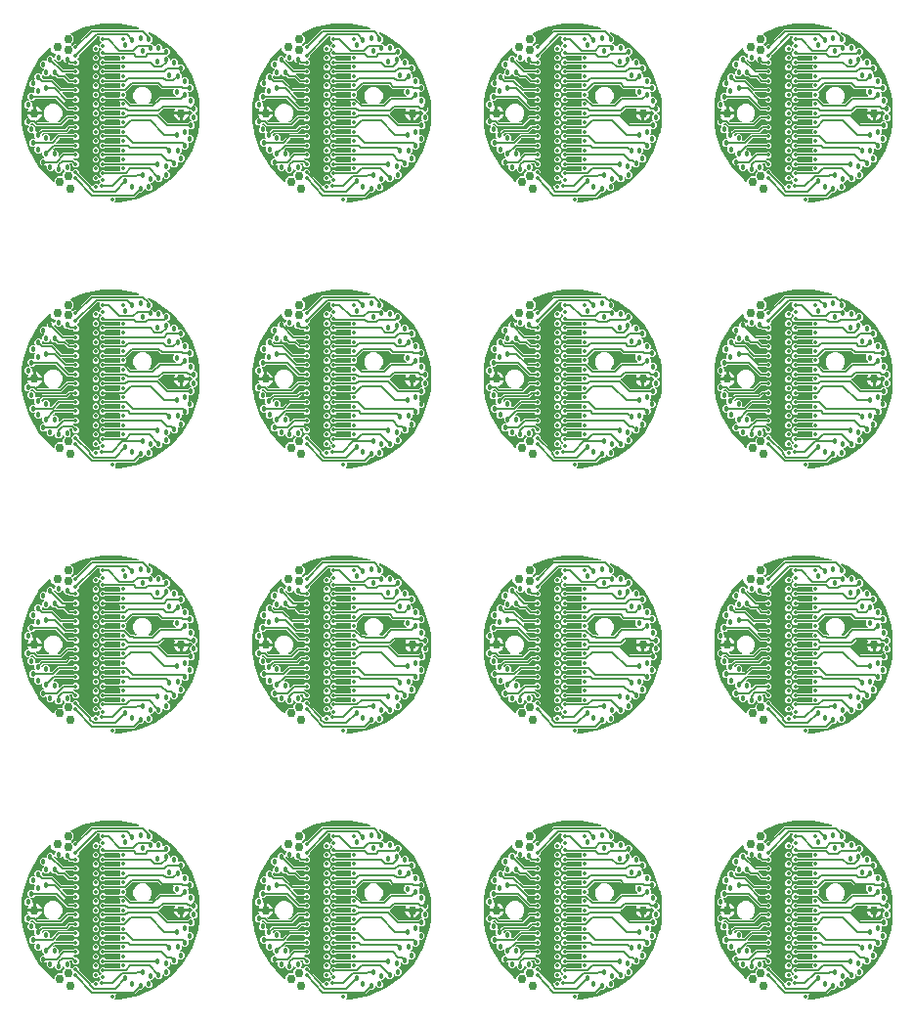
<source format=gbr>
G04 EAGLE Gerber RS-274X export*
G75*
%MOMM*%
%FSLAX34Y34*%
%LPD*%
%INCopper Layer 2*%
%IPPOS*%
%AMOC8*
5,1,8,0,0,1.08239X$1,22.5*%
G01*
%ADD10C,0.750000*%
%ADD11C,0.457200*%
%ADD12C,0.352400*%
%ADD13C,0.127000*%

G36*
X593972Y617154D02*
X593972Y617154D01*
X594037Y617151D01*
X594082Y617166D01*
X594129Y617170D01*
X594188Y617200D01*
X594251Y617220D01*
X594295Y617252D01*
X594330Y617270D01*
X594357Y617299D01*
X594402Y617331D01*
X595849Y618779D01*
X598151Y618779D01*
X598551Y618378D01*
X598606Y618341D01*
X598653Y618295D01*
X598697Y618277D01*
X598736Y618250D01*
X598799Y618234D01*
X598860Y618208D01*
X598907Y618206D01*
X598953Y618194D01*
X599018Y618201D01*
X599084Y618198D01*
X599129Y618213D01*
X599176Y618217D01*
X599235Y618247D01*
X599298Y618267D01*
X599342Y618299D01*
X599377Y618317D01*
X599404Y618346D01*
X599448Y618378D01*
X600622Y619552D01*
X600659Y619606D01*
X600705Y619653D01*
X600723Y619697D01*
X600750Y619736D01*
X600766Y619799D01*
X600792Y619860D01*
X600794Y619907D01*
X600806Y619953D01*
X600799Y620018D01*
X600802Y620084D01*
X600787Y620129D01*
X600783Y620176D01*
X600753Y620235D01*
X600733Y620298D01*
X600701Y620342D01*
X600683Y620377D01*
X600654Y620404D01*
X600622Y620449D01*
X600221Y620849D01*
X600221Y621760D01*
X600206Y621848D01*
X600196Y621937D01*
X600186Y621958D01*
X600182Y621981D01*
X600136Y622058D01*
X600097Y622138D01*
X600080Y622154D01*
X600067Y622174D01*
X599998Y622231D01*
X599934Y622292D01*
X599912Y622301D01*
X599893Y622316D01*
X599809Y622344D01*
X599727Y622379D01*
X599703Y622380D01*
X599681Y622388D01*
X599592Y622385D01*
X599503Y622389D01*
X599480Y622382D01*
X599456Y622381D01*
X599374Y622348D01*
X599289Y622320D01*
X599268Y622305D01*
X599249Y622297D01*
X599211Y622263D01*
X599139Y622209D01*
X598151Y621221D01*
X595849Y621221D01*
X594221Y622849D01*
X594221Y625151D01*
X595849Y626779D01*
X598151Y626779D01*
X599779Y625151D01*
X599779Y624240D01*
X599795Y624152D01*
X599804Y624063D01*
X599814Y624042D01*
X599818Y624019D01*
X599864Y623942D01*
X599903Y623862D01*
X599920Y623846D01*
X599933Y623826D01*
X600002Y623770D01*
X600066Y623708D01*
X600088Y623699D01*
X600107Y623684D01*
X600191Y623656D01*
X600273Y623621D01*
X600297Y623620D01*
X600319Y623612D01*
X600408Y623615D01*
X600497Y623611D01*
X600520Y623618D01*
X600544Y623619D01*
X600626Y623652D01*
X600711Y623680D01*
X600732Y623695D01*
X600751Y623703D01*
X600789Y623737D01*
X600861Y623791D01*
X601622Y624552D01*
X601659Y624605D01*
X601705Y624653D01*
X601723Y624697D01*
X601750Y624736D01*
X601766Y624799D01*
X601792Y624860D01*
X601794Y624907D01*
X601806Y624953D01*
X601799Y625018D01*
X601802Y625084D01*
X601787Y625129D01*
X601783Y625176D01*
X601753Y625235D01*
X601733Y625298D01*
X601701Y625342D01*
X601683Y625377D01*
X601655Y625404D01*
X601622Y625448D01*
X600221Y626849D01*
X600221Y629151D01*
X601849Y630779D01*
X604151Y630779D01*
X605092Y629838D01*
X605127Y629813D01*
X605156Y629782D01*
X605218Y629750D01*
X605276Y629709D01*
X605317Y629699D01*
X605355Y629679D01*
X605445Y629666D01*
X605494Y629654D01*
X605514Y629656D01*
X605541Y629652D01*
X617387Y629652D01*
X617475Y629668D01*
X617563Y629677D01*
X617585Y629687D01*
X617608Y629691D01*
X617685Y629737D01*
X617765Y629776D01*
X617781Y629794D01*
X617801Y629806D01*
X617857Y629875D01*
X617919Y629940D01*
X617928Y629961D01*
X617943Y629980D01*
X617971Y630064D01*
X618006Y630146D01*
X618007Y630170D01*
X618015Y630192D01*
X618012Y630281D01*
X618016Y630370D01*
X618009Y630393D01*
X618008Y630417D01*
X617975Y630499D01*
X617947Y630584D01*
X617932Y630605D01*
X617924Y630625D01*
X617890Y630662D01*
X617836Y630735D01*
X617721Y630849D01*
X617721Y633151D01*
X617836Y633266D01*
X617887Y633339D01*
X617943Y633408D01*
X617950Y633430D01*
X617964Y633450D01*
X617986Y633536D01*
X618015Y633620D01*
X618014Y633644D01*
X618020Y633667D01*
X618011Y633756D01*
X618008Y633845D01*
X617999Y633866D01*
X617997Y633890D01*
X617957Y633970D01*
X617924Y634052D01*
X617908Y634070D01*
X617897Y634091D01*
X617833Y634152D01*
X617772Y634218D01*
X617751Y634229D01*
X617734Y634245D01*
X617652Y634280D01*
X617573Y634321D01*
X617547Y634324D01*
X617527Y634333D01*
X617477Y634335D01*
X617387Y634348D01*
X605541Y634348D01*
X605499Y634341D01*
X605457Y634343D01*
X605389Y634321D01*
X605320Y634309D01*
X605283Y634287D01*
X605243Y634274D01*
X605170Y634220D01*
X605127Y634194D01*
X605113Y634178D01*
X605092Y634162D01*
X604151Y633221D01*
X601849Y633221D01*
X600221Y634849D01*
X600221Y637151D01*
X601849Y638779D01*
X604151Y638779D01*
X605092Y637838D01*
X605127Y637813D01*
X605156Y637782D01*
X605219Y637750D01*
X605276Y637709D01*
X605318Y637699D01*
X605355Y637679D01*
X605445Y637666D01*
X605494Y637653D01*
X605514Y637656D01*
X605541Y637652D01*
X617387Y637652D01*
X617475Y637667D01*
X617564Y637677D01*
X617585Y637687D01*
X617608Y637691D01*
X617685Y637737D01*
X617765Y637776D01*
X617781Y637793D01*
X617801Y637806D01*
X617857Y637875D01*
X617919Y637939D01*
X617928Y637961D01*
X617943Y637980D01*
X617971Y638064D01*
X618006Y638146D01*
X618007Y638170D01*
X618015Y638192D01*
X618012Y638281D01*
X618016Y638370D01*
X618009Y638393D01*
X618008Y638417D01*
X617975Y638499D01*
X617947Y638584D01*
X617932Y638605D01*
X617924Y638624D01*
X617890Y638662D01*
X617836Y638734D01*
X617721Y638849D01*
X617721Y641151D01*
X617836Y641266D01*
X617887Y641339D01*
X617943Y641408D01*
X617950Y641430D01*
X617964Y641450D01*
X617986Y641536D01*
X618015Y641620D01*
X618014Y641644D01*
X618020Y641667D01*
X618011Y641756D01*
X618008Y641845D01*
X617999Y641866D01*
X617997Y641890D01*
X617957Y641970D01*
X617924Y642052D01*
X617908Y642070D01*
X617897Y642091D01*
X617833Y642152D01*
X617772Y642218D01*
X617751Y642229D01*
X617734Y642245D01*
X617652Y642280D01*
X617573Y642321D01*
X617547Y642324D01*
X617527Y642333D01*
X617477Y642335D01*
X617387Y642348D01*
X605541Y642348D01*
X605499Y642341D01*
X605457Y642343D01*
X605389Y642321D01*
X605320Y642309D01*
X605283Y642287D01*
X605243Y642274D01*
X605170Y642220D01*
X605127Y642194D01*
X605113Y642178D01*
X605092Y642162D01*
X604151Y641221D01*
X601849Y641221D01*
X600221Y642849D01*
X600221Y645151D01*
X601849Y646779D01*
X604151Y646779D01*
X605092Y645838D01*
X605127Y645813D01*
X605156Y645782D01*
X605219Y645750D01*
X605276Y645709D01*
X605318Y645699D01*
X605355Y645679D01*
X605445Y645666D01*
X605494Y645653D01*
X605514Y645656D01*
X605541Y645652D01*
X617387Y645652D01*
X617475Y645667D01*
X617564Y645677D01*
X617585Y645687D01*
X617608Y645691D01*
X617685Y645737D01*
X617765Y645776D01*
X617781Y645793D01*
X617801Y645806D01*
X617857Y645875D01*
X617919Y645939D01*
X617928Y645961D01*
X617943Y645980D01*
X617971Y646064D01*
X618006Y646146D01*
X618007Y646170D01*
X618015Y646192D01*
X618012Y646281D01*
X618016Y646370D01*
X618009Y646393D01*
X618008Y646417D01*
X617975Y646499D01*
X617947Y646584D01*
X617932Y646605D01*
X617924Y646624D01*
X617890Y646662D01*
X617836Y646734D01*
X617721Y646849D01*
X617721Y649151D01*
X617836Y649266D01*
X617887Y649339D01*
X617943Y649408D01*
X617950Y649430D01*
X617964Y649450D01*
X617986Y649536D01*
X618015Y649620D01*
X618014Y649644D01*
X618020Y649667D01*
X618011Y649756D01*
X618008Y649845D01*
X617999Y649866D01*
X617997Y649890D01*
X617957Y649970D01*
X617924Y650052D01*
X617908Y650070D01*
X617897Y650091D01*
X617833Y650152D01*
X617772Y650218D01*
X617751Y650229D01*
X617734Y650245D01*
X617652Y650280D01*
X617573Y650321D01*
X617547Y650324D01*
X617527Y650333D01*
X617477Y650335D01*
X617387Y650348D01*
X605541Y650348D01*
X605499Y650341D01*
X605457Y650343D01*
X605389Y650321D01*
X605320Y650309D01*
X605283Y650287D01*
X605243Y650274D01*
X605170Y650220D01*
X605127Y650194D01*
X605113Y650178D01*
X605092Y650162D01*
X604151Y649221D01*
X601849Y649221D01*
X600221Y650849D01*
X600221Y653151D01*
X601849Y654779D01*
X604151Y654779D01*
X605092Y653838D01*
X605127Y653813D01*
X605156Y653782D01*
X605219Y653750D01*
X605276Y653709D01*
X605318Y653699D01*
X605355Y653679D01*
X605445Y653666D01*
X605494Y653653D01*
X605514Y653656D01*
X605541Y653652D01*
X617387Y653652D01*
X617475Y653667D01*
X617564Y653677D01*
X617585Y653687D01*
X617608Y653691D01*
X617685Y653737D01*
X617765Y653776D01*
X617781Y653793D01*
X617801Y653806D01*
X617857Y653875D01*
X617919Y653939D01*
X617928Y653961D01*
X617943Y653980D01*
X617971Y654064D01*
X618006Y654146D01*
X618007Y654170D01*
X618015Y654192D01*
X618012Y654281D01*
X618016Y654370D01*
X618009Y654393D01*
X618008Y654417D01*
X617975Y654499D01*
X617947Y654584D01*
X617932Y654605D01*
X617924Y654624D01*
X617890Y654662D01*
X617836Y654734D01*
X617721Y654849D01*
X617721Y657151D01*
X617836Y657266D01*
X617887Y657339D01*
X617943Y657408D01*
X617950Y657430D01*
X617964Y657450D01*
X617986Y657536D01*
X618015Y657620D01*
X618014Y657644D01*
X618020Y657667D01*
X618011Y657756D01*
X618008Y657845D01*
X617999Y657866D01*
X617997Y657890D01*
X617957Y657970D01*
X617924Y658052D01*
X617908Y658070D01*
X617897Y658091D01*
X617833Y658152D01*
X617772Y658218D01*
X617751Y658229D01*
X617734Y658245D01*
X617652Y658280D01*
X617573Y658321D01*
X617547Y658324D01*
X617527Y658333D01*
X617477Y658335D01*
X617387Y658348D01*
X605541Y658348D01*
X605499Y658341D01*
X605457Y658343D01*
X605389Y658321D01*
X605320Y658309D01*
X605283Y658287D01*
X605243Y658274D01*
X605170Y658220D01*
X605127Y658194D01*
X605113Y658178D01*
X605092Y658162D01*
X604151Y657221D01*
X601849Y657221D01*
X600221Y658849D01*
X600221Y661151D01*
X601849Y662779D01*
X604151Y662779D01*
X605092Y661838D01*
X605127Y661813D01*
X605156Y661782D01*
X605219Y661750D01*
X605276Y661709D01*
X605318Y661699D01*
X605355Y661679D01*
X605445Y661666D01*
X605494Y661653D01*
X605514Y661656D01*
X605541Y661652D01*
X617387Y661652D01*
X617475Y661667D01*
X617564Y661677D01*
X617585Y661687D01*
X617608Y661691D01*
X617685Y661737D01*
X617765Y661776D01*
X617781Y661793D01*
X617801Y661806D01*
X617857Y661875D01*
X617919Y661939D01*
X617928Y661961D01*
X617943Y661980D01*
X617971Y662064D01*
X618006Y662146D01*
X618007Y662170D01*
X618015Y662192D01*
X618012Y662281D01*
X618016Y662370D01*
X618009Y662393D01*
X618008Y662417D01*
X617975Y662499D01*
X617947Y662584D01*
X617932Y662605D01*
X617924Y662624D01*
X617890Y662662D01*
X617836Y662734D01*
X617721Y662849D01*
X617721Y665151D01*
X617836Y665266D01*
X617887Y665339D01*
X617943Y665408D01*
X617950Y665430D01*
X617964Y665450D01*
X617986Y665536D01*
X618015Y665620D01*
X618014Y665644D01*
X618020Y665667D01*
X618011Y665756D01*
X618008Y665845D01*
X617999Y665866D01*
X617997Y665890D01*
X617957Y665970D01*
X617924Y666052D01*
X617908Y666070D01*
X617897Y666091D01*
X617833Y666152D01*
X617772Y666218D01*
X617751Y666229D01*
X617734Y666245D01*
X617652Y666280D01*
X617573Y666321D01*
X617547Y666324D01*
X617527Y666333D01*
X617477Y666335D01*
X617387Y666348D01*
X605541Y666348D01*
X605499Y666341D01*
X605457Y666343D01*
X605389Y666321D01*
X605320Y666309D01*
X605283Y666287D01*
X605243Y666274D01*
X605170Y666220D01*
X605127Y666194D01*
X605113Y666178D01*
X605092Y666162D01*
X604151Y665221D01*
X601849Y665221D01*
X600221Y666849D01*
X600221Y669151D01*
X601849Y670779D01*
X604151Y670779D01*
X605092Y669838D01*
X605127Y669813D01*
X605156Y669782D01*
X605219Y669750D01*
X605276Y669709D01*
X605318Y669699D01*
X605355Y669679D01*
X605445Y669666D01*
X605494Y669653D01*
X605514Y669656D01*
X605541Y669652D01*
X617387Y669652D01*
X617475Y669667D01*
X617564Y669677D01*
X617585Y669687D01*
X617608Y669691D01*
X617685Y669737D01*
X617765Y669776D01*
X617781Y669793D01*
X617801Y669806D01*
X617857Y669875D01*
X617919Y669939D01*
X617928Y669961D01*
X617943Y669980D01*
X617971Y670064D01*
X618006Y670146D01*
X618007Y670170D01*
X618015Y670192D01*
X618012Y670281D01*
X618016Y670370D01*
X618009Y670393D01*
X618008Y670417D01*
X617975Y670499D01*
X617947Y670584D01*
X617932Y670605D01*
X617924Y670624D01*
X617890Y670662D01*
X617836Y670734D01*
X617721Y670849D01*
X617721Y673151D01*
X617836Y673266D01*
X617887Y673339D01*
X617943Y673408D01*
X617950Y673430D01*
X617964Y673450D01*
X617986Y673536D01*
X618015Y673620D01*
X618014Y673644D01*
X618020Y673667D01*
X618011Y673756D01*
X618008Y673845D01*
X617999Y673866D01*
X617997Y673890D01*
X617957Y673970D01*
X617924Y674052D01*
X617908Y674070D01*
X617897Y674091D01*
X617833Y674152D01*
X617772Y674218D01*
X617751Y674229D01*
X617734Y674245D01*
X617652Y674280D01*
X617573Y674321D01*
X617547Y674324D01*
X617527Y674333D01*
X617477Y674335D01*
X617387Y674348D01*
X605541Y674348D01*
X605499Y674341D01*
X605457Y674343D01*
X605389Y674321D01*
X605320Y674309D01*
X605283Y674287D01*
X605243Y674274D01*
X605170Y674220D01*
X605127Y674194D01*
X605113Y674178D01*
X605092Y674162D01*
X604151Y673221D01*
X601849Y673221D01*
X600221Y674849D01*
X600221Y677151D01*
X601849Y678779D01*
X604151Y678779D01*
X605092Y677838D01*
X605127Y677813D01*
X605156Y677782D01*
X605219Y677750D01*
X605276Y677709D01*
X605318Y677699D01*
X605355Y677679D01*
X605445Y677666D01*
X605494Y677653D01*
X605514Y677656D01*
X605541Y677652D01*
X617387Y677652D01*
X617475Y677667D01*
X617564Y677677D01*
X617585Y677687D01*
X617608Y677691D01*
X617685Y677737D01*
X617765Y677776D01*
X617781Y677793D01*
X617801Y677806D01*
X617857Y677875D01*
X617919Y677939D01*
X617928Y677961D01*
X617943Y677980D01*
X617971Y678064D01*
X618006Y678146D01*
X618007Y678170D01*
X618015Y678192D01*
X618012Y678281D01*
X618016Y678370D01*
X618009Y678393D01*
X618008Y678417D01*
X617975Y678499D01*
X617947Y678584D01*
X617932Y678605D01*
X617924Y678624D01*
X617890Y678662D01*
X617836Y678734D01*
X617721Y678849D01*
X617721Y681151D01*
X617836Y681266D01*
X617887Y681339D01*
X617943Y681408D01*
X617950Y681430D01*
X617964Y681450D01*
X617986Y681536D01*
X618015Y681620D01*
X618014Y681644D01*
X618020Y681667D01*
X618011Y681756D01*
X618008Y681845D01*
X617999Y681866D01*
X617997Y681890D01*
X617957Y681970D01*
X617924Y682052D01*
X617908Y682070D01*
X617897Y682091D01*
X617833Y682152D01*
X617772Y682218D01*
X617751Y682229D01*
X617734Y682245D01*
X617652Y682280D01*
X617573Y682321D01*
X617547Y682324D01*
X617527Y682333D01*
X617477Y682335D01*
X617387Y682348D01*
X605541Y682348D01*
X605499Y682341D01*
X605457Y682343D01*
X605389Y682321D01*
X605320Y682309D01*
X605283Y682287D01*
X605243Y682274D01*
X605170Y682220D01*
X605127Y682194D01*
X605113Y682178D01*
X605092Y682162D01*
X604151Y681221D01*
X601849Y681221D01*
X600221Y682849D01*
X600221Y685151D01*
X601849Y686779D01*
X604151Y686779D01*
X605092Y685838D01*
X605127Y685813D01*
X605156Y685782D01*
X605219Y685750D01*
X605276Y685709D01*
X605318Y685699D01*
X605355Y685679D01*
X605445Y685666D01*
X605494Y685653D01*
X605514Y685656D01*
X605541Y685652D01*
X617387Y685652D01*
X617475Y685667D01*
X617564Y685677D01*
X617585Y685687D01*
X617608Y685691D01*
X617685Y685737D01*
X617765Y685776D01*
X617781Y685793D01*
X617801Y685806D01*
X617857Y685875D01*
X617919Y685939D01*
X617928Y685961D01*
X617943Y685980D01*
X617971Y686064D01*
X618006Y686146D01*
X618007Y686170D01*
X618015Y686192D01*
X618012Y686281D01*
X618016Y686370D01*
X618009Y686393D01*
X618008Y686417D01*
X617975Y686499D01*
X617947Y686584D01*
X617932Y686605D01*
X617924Y686624D01*
X617890Y686662D01*
X617836Y686734D01*
X617721Y686849D01*
X617721Y689151D01*
X617836Y689266D01*
X617887Y689339D01*
X617943Y689408D01*
X617950Y689430D01*
X617964Y689450D01*
X617986Y689536D01*
X618015Y689620D01*
X618014Y689644D01*
X618020Y689667D01*
X618011Y689756D01*
X618008Y689845D01*
X617999Y689866D01*
X617997Y689890D01*
X617957Y689970D01*
X617924Y690052D01*
X617908Y690070D01*
X617897Y690091D01*
X617833Y690152D01*
X617772Y690218D01*
X617751Y690229D01*
X617734Y690245D01*
X617652Y690280D01*
X617573Y690321D01*
X617547Y690324D01*
X617527Y690333D01*
X617477Y690335D01*
X617387Y690348D01*
X605541Y690348D01*
X605499Y690341D01*
X605457Y690343D01*
X605389Y690321D01*
X605320Y690309D01*
X605283Y690287D01*
X605243Y690274D01*
X605170Y690220D01*
X605127Y690194D01*
X605113Y690178D01*
X605092Y690162D01*
X604151Y689221D01*
X601849Y689221D01*
X600221Y690849D01*
X600221Y693151D01*
X601849Y694779D01*
X604151Y694779D01*
X605092Y693838D01*
X605127Y693813D01*
X605156Y693782D01*
X605219Y693750D01*
X605276Y693709D01*
X605318Y693699D01*
X605355Y693679D01*
X605445Y693666D01*
X605494Y693653D01*
X605514Y693656D01*
X605541Y693652D01*
X617387Y693652D01*
X617475Y693667D01*
X617564Y693677D01*
X617585Y693687D01*
X617608Y693691D01*
X617685Y693737D01*
X617765Y693776D01*
X617781Y693793D01*
X617801Y693806D01*
X617857Y693875D01*
X617919Y693939D01*
X617928Y693961D01*
X617943Y693980D01*
X617971Y694064D01*
X618006Y694146D01*
X618007Y694170D01*
X618015Y694192D01*
X618012Y694281D01*
X618016Y694370D01*
X618009Y694393D01*
X618008Y694417D01*
X617975Y694499D01*
X617947Y694584D01*
X617932Y694605D01*
X617924Y694624D01*
X617890Y694662D01*
X617836Y694734D01*
X617721Y694849D01*
X617721Y697151D01*
X617836Y697266D01*
X617887Y697339D01*
X617943Y697408D01*
X617950Y697430D01*
X617964Y697450D01*
X617986Y697536D01*
X618015Y697620D01*
X618014Y697644D01*
X618020Y697667D01*
X618011Y697756D01*
X618008Y697845D01*
X617999Y697866D01*
X617997Y697890D01*
X617957Y697970D01*
X617924Y698052D01*
X617908Y698070D01*
X617897Y698091D01*
X617833Y698152D01*
X617772Y698218D01*
X617751Y698229D01*
X617734Y698245D01*
X617652Y698280D01*
X617573Y698321D01*
X617547Y698324D01*
X617527Y698333D01*
X617477Y698335D01*
X617387Y698348D01*
X605541Y698348D01*
X605499Y698341D01*
X605457Y698343D01*
X605389Y698321D01*
X605320Y698309D01*
X605283Y698287D01*
X605243Y698274D01*
X605170Y698220D01*
X605127Y698194D01*
X605113Y698178D01*
X605092Y698162D01*
X604151Y697221D01*
X601849Y697221D01*
X600221Y698849D01*
X600221Y701151D01*
X601849Y702779D01*
X604151Y702779D01*
X605092Y701838D01*
X605127Y701813D01*
X605156Y701782D01*
X605219Y701750D01*
X605276Y701709D01*
X605318Y701699D01*
X605355Y701679D01*
X605445Y701666D01*
X605494Y701653D01*
X605514Y701656D01*
X605541Y701652D01*
X617387Y701652D01*
X617475Y701667D01*
X617564Y701677D01*
X617585Y701687D01*
X617608Y701691D01*
X617685Y701737D01*
X617765Y701776D01*
X617781Y701793D01*
X617801Y701806D01*
X617857Y701875D01*
X617919Y701939D01*
X617928Y701961D01*
X617943Y701980D01*
X617971Y702064D01*
X618006Y702146D01*
X618007Y702170D01*
X618015Y702192D01*
X618012Y702281D01*
X618016Y702370D01*
X618009Y702393D01*
X618008Y702417D01*
X617975Y702499D01*
X617947Y702584D01*
X617932Y702605D01*
X617924Y702624D01*
X617890Y702662D01*
X617836Y702734D01*
X617721Y702849D01*
X617721Y705151D01*
X617836Y705266D01*
X617887Y705339D01*
X617943Y705408D01*
X617950Y705430D01*
X617964Y705450D01*
X617986Y705536D01*
X618015Y705620D01*
X618014Y705644D01*
X618020Y705667D01*
X618011Y705756D01*
X618008Y705845D01*
X617999Y705866D01*
X617997Y705890D01*
X617957Y705970D01*
X617924Y706052D01*
X617908Y706070D01*
X617897Y706091D01*
X617833Y706152D01*
X617772Y706218D01*
X617751Y706229D01*
X617734Y706245D01*
X617652Y706280D01*
X617573Y706321D01*
X617547Y706324D01*
X617527Y706333D01*
X617477Y706335D01*
X617387Y706348D01*
X605541Y706348D01*
X605499Y706341D01*
X605457Y706343D01*
X605389Y706321D01*
X605320Y706309D01*
X605283Y706287D01*
X605243Y706274D01*
X605170Y706220D01*
X605127Y706194D01*
X605113Y706178D01*
X605092Y706162D01*
X604151Y705221D01*
X601849Y705221D01*
X600221Y706849D01*
X600221Y709151D01*
X601849Y710779D01*
X604151Y710779D01*
X605092Y709838D01*
X605127Y709813D01*
X605156Y709782D01*
X605219Y709750D01*
X605276Y709709D01*
X605318Y709699D01*
X605355Y709679D01*
X605445Y709666D01*
X605494Y709653D01*
X605514Y709656D01*
X605541Y709652D01*
X617387Y709652D01*
X617475Y709667D01*
X617564Y709677D01*
X617585Y709687D01*
X617608Y709691D01*
X617685Y709737D01*
X617765Y709776D01*
X617781Y709793D01*
X617801Y709806D01*
X617857Y709875D01*
X617919Y709939D01*
X617928Y709961D01*
X617943Y709980D01*
X617971Y710064D01*
X618006Y710146D01*
X618007Y710170D01*
X618015Y710192D01*
X618012Y710281D01*
X618016Y710370D01*
X618009Y710393D01*
X618008Y710417D01*
X617975Y710499D01*
X617947Y710584D01*
X617932Y710605D01*
X617924Y710624D01*
X617890Y710662D01*
X617836Y710734D01*
X617721Y710849D01*
X617721Y713151D01*
X617836Y713266D01*
X617887Y713339D01*
X617943Y713408D01*
X617950Y713430D01*
X617964Y713450D01*
X617986Y713536D01*
X618015Y713620D01*
X618014Y713644D01*
X618020Y713667D01*
X618011Y713756D01*
X618008Y713845D01*
X617999Y713866D01*
X617997Y713890D01*
X617957Y713970D01*
X617924Y714052D01*
X617908Y714070D01*
X617897Y714091D01*
X617833Y714152D01*
X617772Y714218D01*
X617751Y714229D01*
X617734Y714245D01*
X617652Y714280D01*
X617573Y714321D01*
X617547Y714324D01*
X617527Y714333D01*
X617477Y714335D01*
X617387Y714348D01*
X605541Y714348D01*
X605499Y714341D01*
X605457Y714343D01*
X605389Y714321D01*
X605320Y714309D01*
X605283Y714287D01*
X605243Y714274D01*
X605170Y714220D01*
X605127Y714194D01*
X605113Y714178D01*
X605092Y714162D01*
X604151Y713221D01*
X601849Y713221D01*
X600221Y714849D01*
X600221Y717151D01*
X601849Y718779D01*
X604151Y718779D01*
X605092Y717838D01*
X605127Y717813D01*
X605156Y717782D01*
X605219Y717750D01*
X605276Y717709D01*
X605318Y717699D01*
X605355Y717679D01*
X605445Y717666D01*
X605494Y717653D01*
X605514Y717656D01*
X605541Y717652D01*
X617387Y717652D01*
X617475Y717667D01*
X617564Y717677D01*
X617585Y717687D01*
X617608Y717691D01*
X617685Y717737D01*
X617765Y717776D01*
X617781Y717793D01*
X617801Y717806D01*
X617857Y717875D01*
X617919Y717939D01*
X617928Y717961D01*
X617943Y717980D01*
X617971Y718064D01*
X618006Y718146D01*
X618007Y718170D01*
X618015Y718192D01*
X618012Y718281D01*
X618016Y718370D01*
X618009Y718393D01*
X618008Y718417D01*
X617975Y718499D01*
X617947Y718584D01*
X617932Y718605D01*
X617924Y718624D01*
X617890Y718662D01*
X617836Y718734D01*
X617721Y718849D01*
X617721Y721151D01*
X617836Y721266D01*
X617887Y721339D01*
X617943Y721408D01*
X617950Y721430D01*
X617964Y721450D01*
X617986Y721536D01*
X618015Y721620D01*
X618014Y721644D01*
X618020Y721667D01*
X618011Y721756D01*
X618008Y721845D01*
X617999Y721866D01*
X617997Y721890D01*
X617957Y721970D01*
X617924Y722052D01*
X617908Y722070D01*
X617897Y722091D01*
X617833Y722152D01*
X617772Y722218D01*
X617751Y722229D01*
X617734Y722245D01*
X617652Y722280D01*
X617573Y722321D01*
X617547Y722324D01*
X617527Y722333D01*
X617477Y722335D01*
X617387Y722348D01*
X605541Y722348D01*
X605499Y722341D01*
X605457Y722343D01*
X605389Y722321D01*
X605320Y722309D01*
X605283Y722287D01*
X605243Y722274D01*
X605170Y722220D01*
X605127Y722194D01*
X605113Y722178D01*
X605092Y722162D01*
X604151Y721221D01*
X601849Y721221D01*
X600221Y722849D01*
X600221Y725151D01*
X601849Y726779D01*
X604151Y726779D01*
X605092Y725838D01*
X605120Y725818D01*
X605124Y725814D01*
X605129Y725811D01*
X605156Y725782D01*
X605219Y725750D01*
X605276Y725709D01*
X605318Y725699D01*
X605355Y725679D01*
X605445Y725666D01*
X605494Y725653D01*
X605514Y725656D01*
X605541Y725652D01*
X617387Y725652D01*
X617475Y725667D01*
X617564Y725677D01*
X617585Y725687D01*
X617608Y725691D01*
X617685Y725737D01*
X617765Y725776D01*
X617781Y725793D01*
X617801Y725806D01*
X617857Y725875D01*
X617919Y725939D01*
X617928Y725961D01*
X617943Y725980D01*
X617971Y726064D01*
X618006Y726146D01*
X618007Y726170D01*
X618015Y726192D01*
X618012Y726281D01*
X618016Y726370D01*
X618009Y726393D01*
X618008Y726417D01*
X617975Y726499D01*
X617947Y726584D01*
X617932Y726605D01*
X617924Y726624D01*
X617890Y726662D01*
X617836Y726734D01*
X617721Y726849D01*
X617721Y729127D01*
X617710Y729192D01*
X617708Y729258D01*
X617690Y729301D01*
X617682Y729348D01*
X617648Y729405D01*
X617623Y729465D01*
X617592Y729500D01*
X617567Y729541D01*
X617516Y729583D01*
X617472Y729631D01*
X617430Y729653D01*
X617393Y729682D01*
X617331Y729703D01*
X617272Y729734D01*
X617218Y729742D01*
X617181Y729754D01*
X617141Y729753D01*
X617087Y729761D01*
X604954Y729761D01*
X604912Y729754D01*
X604870Y729756D01*
X604802Y729734D01*
X604733Y729722D01*
X604696Y729700D01*
X604656Y729687D01*
X604583Y729633D01*
X604540Y729607D01*
X604526Y729591D01*
X604505Y729575D01*
X604151Y729221D01*
X601849Y729221D01*
X600221Y730849D01*
X600221Y733151D01*
X601622Y734552D01*
X601659Y734606D01*
X601705Y734653D01*
X601723Y734697D01*
X601750Y734736D01*
X601766Y734799D01*
X601792Y734860D01*
X601794Y734907D01*
X601806Y734953D01*
X601799Y735018D01*
X601802Y735084D01*
X601787Y735129D01*
X601783Y735176D01*
X601753Y735235D01*
X601733Y735298D01*
X601701Y735342D01*
X601683Y735377D01*
X601654Y735404D01*
X601622Y735448D01*
X600861Y736209D01*
X600788Y736260D01*
X600719Y736316D01*
X600697Y736323D01*
X600677Y736337D01*
X600591Y736359D01*
X600507Y736388D01*
X600483Y736387D01*
X600460Y736393D01*
X600371Y736384D01*
X600282Y736381D01*
X600260Y736372D01*
X600237Y736370D01*
X600157Y736330D01*
X600075Y736297D01*
X600057Y736281D01*
X600036Y736270D01*
X599975Y736205D01*
X599909Y736145D01*
X599898Y736124D01*
X599882Y736107D01*
X599847Y736025D01*
X599806Y735946D01*
X599803Y735920D01*
X599794Y735900D01*
X599792Y735850D01*
X599779Y735760D01*
X599779Y734849D01*
X598151Y733221D01*
X595849Y733221D01*
X594221Y734849D01*
X594221Y737151D01*
X595849Y738779D01*
X598151Y738779D01*
X599139Y737791D01*
X599212Y737740D01*
X599281Y737684D01*
X599303Y737677D01*
X599323Y737663D01*
X599409Y737641D01*
X599493Y737612D01*
X599517Y737613D01*
X599540Y737607D01*
X599629Y737616D01*
X599718Y737619D01*
X599740Y737628D01*
X599763Y737630D01*
X599843Y737670D01*
X599925Y737703D01*
X599943Y737719D01*
X599964Y737730D01*
X600025Y737795D01*
X600091Y737855D01*
X600102Y737876D01*
X600118Y737893D01*
X600153Y737975D01*
X600194Y738054D01*
X600197Y738080D01*
X600206Y738100D01*
X600208Y738150D01*
X600221Y738240D01*
X600221Y739151D01*
X601622Y740551D01*
X601659Y740606D01*
X601705Y740653D01*
X601723Y740697D01*
X601750Y740736D01*
X601766Y740799D01*
X601792Y740860D01*
X601794Y740907D01*
X601806Y740953D01*
X601799Y741018D01*
X601802Y741084D01*
X601787Y741129D01*
X601783Y741176D01*
X601753Y741235D01*
X601733Y741298D01*
X601701Y741342D01*
X601683Y741377D01*
X601654Y741404D01*
X601622Y741448D01*
X600221Y742849D01*
X600221Y745151D01*
X600336Y745266D01*
X600387Y745339D01*
X600443Y745408D01*
X600450Y745430D01*
X600464Y745450D01*
X600486Y745536D01*
X600515Y745620D01*
X600514Y745644D01*
X600520Y745667D01*
X600511Y745756D01*
X600508Y745845D01*
X600499Y745866D01*
X600497Y745890D01*
X600457Y745970D01*
X600424Y746052D01*
X600408Y746070D01*
X600397Y746091D01*
X600333Y746152D01*
X600272Y746218D01*
X600251Y746229D01*
X600234Y746245D01*
X600152Y746280D01*
X600073Y746321D01*
X600047Y746324D01*
X600027Y746333D01*
X599977Y746335D01*
X599887Y746348D01*
X598447Y746348D01*
X598405Y746341D01*
X598363Y746343D01*
X598296Y746321D01*
X598226Y746309D01*
X598190Y746287D01*
X598149Y746274D01*
X598076Y746220D01*
X598033Y746194D01*
X598020Y746178D01*
X597998Y746162D01*
X582465Y730629D01*
X582440Y730594D01*
X582409Y730565D01*
X582377Y730502D01*
X582336Y730444D01*
X582326Y730403D01*
X582306Y730365D01*
X582293Y730276D01*
X582280Y730227D01*
X582283Y730206D01*
X582279Y730180D01*
X582279Y728849D01*
X580878Y727449D01*
X580841Y727394D01*
X580795Y727347D01*
X580777Y727303D01*
X580750Y727264D01*
X580734Y727201D01*
X580708Y727140D01*
X580706Y727093D01*
X580694Y727047D01*
X580701Y726982D01*
X580698Y726916D01*
X580713Y726871D01*
X580717Y726824D01*
X580747Y726765D01*
X580767Y726702D01*
X580799Y726658D01*
X580817Y726623D01*
X580846Y726596D01*
X580878Y726552D01*
X582279Y725151D01*
X582279Y722849D01*
X580651Y721221D01*
X578349Y721221D01*
X577408Y722162D01*
X577373Y722187D01*
X577344Y722218D01*
X577281Y722250D01*
X577224Y722291D01*
X577182Y722301D01*
X577145Y722321D01*
X577055Y722334D01*
X577006Y722347D01*
X576986Y722344D01*
X576959Y722348D01*
X574067Y722348D01*
X573173Y723242D01*
X573138Y723266D01*
X573109Y723298D01*
X573046Y723330D01*
X572988Y723370D01*
X572947Y723381D01*
X572910Y723400D01*
X572820Y723414D01*
X572771Y723426D01*
X572750Y723424D01*
X572724Y723428D01*
X570652Y723428D01*
X568717Y725363D01*
X568717Y726060D01*
X568701Y726147D01*
X568692Y726236D01*
X568682Y726257D01*
X568678Y726280D01*
X568632Y726357D01*
X568593Y726437D01*
X568576Y726453D01*
X568563Y726474D01*
X568494Y726530D01*
X568430Y726591D01*
X568408Y726600D01*
X568389Y726615D01*
X568305Y726644D01*
X568223Y726678D01*
X568199Y726679D01*
X568177Y726687D01*
X568088Y726684D01*
X567999Y726688D01*
X567976Y726681D01*
X567952Y726680D01*
X567870Y726647D01*
X567785Y726620D01*
X567764Y726604D01*
X567745Y726596D01*
X567707Y726562D01*
X567635Y726508D01*
X566166Y725039D01*
X563429Y725039D01*
X561980Y726489D01*
X561907Y726540D01*
X561838Y726596D01*
X561815Y726603D01*
X561796Y726617D01*
X561710Y726639D01*
X561625Y726667D01*
X561602Y726667D01*
X561579Y726673D01*
X561490Y726663D01*
X561401Y726661D01*
X561379Y726652D01*
X561355Y726649D01*
X561275Y726610D01*
X561193Y726577D01*
X561176Y726561D01*
X561154Y726550D01*
X561093Y726485D01*
X561027Y726425D01*
X561017Y726404D01*
X561000Y726387D01*
X560966Y726305D01*
X560925Y726226D01*
X560921Y726199D01*
X560913Y726180D01*
X560911Y726130D01*
X560897Y726040D01*
X560897Y725836D01*
X560905Y725794D01*
X560903Y725752D01*
X560924Y725684D01*
X560937Y725615D01*
X560959Y725578D01*
X560972Y725538D01*
X561025Y725465D01*
X561051Y725422D01*
X561067Y725408D01*
X561083Y725387D01*
X568633Y717838D01*
X568668Y717813D01*
X568696Y717782D01*
X568759Y717750D01*
X568817Y717709D01*
X568858Y717699D01*
X568896Y717679D01*
X568986Y717666D01*
X569034Y717653D01*
X569055Y717656D01*
X569081Y717652D01*
X576959Y717652D01*
X577001Y717659D01*
X577044Y717657D01*
X577111Y717679D01*
X577180Y717691D01*
X577217Y717713D01*
X577257Y717726D01*
X577330Y717780D01*
X577373Y717806D01*
X577387Y717822D01*
X577408Y717838D01*
X578349Y718779D01*
X580651Y718779D01*
X582279Y717151D01*
X582279Y714849D01*
X580651Y713221D01*
X578349Y713221D01*
X577408Y714162D01*
X577373Y714187D01*
X577344Y714218D01*
X577281Y714250D01*
X577224Y714291D01*
X577183Y714301D01*
X577145Y714321D01*
X577055Y714334D01*
X577006Y714347D01*
X576986Y714344D01*
X576959Y714348D01*
X571299Y714348D01*
X571211Y714333D01*
X571123Y714323D01*
X571101Y714313D01*
X571078Y714309D01*
X571001Y714263D01*
X570922Y714224D01*
X570905Y714207D01*
X570885Y714194D01*
X570829Y714125D01*
X570768Y714061D01*
X570758Y714039D01*
X570743Y714020D01*
X570715Y713936D01*
X570680Y713854D01*
X570679Y713830D01*
X570672Y713808D01*
X570674Y713719D01*
X570670Y713630D01*
X570677Y713607D01*
X570678Y713583D01*
X570712Y713501D01*
X570739Y713416D01*
X570755Y713395D01*
X570762Y713376D01*
X570796Y713338D01*
X570850Y713266D01*
X571738Y712378D01*
X574278Y709838D01*
X574313Y709813D01*
X574342Y709782D01*
X574405Y709750D01*
X574463Y709709D01*
X574504Y709699D01*
X574541Y709679D01*
X574631Y709666D01*
X574680Y709653D01*
X574701Y709656D01*
X574727Y709652D01*
X576959Y709652D01*
X577001Y709659D01*
X577044Y709657D01*
X577111Y709679D01*
X577180Y709691D01*
X577217Y709713D01*
X577257Y709726D01*
X577330Y709780D01*
X577373Y709806D01*
X577387Y709822D01*
X577408Y709838D01*
X578349Y710779D01*
X580651Y710779D01*
X582279Y709151D01*
X582279Y706849D01*
X580651Y705221D01*
X578349Y705221D01*
X577408Y706162D01*
X577373Y706187D01*
X577344Y706218D01*
X577281Y706250D01*
X577224Y706291D01*
X577183Y706301D01*
X577145Y706321D01*
X577055Y706334D01*
X577006Y706347D01*
X576986Y706344D01*
X576959Y706348D01*
X573096Y706348D01*
X571943Y707501D01*
X571942Y707502D01*
X569402Y710043D01*
X569367Y710067D01*
X569338Y710098D01*
X569275Y710130D01*
X569217Y710171D01*
X569176Y710181D01*
X569138Y710201D01*
X569049Y710214D01*
X569000Y710227D01*
X568979Y710224D01*
X568953Y710228D01*
X563964Y710228D01*
X562372Y711820D01*
X562337Y711844D01*
X562308Y711876D01*
X562246Y711908D01*
X562188Y711948D01*
X562147Y711959D01*
X562109Y711978D01*
X562019Y711991D01*
X561970Y712004D01*
X561950Y712002D01*
X561923Y712006D01*
X559851Y712006D01*
X558128Y713729D01*
X558074Y713767D01*
X558026Y713812D01*
X557982Y713830D01*
X557943Y713857D01*
X557880Y713874D01*
X557819Y713900D01*
X557772Y713902D01*
X557726Y713913D01*
X557661Y713907D01*
X557595Y713910D01*
X557550Y713895D01*
X557503Y713890D01*
X557444Y713861D01*
X557381Y713841D01*
X557337Y713808D01*
X557302Y713791D01*
X557275Y713762D01*
X557231Y713729D01*
X555194Y711693D01*
X552458Y711693D01*
X551720Y712430D01*
X551647Y712481D01*
X551578Y712537D01*
X551556Y712545D01*
X551536Y712558D01*
X551450Y712581D01*
X551366Y712609D01*
X551342Y712608D01*
X551319Y712614D01*
X551230Y712605D01*
X551141Y712603D01*
X551119Y712594D01*
X551096Y712591D01*
X551016Y712552D01*
X550933Y712518D01*
X550916Y712502D01*
X550895Y712492D01*
X550833Y712427D01*
X550768Y712367D01*
X550757Y712346D01*
X550741Y712328D01*
X550706Y712246D01*
X550665Y712167D01*
X550661Y712141D01*
X550653Y712122D01*
X550651Y712071D01*
X550638Y711982D01*
X550638Y710686D01*
X550645Y710645D01*
X550643Y710602D01*
X550665Y710535D01*
X550677Y710466D01*
X550699Y710429D01*
X550712Y710389D01*
X550766Y710316D01*
X550791Y710272D01*
X550808Y710259D01*
X550823Y710238D01*
X551224Y709838D01*
X551259Y709813D01*
X551287Y709782D01*
X551350Y709750D01*
X551408Y709709D01*
X551449Y709699D01*
X551487Y709679D01*
X551576Y709666D01*
X551625Y709653D01*
X551646Y709656D01*
X551672Y709652D01*
X559589Y709652D01*
X567403Y701838D01*
X567438Y701813D01*
X567467Y701782D01*
X567530Y701750D01*
X567588Y701709D01*
X567629Y701699D01*
X567667Y701679D01*
X567756Y701666D01*
X567805Y701653D01*
X567826Y701656D01*
X567852Y701652D01*
X576959Y701652D01*
X577001Y701659D01*
X577043Y701657D01*
X577111Y701679D01*
X577180Y701691D01*
X577217Y701713D01*
X577257Y701726D01*
X577330Y701780D01*
X577373Y701806D01*
X577387Y701822D01*
X577408Y701838D01*
X578349Y702779D01*
X580651Y702779D01*
X582279Y701151D01*
X582279Y698849D01*
X580651Y697221D01*
X578349Y697221D01*
X577408Y698162D01*
X577373Y698187D01*
X577344Y698218D01*
X577281Y698250D01*
X577224Y698291D01*
X577182Y698301D01*
X577145Y698321D01*
X577055Y698334D01*
X577006Y698347D01*
X576986Y698344D01*
X576959Y698348D01*
X568362Y698348D01*
X568274Y698332D01*
X568186Y698323D01*
X568164Y698313D01*
X568141Y698309D01*
X568064Y698263D01*
X567985Y698224D01*
X567968Y698207D01*
X567948Y698194D01*
X567892Y698125D01*
X567831Y698061D01*
X567821Y698039D01*
X567806Y698020D01*
X567778Y697936D01*
X567743Y697854D01*
X567742Y697830D01*
X567735Y697808D01*
X567737Y697719D01*
X567733Y697630D01*
X567740Y697607D01*
X567741Y697583D01*
X567775Y697501D01*
X567802Y697416D01*
X567818Y697395D01*
X567825Y697376D01*
X567859Y697338D01*
X567913Y697266D01*
X571341Y693837D01*
X571376Y693813D01*
X571405Y693782D01*
X571468Y693750D01*
X571526Y693709D01*
X571567Y693699D01*
X571605Y693679D01*
X571694Y693666D01*
X571743Y693653D01*
X571764Y693656D01*
X571790Y693652D01*
X576959Y693652D01*
X577001Y693659D01*
X577043Y693657D01*
X577111Y693679D01*
X577180Y693691D01*
X577217Y693713D01*
X577257Y693726D01*
X577330Y693780D01*
X577373Y693806D01*
X577387Y693822D01*
X577408Y693838D01*
X578349Y694779D01*
X580651Y694779D01*
X582279Y693151D01*
X582279Y690849D01*
X580651Y689221D01*
X578349Y689221D01*
X577408Y690162D01*
X577373Y690187D01*
X577344Y690218D01*
X577281Y690250D01*
X577224Y690291D01*
X577182Y690301D01*
X577145Y690321D01*
X577055Y690334D01*
X577006Y690347D01*
X576986Y690344D01*
X576959Y690348D01*
X570556Y690348D01*
X570469Y690332D01*
X570380Y690323D01*
X570359Y690313D01*
X570336Y690309D01*
X570259Y690263D01*
X570179Y690224D01*
X570163Y690207D01*
X570142Y690194D01*
X570086Y690125D01*
X570025Y690061D01*
X570016Y690039D01*
X570001Y690020D01*
X569973Y689936D01*
X569938Y689854D01*
X569937Y689830D01*
X569929Y689808D01*
X569932Y689719D01*
X569928Y689630D01*
X569935Y689607D01*
X569936Y689583D01*
X569969Y689501D01*
X569996Y689416D01*
X570012Y689395D01*
X570020Y689376D01*
X570054Y689338D01*
X570108Y689266D01*
X573536Y685837D01*
X573571Y685813D01*
X573600Y685782D01*
X573662Y685750D01*
X573720Y685709D01*
X573761Y685699D01*
X573799Y685679D01*
X573889Y685666D01*
X573937Y685653D01*
X573958Y685656D01*
X573984Y685652D01*
X576959Y685652D01*
X577001Y685659D01*
X577043Y685657D01*
X577111Y685679D01*
X577180Y685691D01*
X577217Y685713D01*
X577257Y685726D01*
X577330Y685780D01*
X577373Y685806D01*
X577387Y685822D01*
X577408Y685838D01*
X578349Y686779D01*
X580651Y686779D01*
X582279Y685151D01*
X582279Y682849D01*
X580651Y681221D01*
X578349Y681221D01*
X577408Y682162D01*
X577373Y682187D01*
X577344Y682218D01*
X577281Y682250D01*
X577224Y682291D01*
X577182Y682301D01*
X577145Y682321D01*
X577055Y682334D01*
X577006Y682347D01*
X576986Y682344D01*
X576959Y682348D01*
X572353Y682348D01*
X562437Y692264D01*
X562402Y692289D01*
X562374Y692320D01*
X562311Y692352D01*
X562253Y692393D01*
X562212Y692403D01*
X562174Y692423D01*
X562084Y692436D01*
X562036Y692448D01*
X562015Y692446D01*
X561989Y692450D01*
X544627Y692450D01*
X544586Y692443D01*
X544543Y692445D01*
X544476Y692423D01*
X544406Y692411D01*
X544370Y692389D01*
X544330Y692376D01*
X544257Y692322D01*
X544213Y692296D01*
X544200Y692280D01*
X544179Y692264D01*
X542714Y690799D01*
X541149Y690799D01*
X541061Y690783D01*
X540973Y690774D01*
X540951Y690764D01*
X540928Y690760D01*
X540851Y690714D01*
X540772Y690675D01*
X540755Y690658D01*
X540735Y690645D01*
X540679Y690576D01*
X540618Y690512D01*
X540608Y690490D01*
X540593Y690471D01*
X540565Y690387D01*
X540530Y690305D01*
X540529Y690281D01*
X540522Y690259D01*
X540524Y690170D01*
X540520Y690081D01*
X540528Y690058D01*
X540528Y690034D01*
X540562Y689952D01*
X540589Y689867D01*
X540605Y689846D01*
X540613Y689827D01*
X540647Y689789D01*
X540700Y689716D01*
X541671Y688746D01*
X541671Y686724D01*
X541674Y686708D01*
X541672Y686693D01*
X541694Y686598D01*
X541711Y686503D01*
X541719Y686490D01*
X541722Y686474D01*
X541776Y686393D01*
X541825Y686310D01*
X541837Y686300D01*
X541846Y686287D01*
X541924Y686229D01*
X541999Y686168D01*
X542014Y686163D01*
X542026Y686154D01*
X542120Y686127D01*
X542212Y686096D01*
X542227Y686097D01*
X542242Y686093D01*
X542429Y686102D01*
X542751Y686165D01*
X542751Y681249D01*
X537835Y681249D01*
X537951Y681835D01*
X538425Y682980D01*
X538498Y683088D01*
X538509Y683113D01*
X538526Y683134D01*
X538553Y683216D01*
X538587Y683294D01*
X538589Y683321D01*
X538598Y683347D01*
X538595Y683432D01*
X538600Y683518D01*
X538592Y683544D01*
X538591Y683571D01*
X538559Y683650D01*
X538534Y683732D01*
X538517Y683754D01*
X538507Y683779D01*
X538449Y683842D01*
X538397Y683910D01*
X538374Y683925D01*
X538355Y683945D01*
X538279Y683984D01*
X538207Y684029D01*
X538180Y684035D01*
X538156Y684047D01*
X538026Y684067D01*
X537987Y684075D01*
X537979Y684073D01*
X537970Y684075D01*
X537000Y684075D01*
X535066Y686010D01*
X535066Y688746D01*
X537000Y690680D01*
X538565Y690680D01*
X538653Y690696D01*
X538741Y690705D01*
X538763Y690716D01*
X538786Y690720D01*
X538863Y690765D01*
X538943Y690805D01*
X538959Y690822D01*
X538979Y690834D01*
X539035Y690903D01*
X539096Y690968D01*
X539106Y690990D01*
X539121Y691008D01*
X539149Y691093D01*
X539184Y691175D01*
X539185Y691198D01*
X539193Y691221D01*
X539190Y691310D01*
X539194Y691399D01*
X539187Y691421D01*
X539186Y691445D01*
X539153Y691528D01*
X539125Y691612D01*
X539110Y691634D01*
X539102Y691653D01*
X539068Y691690D01*
X539014Y691763D01*
X538043Y692734D01*
X538043Y695470D01*
X539978Y697405D01*
X542746Y697405D01*
X542810Y697416D01*
X542876Y697418D01*
X542920Y697436D01*
X542966Y697444D01*
X543023Y697478D01*
X543084Y697503D01*
X543119Y697534D01*
X543160Y697558D01*
X543201Y697610D01*
X543250Y697654D01*
X543271Y697696D01*
X543301Y697733D01*
X543322Y697795D01*
X543352Y697854D01*
X543360Y697908D01*
X543373Y697945D01*
X543372Y697985D01*
X543380Y698039D01*
X543380Y700632D01*
X544028Y701280D01*
X544079Y701353D01*
X544135Y701423D01*
X544143Y701445D01*
X544156Y701465D01*
X544178Y701551D01*
X544207Y701635D01*
X544206Y701659D01*
X544212Y701682D01*
X544203Y701770D01*
X544200Y701859D01*
X544191Y701881D01*
X544189Y701905D01*
X544149Y701985D01*
X544116Y702067D01*
X544100Y702085D01*
X544089Y702106D01*
X544025Y702167D01*
X543965Y702233D01*
X543943Y702244D01*
X543926Y702260D01*
X543844Y702295D01*
X543765Y702335D01*
X543739Y702339D01*
X543720Y702347D01*
X543669Y702350D01*
X543580Y702363D01*
X541351Y702363D01*
X539416Y704298D01*
X539416Y707034D01*
X541351Y708969D01*
X543555Y708969D01*
X543643Y708984D01*
X543731Y708993D01*
X543752Y709004D01*
X543776Y709008D01*
X543852Y709054D01*
X543932Y709093D01*
X543948Y709110D01*
X543969Y709122D01*
X544025Y709191D01*
X544086Y709256D01*
X544095Y709278D01*
X544110Y709297D01*
X544139Y709381D01*
X544173Y709463D01*
X544175Y709487D01*
X544182Y709509D01*
X544180Y709598D01*
X544183Y709687D01*
X544176Y709710D01*
X544176Y709733D01*
X544142Y709816D01*
X544115Y709901D01*
X544099Y709922D01*
X544091Y709941D01*
X544057Y709978D01*
X544032Y710012D01*
X544032Y712759D01*
X545967Y714693D01*
X548703Y714693D01*
X549440Y713956D01*
X549514Y713905D01*
X549583Y713849D01*
X549605Y713841D01*
X549625Y713828D01*
X549711Y713805D01*
X549795Y713777D01*
X549819Y713777D01*
X549842Y713772D01*
X549931Y713781D01*
X550020Y713783D01*
X550042Y713792D01*
X550065Y713795D01*
X550145Y713834D01*
X550227Y713868D01*
X550245Y713884D01*
X550266Y713894D01*
X550327Y713959D01*
X550393Y714019D01*
X550404Y714040D01*
X550420Y714057D01*
X550455Y714140D01*
X550496Y714219D01*
X550499Y714245D01*
X550508Y714264D01*
X550510Y714315D01*
X550523Y714404D01*
X550523Y716363D01*
X551979Y717819D01*
X552030Y717893D01*
X552086Y717962D01*
X552094Y717984D01*
X552107Y718004D01*
X552130Y718090D01*
X552158Y718174D01*
X552157Y718198D01*
X552163Y718221D01*
X552154Y718309D01*
X552151Y718398D01*
X552143Y718420D01*
X552140Y718444D01*
X552101Y718524D01*
X552067Y718606D01*
X552051Y718624D01*
X552041Y718645D01*
X551976Y718706D01*
X551916Y718772D01*
X551895Y718783D01*
X551877Y718799D01*
X551795Y718834D01*
X551716Y718874D01*
X551690Y718878D01*
X551671Y718887D01*
X551620Y718889D01*
X551531Y718902D01*
X550286Y718902D01*
X548351Y720837D01*
X548351Y723573D01*
X550286Y725508D01*
X553022Y725508D01*
X553209Y725321D01*
X553282Y725270D01*
X553351Y725214D01*
X553374Y725206D01*
X553393Y725193D01*
X553480Y725170D01*
X553564Y725142D01*
X553588Y725143D01*
X553611Y725137D01*
X553699Y725146D01*
X553788Y725149D01*
X553810Y725157D01*
X553834Y725160D01*
X553914Y725200D01*
X553996Y725233D01*
X554014Y725249D01*
X554035Y725259D01*
X554096Y725324D01*
X554162Y725384D01*
X554172Y725405D01*
X554189Y725423D01*
X554223Y725505D01*
X554264Y725584D01*
X554268Y725610D01*
X554276Y725629D01*
X554278Y725680D01*
X554292Y725769D01*
X554292Y727908D01*
X556226Y729843D01*
X558963Y729843D01*
X560412Y728393D01*
X560444Y728371D01*
X560463Y728351D01*
X560496Y728333D01*
X560554Y728286D01*
X560577Y728279D01*
X560596Y728265D01*
X560683Y728243D01*
X560767Y728214D01*
X560791Y728215D01*
X560814Y728209D01*
X560902Y728218D01*
X560991Y728221D01*
X561013Y728230D01*
X561037Y728232D01*
X561117Y728272D01*
X561199Y728305D01*
X561217Y728321D01*
X561238Y728332D01*
X561299Y728397D01*
X561365Y728457D01*
X561375Y728478D01*
X561392Y728495D01*
X561413Y728544D01*
X561416Y728548D01*
X561423Y728568D01*
X561426Y728577D01*
X561467Y728656D01*
X561471Y728682D01*
X561479Y728702D01*
X561481Y728740D01*
X561488Y728761D01*
X561487Y728789D01*
X561495Y728842D01*
X561495Y729710D01*
X561898Y730113D01*
X561942Y730176D01*
X561993Y730234D01*
X562005Y730268D01*
X562026Y730297D01*
X562045Y730372D01*
X562072Y730444D01*
X562073Y730480D01*
X562082Y730514D01*
X562074Y730591D01*
X562074Y730669D01*
X562062Y730702D01*
X562058Y730737D01*
X562024Y730807D01*
X561998Y730879D01*
X561975Y730907D01*
X561959Y730938D01*
X561903Y730991D01*
X561852Y731051D01*
X561818Y731071D01*
X561796Y731092D01*
X561753Y731110D01*
X561692Y731147D01*
X561020Y731425D01*
X559990Y732114D01*
X559114Y732990D01*
X558425Y734020D01*
X557951Y735165D01*
X557776Y736047D01*
X557760Y736086D01*
X557754Y736127D01*
X557720Y736189D01*
X557694Y736255D01*
X557666Y736287D01*
X557645Y736324D01*
X557591Y736370D01*
X557544Y736423D01*
X557507Y736442D01*
X557475Y736470D01*
X557408Y736494D01*
X557346Y736527D01*
X557304Y736533D01*
X557265Y736547D01*
X557194Y736547D01*
X557123Y736556D01*
X557082Y736547D01*
X557040Y736547D01*
X556974Y736522D01*
X556904Y736506D01*
X556869Y736483D01*
X556830Y736468D01*
X556759Y736411D01*
X556717Y736383D01*
X556705Y736366D01*
X556685Y736350D01*
X547418Y726178D01*
X547392Y726136D01*
X547340Y726072D01*
X539231Y712260D01*
X539214Y712213D01*
X539177Y712140D01*
X534095Y696951D01*
X534089Y696911D01*
X534071Y696855D01*
X532875Y689751D01*
X532875Y689708D01*
X532866Y689646D01*
X532866Y670354D01*
X532873Y670312D01*
X532875Y670249D01*
X534071Y663145D01*
X534085Y663106D01*
X534095Y663049D01*
X539177Y647860D01*
X539201Y647817D01*
X539231Y647740D01*
X547340Y633928D01*
X547372Y633891D01*
X547418Y633822D01*
X558204Y621983D01*
X558243Y621952D01*
X558302Y621895D01*
X560228Y620508D01*
X560263Y620491D01*
X560293Y620467D01*
X560363Y620443D01*
X560398Y620427D01*
X560401Y620426D01*
X560401Y620425D01*
X560431Y620411D01*
X560469Y620408D01*
X560505Y620395D01*
X560580Y620398D01*
X560654Y620391D01*
X560691Y620401D01*
X560730Y620402D01*
X560799Y620430D01*
X560871Y620450D01*
X560902Y620472D01*
X560937Y620486D01*
X560993Y620537D01*
X561053Y620580D01*
X561075Y620612D01*
X561103Y620638D01*
X561137Y620704D01*
X561139Y620706D01*
X561154Y620726D01*
X561157Y620734D01*
X561179Y620766D01*
X561188Y620803D01*
X561206Y620837D01*
X561216Y620909D01*
X561226Y620938D01*
X561226Y620958D01*
X561232Y620984D01*
X561230Y621001D01*
X561233Y621023D01*
X561233Y622474D01*
X564026Y625267D01*
X567599Y625267D01*
X567664Y625278D01*
X567730Y625280D01*
X567773Y625298D01*
X567820Y625306D01*
X567877Y625340D01*
X567937Y625365D01*
X567972Y625396D01*
X568013Y625421D01*
X568055Y625472D01*
X568103Y625516D01*
X568125Y625558D01*
X568154Y625595D01*
X568175Y625657D01*
X568206Y625716D01*
X568214Y625770D01*
X568226Y625807D01*
X568225Y625847D01*
X568233Y625901D01*
X568233Y627774D01*
X570090Y629631D01*
X570128Y629685D01*
X570173Y629733D01*
X570191Y629777D01*
X570218Y629816D01*
X570235Y629879D01*
X570260Y629940D01*
X570262Y629987D01*
X570274Y630033D01*
X570267Y630098D01*
X570270Y630164D01*
X570256Y630209D01*
X570251Y630256D01*
X570222Y630315D01*
X570202Y630378D01*
X570169Y630422D01*
X570152Y630457D01*
X570123Y630484D01*
X570090Y630528D01*
X569183Y631435D01*
X569110Y631486D01*
X569041Y631542D01*
X569018Y631550D01*
X568999Y631564D01*
X568913Y631586D01*
X568828Y631614D01*
X568805Y631614D01*
X568782Y631620D01*
X568693Y631610D01*
X568604Y631608D01*
X568582Y631599D01*
X568558Y631596D01*
X568478Y631557D01*
X568396Y631523D01*
X568379Y631507D01*
X568357Y631497D01*
X568296Y631432D01*
X568230Y631372D01*
X568220Y631351D01*
X568203Y631334D01*
X568169Y631252D01*
X568128Y631172D01*
X568124Y631146D01*
X568116Y631127D01*
X568114Y631077D01*
X568100Y630987D01*
X568100Y630290D01*
X566166Y628355D01*
X563429Y628355D01*
X561495Y630290D01*
X561495Y631158D01*
X561479Y631246D01*
X561470Y631335D01*
X561459Y631356D01*
X561455Y631379D01*
X561410Y631456D01*
X561370Y631536D01*
X561353Y631552D01*
X561341Y631572D01*
X561272Y631629D01*
X561207Y631690D01*
X561185Y631699D01*
X561167Y631714D01*
X561083Y631742D01*
X561001Y631777D01*
X560977Y631778D01*
X560954Y631786D01*
X560865Y631783D01*
X560776Y631787D01*
X560754Y631780D01*
X560730Y631779D01*
X560648Y631746D01*
X560563Y631718D01*
X560542Y631703D01*
X560522Y631695D01*
X560485Y631661D01*
X560412Y631607D01*
X558963Y630157D01*
X556226Y630157D01*
X554292Y632092D01*
X554292Y634231D01*
X554276Y634318D01*
X554267Y634407D01*
X554256Y634428D01*
X554252Y634452D01*
X554207Y634528D01*
X554167Y634608D01*
X554150Y634624D01*
X554138Y634645D01*
X554069Y634701D01*
X554004Y634762D01*
X553982Y634771D01*
X553964Y634786D01*
X553880Y634815D01*
X553797Y634849D01*
X553774Y634850D01*
X553751Y634858D01*
X553662Y634855D01*
X553573Y634859D01*
X553551Y634852D01*
X553527Y634851D01*
X553445Y634818D01*
X553360Y634791D01*
X553338Y634775D01*
X553319Y634767D01*
X553282Y634733D01*
X553209Y634679D01*
X553022Y634492D01*
X550286Y634492D01*
X548351Y636427D01*
X548351Y639163D01*
X550286Y641098D01*
X551531Y641098D01*
X551619Y641114D01*
X551707Y641123D01*
X551728Y641133D01*
X551752Y641137D01*
X551828Y641183D01*
X551908Y641222D01*
X551924Y641239D01*
X551945Y641252D01*
X552001Y641321D01*
X552062Y641385D01*
X552071Y641407D01*
X552086Y641426D01*
X552115Y641510D01*
X552149Y641592D01*
X552150Y641616D01*
X552158Y641638D01*
X552155Y641727D01*
X552159Y641816D01*
X552152Y641839D01*
X552151Y641863D01*
X552118Y641945D01*
X552091Y642030D01*
X552075Y642051D01*
X552067Y642071D01*
X552033Y642108D01*
X551979Y642181D01*
X550523Y643637D01*
X550523Y645596D01*
X550508Y645684D01*
X550498Y645772D01*
X550488Y645793D01*
X550484Y645817D01*
X550438Y645894D01*
X550399Y645973D01*
X550382Y645989D01*
X550369Y646010D01*
X550300Y646066D01*
X550236Y646127D01*
X550214Y646136D01*
X550195Y646151D01*
X550111Y646180D01*
X550029Y646215D01*
X550005Y646216D01*
X549983Y646223D01*
X549894Y646221D01*
X549805Y646225D01*
X549782Y646217D01*
X549758Y646217D01*
X549676Y646183D01*
X549591Y646156D01*
X549570Y646140D01*
X549551Y646132D01*
X549513Y646098D01*
X549441Y646044D01*
X548703Y645307D01*
X545967Y645307D01*
X544032Y647241D01*
X544032Y649990D01*
X544054Y650022D01*
X544110Y650091D01*
X544118Y650113D01*
X544131Y650133D01*
X544154Y650219D01*
X544182Y650303D01*
X544181Y650327D01*
X544187Y650350D01*
X544178Y650439D01*
X544176Y650528D01*
X544167Y650550D01*
X544164Y650573D01*
X544125Y650653D01*
X544091Y650736D01*
X544075Y650753D01*
X544065Y650774D01*
X544000Y650836D01*
X543940Y650901D01*
X543919Y650912D01*
X543902Y650928D01*
X543820Y650963D01*
X543740Y651004D01*
X543714Y651008D01*
X543695Y651016D01*
X543645Y651018D01*
X543555Y651031D01*
X541351Y651031D01*
X539416Y652966D01*
X539416Y655702D01*
X541351Y657637D01*
X543580Y657637D01*
X543667Y657653D01*
X543756Y657662D01*
X543777Y657672D01*
X543800Y657677D01*
X543877Y657722D01*
X543957Y657761D01*
X543973Y657779D01*
X543994Y657791D01*
X544050Y657860D01*
X544111Y657925D01*
X544120Y657946D01*
X544135Y657965D01*
X544164Y658049D01*
X544198Y658131D01*
X544199Y658155D01*
X544207Y658177D01*
X544204Y658266D01*
X544208Y658355D01*
X544201Y658378D01*
X544200Y658402D01*
X544167Y658484D01*
X544140Y658569D01*
X544124Y658590D01*
X544116Y658610D01*
X544082Y658647D01*
X544028Y658720D01*
X543380Y659368D01*
X543380Y661961D01*
X543368Y662026D01*
X543366Y662092D01*
X543349Y662135D01*
X543340Y662182D01*
X543307Y662239D01*
X543282Y662299D01*
X543250Y662334D01*
X543226Y662375D01*
X543175Y662417D01*
X543131Y662465D01*
X543089Y662487D01*
X543052Y662516D01*
X542990Y662537D01*
X542931Y662568D01*
X542877Y662576D01*
X542839Y662588D01*
X542800Y662587D01*
X542746Y662595D01*
X539978Y662595D01*
X538043Y664530D01*
X538043Y667266D01*
X539014Y668237D01*
X539065Y668310D01*
X539121Y668379D01*
X539128Y668402D01*
X539142Y668421D01*
X539164Y668507D01*
X539193Y668592D01*
X539192Y668615D01*
X539198Y668638D01*
X539189Y668727D01*
X539186Y668816D01*
X539177Y668838D01*
X539175Y668862D01*
X539135Y668941D01*
X539102Y669024D01*
X539086Y669041D01*
X539075Y669063D01*
X539010Y669124D01*
X538950Y669189D01*
X538929Y669200D01*
X538912Y669217D01*
X538830Y669251D01*
X538751Y669292D01*
X538725Y669296D01*
X538705Y669304D01*
X538655Y669306D01*
X538565Y669320D01*
X537001Y669320D01*
X535066Y671254D01*
X535066Y673990D01*
X537001Y675925D01*
X537970Y675925D01*
X537997Y675930D01*
X538024Y675927D01*
X538107Y675950D01*
X538191Y675965D01*
X538215Y675979D01*
X538241Y675986D01*
X538311Y676035D01*
X538384Y676079D01*
X538402Y676100D01*
X538424Y676116D01*
X538472Y676187D01*
X538526Y676253D01*
X538535Y676279D01*
X538550Y676301D01*
X538570Y676385D01*
X538598Y676466D01*
X538597Y676493D01*
X538603Y676519D01*
X538594Y676605D01*
X538591Y676690D01*
X538581Y676715D01*
X538578Y676742D01*
X538522Y676861D01*
X538507Y676898D01*
X538502Y676903D01*
X538498Y676912D01*
X538425Y677020D01*
X537951Y678165D01*
X537835Y678751D01*
X543385Y678751D01*
X543450Y678762D01*
X543515Y678764D01*
X543559Y678782D01*
X543606Y678790D01*
X543662Y678824D01*
X543723Y678849D01*
X543758Y678880D01*
X543799Y678904D01*
X543840Y678956D01*
X543889Y679000D01*
X543910Y679042D01*
X543940Y679079D01*
X543961Y679141D01*
X543991Y679200D01*
X543998Y679245D01*
X544012Y679211D01*
X544021Y679164D01*
X544054Y679107D01*
X544079Y679046D01*
X544111Y679012D01*
X544135Y678971D01*
X544186Y678929D01*
X544230Y678881D01*
X544272Y678859D01*
X544309Y678830D01*
X544371Y678808D01*
X544430Y678778D01*
X544484Y678770D01*
X544521Y678758D01*
X544561Y678759D01*
X544615Y678751D01*
X550165Y678751D01*
X550049Y678165D01*
X549575Y677020D01*
X548886Y675990D01*
X548010Y675114D01*
X546980Y674425D01*
X545815Y673943D01*
X545796Y673941D01*
X545719Y673903D01*
X545640Y673872D01*
X545619Y673854D01*
X545595Y673841D01*
X545536Y673779D01*
X545472Y673722D01*
X545460Y673698D01*
X545441Y673678D01*
X545408Y673599D01*
X545368Y673524D01*
X545364Y673497D01*
X545354Y673472D01*
X545350Y673386D01*
X545339Y673301D01*
X545345Y673275D01*
X545344Y673247D01*
X545370Y673166D01*
X545389Y673082D01*
X545404Y673060D01*
X545412Y673034D01*
X545490Y672929D01*
X545512Y672895D01*
X545518Y672891D01*
X545524Y672883D01*
X546487Y671920D01*
X546522Y671896D01*
X546551Y671864D01*
X546613Y671832D01*
X546671Y671792D01*
X546712Y671781D01*
X546750Y671762D01*
X546840Y671748D01*
X546889Y671736D01*
X546909Y671738D01*
X546935Y671734D01*
X555797Y671734D01*
X555896Y671752D01*
X555996Y671766D01*
X556006Y671772D01*
X556018Y671774D01*
X556105Y671825D01*
X556193Y671873D01*
X556201Y671882D01*
X556211Y671888D01*
X556275Y671966D01*
X556341Y672042D01*
X556345Y672053D01*
X556353Y672062D01*
X556385Y672157D01*
X556421Y672251D01*
X556421Y672263D01*
X556425Y672275D01*
X556422Y672375D01*
X556422Y672476D01*
X556418Y672487D01*
X556418Y672499D01*
X556380Y672592D01*
X556346Y672687D01*
X556338Y672696D01*
X556334Y672707D01*
X556266Y672781D01*
X556201Y672858D01*
X556190Y672865D01*
X556182Y672872D01*
X556141Y672893D01*
X556040Y672954D01*
X555454Y673197D01*
X553197Y675454D01*
X551975Y678404D01*
X551975Y681596D01*
X553197Y684546D01*
X555454Y686803D01*
X558404Y688025D01*
X561596Y688025D01*
X564546Y686803D01*
X566803Y684546D01*
X568025Y681596D01*
X568025Y678404D01*
X566803Y675454D01*
X564546Y673197D01*
X563960Y672954D01*
X563875Y672900D01*
X563789Y672849D01*
X563781Y672840D01*
X563771Y672833D01*
X563711Y672753D01*
X563647Y672675D01*
X563643Y672663D01*
X563636Y672654D01*
X563607Y672557D01*
X563575Y672462D01*
X563576Y672450D01*
X563572Y672439D01*
X563579Y672338D01*
X563582Y672238D01*
X563586Y672227D01*
X563587Y672215D01*
X563629Y672123D01*
X563666Y672030D01*
X563674Y672021D01*
X563679Y672010D01*
X563750Y671939D01*
X563818Y671864D01*
X563828Y671859D01*
X563837Y671850D01*
X563928Y671808D01*
X564017Y671762D01*
X564030Y671760D01*
X564040Y671755D01*
X564085Y671752D01*
X564203Y671734D01*
X565456Y671734D01*
X565497Y671742D01*
X565540Y671740D01*
X565607Y671761D01*
X565676Y671774D01*
X565713Y671795D01*
X565753Y671808D01*
X565826Y671862D01*
X565870Y671888D01*
X565883Y671904D01*
X565904Y671920D01*
X571636Y677652D01*
X576959Y677652D01*
X577001Y677659D01*
X577043Y677657D01*
X577111Y677679D01*
X577180Y677691D01*
X577217Y677713D01*
X577257Y677726D01*
X577330Y677780D01*
X577373Y677806D01*
X577387Y677822D01*
X577408Y677838D01*
X578349Y678779D01*
X580651Y678779D01*
X582279Y677151D01*
X582279Y674849D01*
X580651Y673221D01*
X578349Y673221D01*
X577408Y674162D01*
X577373Y674187D01*
X577344Y674218D01*
X577281Y674250D01*
X577224Y674291D01*
X577182Y674301D01*
X577145Y674321D01*
X577055Y674334D01*
X577006Y674347D01*
X576986Y674344D01*
X576959Y674348D01*
X573267Y674348D01*
X573225Y674341D01*
X573183Y674343D01*
X573116Y674321D01*
X573046Y674309D01*
X573010Y674287D01*
X572969Y674274D01*
X572896Y674220D01*
X572853Y674194D01*
X572840Y674178D01*
X572818Y674162D01*
X567087Y668431D01*
X545304Y668431D01*
X542950Y670785D01*
X542915Y670809D01*
X542887Y670840D01*
X542824Y670873D01*
X542766Y670913D01*
X542725Y670924D01*
X542687Y670943D01*
X542597Y670956D01*
X542549Y670969D01*
X542528Y670967D01*
X542502Y670971D01*
X541650Y670971D01*
X541609Y670963D01*
X541566Y670965D01*
X541499Y670943D01*
X541430Y670931D01*
X541393Y670909D01*
X541353Y670896D01*
X541280Y670843D01*
X541236Y670817D01*
X541223Y670801D01*
X541202Y670785D01*
X540700Y670283D01*
X540650Y670210D01*
X540594Y670141D01*
X540586Y670119D01*
X540572Y670099D01*
X540550Y670013D01*
X540522Y669929D01*
X540522Y669905D01*
X540516Y669882D01*
X540526Y669793D01*
X540528Y669704D01*
X540537Y669682D01*
X540540Y669659D01*
X540579Y669579D01*
X540613Y669497D01*
X540629Y669479D01*
X540639Y669458D01*
X540704Y669397D01*
X540764Y669331D01*
X540785Y669320D01*
X540802Y669304D01*
X540884Y669269D01*
X540964Y669228D01*
X540990Y669225D01*
X541009Y669216D01*
X541059Y669214D01*
X541149Y669201D01*
X542714Y669201D01*
X544648Y667266D01*
X544648Y664673D01*
X544660Y664608D01*
X544662Y664542D01*
X544680Y664499D01*
X544688Y664452D01*
X544722Y664395D01*
X544746Y664334D01*
X544778Y664300D01*
X544802Y664259D01*
X544853Y664217D01*
X544898Y664169D01*
X544940Y664147D01*
X544976Y664118D01*
X545039Y664096D01*
X545097Y664066D01*
X545152Y664058D01*
X545189Y664046D01*
X545228Y664047D01*
X545283Y664039D01*
X547387Y664039D01*
X547429Y664046D01*
X547471Y664044D01*
X547538Y664066D01*
X547608Y664078D01*
X547644Y664100D01*
X547685Y664113D01*
X547757Y664167D01*
X547801Y664192D01*
X547814Y664209D01*
X547835Y664224D01*
X548934Y665323D01*
X550087Y666477D01*
X570298Y666477D01*
X570340Y666484D01*
X570382Y666482D01*
X570449Y666504D01*
X570519Y666516D01*
X570555Y666538D01*
X570596Y666551D01*
X570669Y666605D01*
X570712Y666631D01*
X570725Y666647D01*
X570747Y666663D01*
X573736Y669652D01*
X576959Y669652D01*
X577001Y669659D01*
X577043Y669657D01*
X577111Y669679D01*
X577180Y669691D01*
X577217Y669713D01*
X577257Y669726D01*
X577330Y669780D01*
X577373Y669806D01*
X577387Y669822D01*
X577408Y669838D01*
X578349Y670779D01*
X580651Y670779D01*
X582279Y669151D01*
X582279Y666849D01*
X580651Y665221D01*
X578349Y665221D01*
X577408Y666162D01*
X577373Y666187D01*
X577344Y666218D01*
X577281Y666250D01*
X577224Y666291D01*
X577182Y666301D01*
X577145Y666321D01*
X577055Y666334D01*
X577006Y666347D01*
X576986Y666344D01*
X576959Y666348D01*
X575367Y666348D01*
X575325Y666341D01*
X575283Y666343D01*
X575216Y666321D01*
X575146Y666309D01*
X575110Y666287D01*
X575069Y666274D01*
X574996Y666220D01*
X574953Y666194D01*
X574940Y666178D01*
X574918Y666162D01*
X571929Y663173D01*
X551719Y663173D01*
X551677Y663166D01*
X551634Y663168D01*
X551567Y663146D01*
X551498Y663134D01*
X551461Y663112D01*
X551421Y663099D01*
X551348Y663045D01*
X551304Y663019D01*
X551291Y663003D01*
X551270Y662987D01*
X550171Y661889D01*
X550147Y661854D01*
X550116Y661825D01*
X550083Y661762D01*
X550043Y661704D01*
X550032Y661663D01*
X550013Y661625D01*
X550000Y661536D01*
X549987Y661487D01*
X549989Y661466D01*
X549985Y661440D01*
X549985Y660964D01*
X549998Y660894D01*
X549999Y660859D01*
X550004Y660846D01*
X550010Y660788D01*
X550021Y660767D01*
X550025Y660743D01*
X550070Y660667D01*
X550110Y660587D01*
X550127Y660571D01*
X550139Y660550D01*
X550208Y660494D01*
X550273Y660433D01*
X550295Y660424D01*
X550313Y660409D01*
X550398Y660380D01*
X550480Y660346D01*
X550503Y660345D01*
X550526Y660337D01*
X550615Y660340D01*
X550704Y660336D01*
X550726Y660343D01*
X550750Y660344D01*
X550833Y660377D01*
X550917Y660404D01*
X550939Y660420D01*
X550958Y660428D01*
X550995Y660462D01*
X551068Y660516D01*
X552375Y661823D01*
X555111Y661823D01*
X557046Y659888D01*
X557046Y657152D01*
X556962Y657069D01*
X556912Y656996D01*
X556856Y656926D01*
X556848Y656904D01*
X556834Y656884D01*
X556812Y656798D01*
X556784Y656714D01*
X556784Y656690D01*
X556778Y656667D01*
X556788Y656579D01*
X556790Y656490D01*
X556799Y656468D01*
X556802Y656444D01*
X556841Y656364D01*
X556875Y656282D01*
X556891Y656264D01*
X556901Y656243D01*
X556966Y656182D01*
X557026Y656116D01*
X557047Y656105D01*
X557064Y656089D01*
X557146Y656054D01*
X557226Y656014D01*
X557252Y656010D01*
X557271Y656002D01*
X557321Y655999D01*
X557411Y655986D01*
X558387Y655986D01*
X558429Y655993D01*
X558472Y655992D01*
X558539Y656013D01*
X558608Y656026D01*
X558645Y656047D01*
X558685Y656060D01*
X558758Y656114D01*
X558801Y656140D01*
X558815Y656156D01*
X558836Y656172D01*
X564316Y661652D01*
X576959Y661652D01*
X577001Y661659D01*
X577043Y661657D01*
X577111Y661679D01*
X577180Y661691D01*
X577217Y661713D01*
X577257Y661726D01*
X577330Y661780D01*
X577373Y661806D01*
X577387Y661822D01*
X577408Y661838D01*
X578349Y662779D01*
X580651Y662779D01*
X582279Y661151D01*
X582279Y658849D01*
X580651Y657221D01*
X578349Y657221D01*
X577408Y658162D01*
X577373Y658187D01*
X577344Y658218D01*
X577281Y658250D01*
X577224Y658291D01*
X577182Y658301D01*
X577145Y658321D01*
X577055Y658334D01*
X577006Y658347D01*
X576986Y658344D01*
X576959Y658348D01*
X565947Y658348D01*
X565905Y658341D01*
X565863Y658343D01*
X565796Y658321D01*
X565726Y658309D01*
X565690Y658287D01*
X565649Y658274D01*
X565576Y658220D01*
X565533Y658194D01*
X565520Y658178D01*
X565498Y658163D01*
X562070Y654734D01*
X562019Y654661D01*
X561963Y654592D01*
X561956Y654570D01*
X561942Y654550D01*
X561920Y654464D01*
X561892Y654380D01*
X561892Y654356D01*
X561886Y654333D01*
X561896Y654244D01*
X561898Y654155D01*
X561907Y654133D01*
X561910Y654110D01*
X561949Y654030D01*
X561982Y653948D01*
X561998Y653930D01*
X562009Y653909D01*
X562074Y653848D01*
X562134Y653782D01*
X562155Y653771D01*
X562172Y653755D01*
X562254Y653720D01*
X562333Y653679D01*
X562360Y653676D01*
X562379Y653667D01*
X562429Y653665D01*
X562519Y653652D01*
X576959Y653652D01*
X577001Y653659D01*
X577043Y653657D01*
X577111Y653679D01*
X577180Y653691D01*
X577217Y653713D01*
X577257Y653726D01*
X577330Y653780D01*
X577373Y653806D01*
X577387Y653822D01*
X577408Y653838D01*
X578349Y654779D01*
X580651Y654779D01*
X582279Y653151D01*
X582279Y650849D01*
X580651Y649221D01*
X578349Y649221D01*
X577408Y650162D01*
X577373Y650187D01*
X577344Y650218D01*
X577281Y650250D01*
X577224Y650291D01*
X577182Y650301D01*
X577145Y650321D01*
X577055Y650334D01*
X577006Y650347D01*
X576986Y650344D01*
X576959Y650348D01*
X561768Y650348D01*
X561726Y650341D01*
X561684Y650343D01*
X561617Y650321D01*
X561547Y650309D01*
X561511Y650287D01*
X561470Y650274D01*
X561398Y650220D01*
X561354Y650194D01*
X561341Y650178D01*
X561320Y650163D01*
X560234Y649077D01*
X560183Y649004D01*
X560127Y648935D01*
X560120Y648912D01*
X560106Y648893D01*
X560084Y648807D01*
X560055Y648722D01*
X560056Y648699D01*
X560050Y648676D01*
X560059Y648587D01*
X560062Y648498D01*
X560071Y648476D01*
X560073Y648452D01*
X560113Y648372D01*
X560146Y648290D01*
X560162Y648273D01*
X560173Y648251D01*
X560238Y648190D01*
X560298Y648124D01*
X560319Y648114D01*
X560336Y648097D01*
X560418Y648063D01*
X560497Y648022D01*
X560524Y648018D01*
X560543Y648010D01*
X560593Y648008D01*
X560683Y647994D01*
X562587Y647994D01*
X564522Y646060D01*
X564522Y643389D01*
X564538Y643301D01*
X564547Y643213D01*
X564558Y643192D01*
X564562Y643168D01*
X564607Y643092D01*
X564647Y643012D01*
X564664Y642996D01*
X564676Y642975D01*
X564745Y642919D01*
X564810Y642858D01*
X564832Y642849D01*
X564850Y642834D01*
X564934Y642805D01*
X565016Y642771D01*
X565040Y642770D01*
X565063Y642762D01*
X565152Y642765D01*
X565241Y642761D01*
X565263Y642768D01*
X565287Y642769D01*
X565369Y642802D01*
X565454Y642829D01*
X565476Y642845D01*
X565495Y642853D01*
X565532Y642887D01*
X565605Y642941D01*
X568316Y645652D01*
X576959Y645652D01*
X577001Y645659D01*
X577043Y645657D01*
X577111Y645679D01*
X577180Y645691D01*
X577217Y645713D01*
X577257Y645726D01*
X577330Y645780D01*
X577373Y645806D01*
X577387Y645822D01*
X577408Y645838D01*
X578349Y646779D01*
X580651Y646779D01*
X582279Y645151D01*
X582279Y642849D01*
X580651Y641221D01*
X578146Y641221D01*
X578058Y641206D01*
X577970Y641196D01*
X577948Y641186D01*
X577925Y641182D01*
X577848Y641136D01*
X577769Y641097D01*
X577752Y641080D01*
X577732Y641067D01*
X577676Y640998D01*
X577615Y640934D01*
X577605Y640912D01*
X577590Y640893D01*
X577562Y640809D01*
X577527Y640727D01*
X577526Y640703D01*
X577519Y640681D01*
X577521Y640592D01*
X577517Y640503D01*
X577524Y640480D01*
X577525Y640456D01*
X577559Y640374D01*
X577586Y640289D01*
X577602Y640268D01*
X577609Y640249D01*
X577643Y640211D01*
X577697Y640139D01*
X578846Y638990D01*
X578871Y638965D01*
X578903Y638942D01*
X578923Y638921D01*
X578925Y638920D01*
X578935Y638909D01*
X578998Y638877D01*
X579056Y638836D01*
X579097Y638826D01*
X579135Y638806D01*
X579224Y638793D01*
X579273Y638780D01*
X579294Y638783D01*
X579320Y638779D01*
X580651Y638779D01*
X582279Y637151D01*
X582279Y634849D01*
X580651Y633221D01*
X578349Y633221D01*
X576721Y634849D01*
X576721Y636180D01*
X576714Y636222D01*
X576716Y636264D01*
X576694Y636331D01*
X576682Y636401D01*
X576660Y636437D01*
X576647Y636478D01*
X576593Y636551D01*
X576567Y636594D01*
X576551Y636607D01*
X576535Y636629D01*
X576510Y636654D01*
X576475Y636679D01*
X576446Y636710D01*
X576383Y636742D01*
X576325Y636783D01*
X576284Y636793D01*
X576246Y636813D01*
X576157Y636826D01*
X576108Y636839D01*
X576087Y636836D01*
X576061Y636840D01*
X574651Y636840D01*
X574563Y636825D01*
X574475Y636815D01*
X574454Y636805D01*
X574430Y636801D01*
X574353Y636755D01*
X574274Y636716D01*
X574257Y636699D01*
X574237Y636686D01*
X574181Y636617D01*
X574120Y636553D01*
X574111Y636531D01*
X574096Y636512D01*
X574067Y636428D01*
X574032Y636346D01*
X574031Y636322D01*
X574024Y636300D01*
X574026Y636211D01*
X574022Y636122D01*
X574030Y636099D01*
X574030Y636075D01*
X574064Y635993D01*
X574091Y635908D01*
X574107Y635887D01*
X574115Y635868D01*
X574149Y635830D01*
X574203Y635758D01*
X575323Y634637D01*
X575323Y631901D01*
X574930Y631508D01*
X574892Y631454D01*
X574847Y631406D01*
X574829Y631363D01*
X574802Y631324D01*
X574785Y631260D01*
X574760Y631200D01*
X574758Y631153D01*
X574746Y631107D01*
X574753Y631041D01*
X574750Y630976D01*
X574764Y630931D01*
X574769Y630884D01*
X574798Y630825D01*
X574818Y630762D01*
X574851Y630718D01*
X574868Y630683D01*
X574897Y630656D01*
X574930Y630611D01*
X575639Y629903D01*
X575712Y629852D01*
X575781Y629796D01*
X575803Y629788D01*
X575823Y629775D01*
X575909Y629752D01*
X575993Y629724D01*
X576017Y629725D01*
X576040Y629719D01*
X576129Y629728D01*
X576218Y629730D01*
X576240Y629739D01*
X576263Y629742D01*
X576343Y629781D01*
X576425Y629815D01*
X576443Y629831D01*
X576464Y629841D01*
X576525Y629906D01*
X576591Y629966D01*
X576602Y629987D01*
X576618Y630005D01*
X576650Y630080D01*
X578349Y631779D01*
X580651Y631779D01*
X582279Y630151D01*
X582279Y628820D01*
X582286Y628778D01*
X582284Y628736D01*
X582306Y628669D01*
X582318Y628599D01*
X582340Y628563D01*
X582353Y628522D01*
X582407Y628449D01*
X582433Y628406D01*
X582449Y628393D01*
X582465Y628371D01*
X593505Y617331D01*
X593559Y617294D01*
X593607Y617249D01*
X593650Y617230D01*
X593689Y617203D01*
X593753Y617187D01*
X593813Y617161D01*
X593860Y617159D01*
X593906Y617147D01*
X593972Y617154D01*
G37*
G36*
X393972Y387154D02*
X393972Y387154D01*
X394037Y387151D01*
X394082Y387166D01*
X394129Y387170D01*
X394188Y387200D01*
X394251Y387220D01*
X394295Y387252D01*
X394330Y387270D01*
X394357Y387299D01*
X394402Y387331D01*
X395849Y388779D01*
X398151Y388779D01*
X398551Y388378D01*
X398606Y388341D01*
X398653Y388295D01*
X398697Y388277D01*
X398736Y388250D01*
X398799Y388234D01*
X398860Y388208D01*
X398907Y388206D01*
X398953Y388194D01*
X399018Y388201D01*
X399084Y388198D01*
X399129Y388213D01*
X399176Y388217D01*
X399235Y388247D01*
X399298Y388267D01*
X399342Y388299D01*
X399377Y388317D01*
X399404Y388346D01*
X399448Y388378D01*
X400622Y389552D01*
X400659Y389606D01*
X400705Y389653D01*
X400723Y389697D01*
X400750Y389736D01*
X400766Y389799D01*
X400792Y389860D01*
X400794Y389907D01*
X400806Y389953D01*
X400799Y390018D01*
X400802Y390084D01*
X400787Y390129D01*
X400783Y390176D01*
X400753Y390235D01*
X400733Y390298D01*
X400701Y390342D01*
X400683Y390377D01*
X400654Y390404D01*
X400622Y390449D01*
X400221Y390849D01*
X400221Y391760D01*
X400206Y391848D01*
X400196Y391937D01*
X400186Y391958D01*
X400182Y391981D01*
X400136Y392058D01*
X400097Y392138D01*
X400080Y392154D01*
X400067Y392174D01*
X399998Y392231D01*
X399934Y392292D01*
X399912Y392301D01*
X399893Y392316D01*
X399809Y392344D01*
X399727Y392379D01*
X399703Y392380D01*
X399681Y392388D01*
X399592Y392385D01*
X399503Y392389D01*
X399480Y392382D01*
X399456Y392381D01*
X399374Y392348D01*
X399289Y392320D01*
X399268Y392305D01*
X399249Y392297D01*
X399211Y392263D01*
X399139Y392209D01*
X398151Y391221D01*
X395849Y391221D01*
X394221Y392849D01*
X394221Y395151D01*
X395849Y396779D01*
X398151Y396779D01*
X399779Y395151D01*
X399779Y394240D01*
X399795Y394152D01*
X399804Y394063D01*
X399814Y394042D01*
X399818Y394019D01*
X399864Y393942D01*
X399903Y393862D01*
X399920Y393846D01*
X399933Y393826D01*
X400002Y393770D01*
X400066Y393708D01*
X400088Y393699D01*
X400107Y393684D01*
X400191Y393656D01*
X400273Y393621D01*
X400297Y393620D01*
X400319Y393612D01*
X400408Y393615D01*
X400497Y393611D01*
X400520Y393618D01*
X400544Y393619D01*
X400626Y393652D01*
X400711Y393680D01*
X400732Y393695D01*
X400751Y393703D01*
X400789Y393737D01*
X400861Y393791D01*
X401622Y394552D01*
X401659Y394605D01*
X401705Y394653D01*
X401723Y394697D01*
X401750Y394736D01*
X401766Y394799D01*
X401792Y394860D01*
X401794Y394907D01*
X401806Y394953D01*
X401799Y395018D01*
X401802Y395084D01*
X401787Y395129D01*
X401783Y395176D01*
X401753Y395235D01*
X401733Y395298D01*
X401701Y395342D01*
X401683Y395377D01*
X401655Y395404D01*
X401622Y395448D01*
X400221Y396849D01*
X400221Y399151D01*
X401849Y400779D01*
X404151Y400779D01*
X405092Y399838D01*
X405127Y399813D01*
X405156Y399782D01*
X405218Y399750D01*
X405276Y399709D01*
X405317Y399699D01*
X405355Y399679D01*
X405445Y399666D01*
X405494Y399654D01*
X405514Y399656D01*
X405541Y399652D01*
X417387Y399652D01*
X417475Y399668D01*
X417563Y399677D01*
X417585Y399687D01*
X417608Y399691D01*
X417685Y399737D01*
X417765Y399776D01*
X417781Y399794D01*
X417801Y399806D01*
X417857Y399875D01*
X417919Y399940D01*
X417928Y399961D01*
X417943Y399980D01*
X417971Y400064D01*
X418006Y400146D01*
X418007Y400170D01*
X418015Y400192D01*
X418012Y400281D01*
X418016Y400370D01*
X418009Y400393D01*
X418008Y400417D01*
X417975Y400499D01*
X417947Y400584D01*
X417932Y400605D01*
X417924Y400625D01*
X417890Y400662D01*
X417836Y400735D01*
X417721Y400849D01*
X417721Y403151D01*
X417836Y403266D01*
X417887Y403339D01*
X417943Y403408D01*
X417950Y403430D01*
X417964Y403450D01*
X417986Y403536D01*
X418015Y403620D01*
X418014Y403644D01*
X418020Y403667D01*
X418011Y403756D01*
X418008Y403845D01*
X417999Y403866D01*
X417997Y403890D01*
X417957Y403970D01*
X417924Y404052D01*
X417908Y404070D01*
X417897Y404091D01*
X417833Y404152D01*
X417772Y404218D01*
X417751Y404229D01*
X417734Y404245D01*
X417652Y404280D01*
X417573Y404321D01*
X417547Y404324D01*
X417527Y404333D01*
X417477Y404335D01*
X417387Y404348D01*
X405541Y404348D01*
X405499Y404341D01*
X405457Y404343D01*
X405389Y404321D01*
X405320Y404309D01*
X405283Y404287D01*
X405243Y404274D01*
X405170Y404220D01*
X405127Y404194D01*
X405113Y404178D01*
X405092Y404162D01*
X404151Y403221D01*
X401849Y403221D01*
X400221Y404849D01*
X400221Y407151D01*
X401849Y408779D01*
X404151Y408779D01*
X405092Y407838D01*
X405127Y407813D01*
X405156Y407782D01*
X405219Y407750D01*
X405276Y407709D01*
X405318Y407699D01*
X405355Y407679D01*
X405445Y407666D01*
X405494Y407653D01*
X405514Y407656D01*
X405541Y407652D01*
X417387Y407652D01*
X417475Y407667D01*
X417564Y407677D01*
X417585Y407687D01*
X417608Y407691D01*
X417685Y407737D01*
X417765Y407776D01*
X417781Y407793D01*
X417801Y407806D01*
X417857Y407875D01*
X417919Y407939D01*
X417928Y407961D01*
X417943Y407980D01*
X417971Y408064D01*
X418006Y408146D01*
X418007Y408170D01*
X418015Y408192D01*
X418012Y408281D01*
X418016Y408370D01*
X418009Y408393D01*
X418008Y408417D01*
X417975Y408499D01*
X417947Y408584D01*
X417932Y408605D01*
X417924Y408624D01*
X417890Y408662D01*
X417836Y408734D01*
X417721Y408849D01*
X417721Y411151D01*
X417836Y411266D01*
X417887Y411339D01*
X417943Y411408D01*
X417950Y411430D01*
X417964Y411450D01*
X417986Y411536D01*
X418015Y411620D01*
X418014Y411644D01*
X418020Y411667D01*
X418011Y411756D01*
X418008Y411845D01*
X417999Y411866D01*
X417997Y411890D01*
X417957Y411970D01*
X417924Y412052D01*
X417908Y412070D01*
X417897Y412091D01*
X417833Y412152D01*
X417772Y412218D01*
X417751Y412229D01*
X417734Y412245D01*
X417652Y412280D01*
X417573Y412321D01*
X417547Y412324D01*
X417527Y412333D01*
X417477Y412335D01*
X417387Y412348D01*
X405541Y412348D01*
X405499Y412341D01*
X405457Y412343D01*
X405389Y412321D01*
X405320Y412309D01*
X405283Y412287D01*
X405243Y412274D01*
X405170Y412220D01*
X405127Y412194D01*
X405113Y412178D01*
X405092Y412162D01*
X404151Y411221D01*
X401849Y411221D01*
X400221Y412849D01*
X400221Y415151D01*
X401849Y416779D01*
X404151Y416779D01*
X405092Y415838D01*
X405127Y415813D01*
X405156Y415782D01*
X405219Y415750D01*
X405276Y415709D01*
X405318Y415699D01*
X405355Y415679D01*
X405445Y415666D01*
X405494Y415653D01*
X405514Y415656D01*
X405541Y415652D01*
X417387Y415652D01*
X417475Y415667D01*
X417564Y415677D01*
X417585Y415687D01*
X417608Y415691D01*
X417685Y415737D01*
X417765Y415776D01*
X417781Y415793D01*
X417801Y415806D01*
X417857Y415875D01*
X417919Y415939D01*
X417928Y415961D01*
X417943Y415980D01*
X417971Y416064D01*
X418006Y416146D01*
X418007Y416170D01*
X418015Y416192D01*
X418012Y416281D01*
X418016Y416370D01*
X418009Y416393D01*
X418008Y416417D01*
X417975Y416499D01*
X417947Y416584D01*
X417932Y416605D01*
X417924Y416624D01*
X417890Y416662D01*
X417836Y416734D01*
X417721Y416849D01*
X417721Y419151D01*
X417836Y419266D01*
X417887Y419339D01*
X417943Y419408D01*
X417950Y419430D01*
X417964Y419450D01*
X417986Y419536D01*
X418015Y419620D01*
X418014Y419644D01*
X418020Y419667D01*
X418011Y419756D01*
X418008Y419845D01*
X417999Y419866D01*
X417997Y419890D01*
X417957Y419970D01*
X417924Y420052D01*
X417908Y420070D01*
X417897Y420091D01*
X417833Y420152D01*
X417772Y420218D01*
X417751Y420229D01*
X417734Y420245D01*
X417652Y420280D01*
X417573Y420321D01*
X417547Y420324D01*
X417527Y420333D01*
X417477Y420335D01*
X417387Y420348D01*
X405541Y420348D01*
X405499Y420341D01*
X405457Y420343D01*
X405389Y420321D01*
X405320Y420309D01*
X405283Y420287D01*
X405243Y420274D01*
X405170Y420220D01*
X405127Y420194D01*
X405113Y420178D01*
X405092Y420162D01*
X404151Y419221D01*
X401849Y419221D01*
X400221Y420849D01*
X400221Y423151D01*
X401849Y424779D01*
X404151Y424779D01*
X405092Y423838D01*
X405127Y423813D01*
X405156Y423782D01*
X405219Y423750D01*
X405276Y423709D01*
X405318Y423699D01*
X405355Y423679D01*
X405445Y423666D01*
X405494Y423653D01*
X405514Y423656D01*
X405541Y423652D01*
X417387Y423652D01*
X417475Y423667D01*
X417564Y423677D01*
X417585Y423687D01*
X417608Y423691D01*
X417685Y423737D01*
X417765Y423776D01*
X417781Y423793D01*
X417801Y423806D01*
X417857Y423875D01*
X417919Y423939D01*
X417928Y423961D01*
X417943Y423980D01*
X417971Y424064D01*
X418006Y424146D01*
X418007Y424170D01*
X418015Y424192D01*
X418012Y424281D01*
X418016Y424370D01*
X418009Y424393D01*
X418008Y424417D01*
X417975Y424499D01*
X417947Y424584D01*
X417932Y424605D01*
X417924Y424624D01*
X417890Y424662D01*
X417836Y424734D01*
X417721Y424849D01*
X417721Y427151D01*
X417836Y427266D01*
X417887Y427339D01*
X417943Y427408D01*
X417950Y427430D01*
X417964Y427450D01*
X417986Y427536D01*
X418015Y427620D01*
X418014Y427644D01*
X418020Y427667D01*
X418011Y427756D01*
X418008Y427845D01*
X417999Y427866D01*
X417997Y427890D01*
X417957Y427970D01*
X417924Y428052D01*
X417908Y428070D01*
X417897Y428091D01*
X417833Y428152D01*
X417772Y428218D01*
X417751Y428229D01*
X417734Y428245D01*
X417652Y428280D01*
X417573Y428321D01*
X417547Y428324D01*
X417527Y428333D01*
X417477Y428335D01*
X417387Y428348D01*
X405541Y428348D01*
X405499Y428341D01*
X405457Y428343D01*
X405389Y428321D01*
X405320Y428309D01*
X405283Y428287D01*
X405243Y428274D01*
X405170Y428220D01*
X405127Y428194D01*
X405113Y428178D01*
X405092Y428162D01*
X404151Y427221D01*
X401849Y427221D01*
X400221Y428849D01*
X400221Y431151D01*
X401849Y432779D01*
X404151Y432779D01*
X405092Y431838D01*
X405127Y431813D01*
X405156Y431782D01*
X405219Y431750D01*
X405276Y431709D01*
X405318Y431699D01*
X405355Y431679D01*
X405445Y431666D01*
X405494Y431653D01*
X405514Y431656D01*
X405541Y431652D01*
X417387Y431652D01*
X417475Y431667D01*
X417564Y431677D01*
X417585Y431687D01*
X417608Y431691D01*
X417685Y431737D01*
X417765Y431776D01*
X417781Y431793D01*
X417801Y431806D01*
X417857Y431875D01*
X417919Y431939D01*
X417928Y431961D01*
X417943Y431980D01*
X417971Y432064D01*
X418006Y432146D01*
X418007Y432170D01*
X418015Y432192D01*
X418012Y432281D01*
X418016Y432370D01*
X418009Y432393D01*
X418008Y432417D01*
X417975Y432499D01*
X417947Y432584D01*
X417932Y432605D01*
X417924Y432624D01*
X417890Y432662D01*
X417836Y432734D01*
X417721Y432849D01*
X417721Y435151D01*
X417836Y435266D01*
X417887Y435339D01*
X417943Y435408D01*
X417950Y435430D01*
X417964Y435450D01*
X417986Y435536D01*
X418015Y435620D01*
X418014Y435644D01*
X418020Y435667D01*
X418011Y435756D01*
X418008Y435845D01*
X417999Y435866D01*
X417997Y435890D01*
X417957Y435970D01*
X417924Y436052D01*
X417908Y436070D01*
X417897Y436091D01*
X417833Y436152D01*
X417772Y436218D01*
X417751Y436229D01*
X417734Y436245D01*
X417652Y436280D01*
X417573Y436321D01*
X417547Y436324D01*
X417527Y436333D01*
X417477Y436335D01*
X417387Y436348D01*
X405541Y436348D01*
X405499Y436341D01*
X405457Y436343D01*
X405389Y436321D01*
X405320Y436309D01*
X405283Y436287D01*
X405243Y436274D01*
X405170Y436220D01*
X405127Y436194D01*
X405113Y436178D01*
X405092Y436162D01*
X404151Y435221D01*
X401849Y435221D01*
X400221Y436849D01*
X400221Y439151D01*
X401849Y440779D01*
X404151Y440779D01*
X405092Y439838D01*
X405127Y439813D01*
X405156Y439782D01*
X405219Y439750D01*
X405276Y439709D01*
X405318Y439699D01*
X405355Y439679D01*
X405445Y439666D01*
X405494Y439653D01*
X405514Y439656D01*
X405541Y439652D01*
X417387Y439652D01*
X417475Y439667D01*
X417564Y439677D01*
X417585Y439687D01*
X417608Y439691D01*
X417685Y439737D01*
X417765Y439776D01*
X417781Y439793D01*
X417801Y439806D01*
X417857Y439875D01*
X417919Y439939D01*
X417928Y439961D01*
X417943Y439980D01*
X417971Y440064D01*
X418006Y440146D01*
X418007Y440170D01*
X418015Y440192D01*
X418012Y440281D01*
X418016Y440370D01*
X418009Y440393D01*
X418008Y440417D01*
X417975Y440499D01*
X417947Y440584D01*
X417932Y440605D01*
X417924Y440624D01*
X417890Y440662D01*
X417836Y440734D01*
X417721Y440849D01*
X417721Y443151D01*
X417836Y443266D01*
X417887Y443339D01*
X417943Y443408D01*
X417950Y443430D01*
X417964Y443450D01*
X417986Y443536D01*
X418015Y443620D01*
X418014Y443644D01*
X418020Y443667D01*
X418011Y443756D01*
X418008Y443845D01*
X417999Y443866D01*
X417997Y443890D01*
X417957Y443970D01*
X417924Y444052D01*
X417908Y444070D01*
X417897Y444091D01*
X417833Y444152D01*
X417772Y444218D01*
X417751Y444229D01*
X417734Y444245D01*
X417652Y444280D01*
X417573Y444321D01*
X417547Y444324D01*
X417527Y444333D01*
X417477Y444335D01*
X417387Y444348D01*
X405541Y444348D01*
X405499Y444341D01*
X405457Y444343D01*
X405389Y444321D01*
X405320Y444309D01*
X405283Y444287D01*
X405243Y444274D01*
X405170Y444220D01*
X405127Y444194D01*
X405113Y444178D01*
X405092Y444162D01*
X404151Y443221D01*
X401849Y443221D01*
X400221Y444849D01*
X400221Y447151D01*
X401849Y448779D01*
X404151Y448779D01*
X405092Y447838D01*
X405127Y447813D01*
X405156Y447782D01*
X405219Y447750D01*
X405276Y447709D01*
X405318Y447699D01*
X405355Y447679D01*
X405445Y447666D01*
X405494Y447653D01*
X405514Y447656D01*
X405541Y447652D01*
X417387Y447652D01*
X417475Y447667D01*
X417564Y447677D01*
X417585Y447687D01*
X417608Y447691D01*
X417685Y447737D01*
X417765Y447776D01*
X417781Y447793D01*
X417801Y447806D01*
X417857Y447875D01*
X417919Y447939D01*
X417928Y447961D01*
X417943Y447980D01*
X417971Y448064D01*
X418006Y448146D01*
X418007Y448170D01*
X418015Y448192D01*
X418012Y448281D01*
X418016Y448370D01*
X418009Y448393D01*
X418008Y448417D01*
X417975Y448499D01*
X417947Y448584D01*
X417932Y448605D01*
X417924Y448624D01*
X417890Y448662D01*
X417836Y448734D01*
X417721Y448849D01*
X417721Y451151D01*
X417836Y451266D01*
X417887Y451339D01*
X417943Y451408D01*
X417950Y451430D01*
X417964Y451450D01*
X417986Y451536D01*
X418015Y451620D01*
X418014Y451644D01*
X418020Y451667D01*
X418011Y451756D01*
X418008Y451845D01*
X417999Y451866D01*
X417997Y451890D01*
X417957Y451970D01*
X417924Y452052D01*
X417908Y452070D01*
X417897Y452091D01*
X417833Y452152D01*
X417772Y452218D01*
X417751Y452229D01*
X417734Y452245D01*
X417652Y452280D01*
X417573Y452321D01*
X417547Y452324D01*
X417527Y452333D01*
X417477Y452335D01*
X417387Y452348D01*
X405541Y452348D01*
X405499Y452341D01*
X405457Y452343D01*
X405389Y452321D01*
X405320Y452309D01*
X405283Y452287D01*
X405243Y452274D01*
X405170Y452220D01*
X405127Y452194D01*
X405113Y452178D01*
X405092Y452162D01*
X404151Y451221D01*
X401849Y451221D01*
X400221Y452849D01*
X400221Y455151D01*
X401849Y456779D01*
X404151Y456779D01*
X405092Y455838D01*
X405127Y455813D01*
X405156Y455782D01*
X405219Y455750D01*
X405276Y455709D01*
X405318Y455699D01*
X405355Y455679D01*
X405445Y455666D01*
X405494Y455653D01*
X405514Y455656D01*
X405541Y455652D01*
X417387Y455652D01*
X417475Y455667D01*
X417564Y455677D01*
X417585Y455687D01*
X417608Y455691D01*
X417685Y455737D01*
X417765Y455776D01*
X417781Y455793D01*
X417801Y455806D01*
X417857Y455875D01*
X417919Y455939D01*
X417928Y455961D01*
X417943Y455980D01*
X417971Y456064D01*
X418006Y456146D01*
X418007Y456170D01*
X418015Y456192D01*
X418012Y456281D01*
X418016Y456370D01*
X418009Y456393D01*
X418008Y456417D01*
X417975Y456499D01*
X417947Y456584D01*
X417932Y456605D01*
X417924Y456624D01*
X417890Y456662D01*
X417836Y456734D01*
X417721Y456849D01*
X417721Y459151D01*
X417836Y459266D01*
X417887Y459339D01*
X417943Y459408D01*
X417950Y459430D01*
X417964Y459450D01*
X417986Y459536D01*
X418015Y459620D01*
X418014Y459644D01*
X418020Y459667D01*
X418011Y459756D01*
X418008Y459845D01*
X417999Y459866D01*
X417997Y459890D01*
X417957Y459970D01*
X417924Y460052D01*
X417908Y460070D01*
X417897Y460091D01*
X417833Y460152D01*
X417772Y460218D01*
X417751Y460229D01*
X417734Y460245D01*
X417652Y460280D01*
X417573Y460321D01*
X417547Y460324D01*
X417527Y460333D01*
X417477Y460335D01*
X417387Y460348D01*
X405541Y460348D01*
X405499Y460341D01*
X405457Y460343D01*
X405389Y460321D01*
X405320Y460309D01*
X405283Y460287D01*
X405243Y460274D01*
X405170Y460220D01*
X405127Y460194D01*
X405113Y460178D01*
X405092Y460162D01*
X404151Y459221D01*
X401849Y459221D01*
X400221Y460849D01*
X400221Y463151D01*
X401849Y464779D01*
X404151Y464779D01*
X405092Y463838D01*
X405127Y463813D01*
X405156Y463782D01*
X405219Y463750D01*
X405276Y463709D01*
X405318Y463699D01*
X405355Y463679D01*
X405445Y463666D01*
X405494Y463653D01*
X405514Y463656D01*
X405541Y463652D01*
X417387Y463652D01*
X417475Y463667D01*
X417564Y463677D01*
X417585Y463687D01*
X417608Y463691D01*
X417685Y463737D01*
X417765Y463776D01*
X417781Y463793D01*
X417801Y463806D01*
X417857Y463875D01*
X417919Y463939D01*
X417928Y463961D01*
X417943Y463980D01*
X417971Y464064D01*
X418006Y464146D01*
X418007Y464170D01*
X418015Y464192D01*
X418012Y464281D01*
X418016Y464370D01*
X418009Y464393D01*
X418008Y464417D01*
X417975Y464499D01*
X417947Y464584D01*
X417932Y464605D01*
X417924Y464624D01*
X417890Y464662D01*
X417836Y464734D01*
X417721Y464849D01*
X417721Y467151D01*
X417836Y467266D01*
X417887Y467339D01*
X417943Y467408D01*
X417950Y467430D01*
X417964Y467450D01*
X417986Y467536D01*
X418015Y467620D01*
X418014Y467644D01*
X418020Y467667D01*
X418011Y467756D01*
X418008Y467845D01*
X417999Y467866D01*
X417997Y467890D01*
X417957Y467970D01*
X417924Y468052D01*
X417908Y468070D01*
X417897Y468091D01*
X417833Y468152D01*
X417772Y468218D01*
X417751Y468229D01*
X417734Y468245D01*
X417652Y468280D01*
X417573Y468321D01*
X417547Y468324D01*
X417527Y468333D01*
X417477Y468335D01*
X417387Y468348D01*
X405541Y468348D01*
X405499Y468341D01*
X405457Y468343D01*
X405389Y468321D01*
X405320Y468309D01*
X405283Y468287D01*
X405243Y468274D01*
X405170Y468220D01*
X405127Y468194D01*
X405113Y468178D01*
X405092Y468162D01*
X404151Y467221D01*
X401849Y467221D01*
X400221Y468849D01*
X400221Y471151D01*
X401849Y472779D01*
X404151Y472779D01*
X405092Y471838D01*
X405127Y471813D01*
X405156Y471782D01*
X405219Y471750D01*
X405276Y471709D01*
X405318Y471699D01*
X405355Y471679D01*
X405445Y471666D01*
X405494Y471653D01*
X405514Y471656D01*
X405541Y471652D01*
X417387Y471652D01*
X417475Y471667D01*
X417564Y471677D01*
X417585Y471687D01*
X417608Y471691D01*
X417685Y471737D01*
X417765Y471776D01*
X417781Y471793D01*
X417801Y471806D01*
X417857Y471875D01*
X417919Y471939D01*
X417928Y471961D01*
X417943Y471980D01*
X417971Y472064D01*
X418006Y472146D01*
X418007Y472170D01*
X418015Y472192D01*
X418012Y472281D01*
X418016Y472370D01*
X418009Y472393D01*
X418008Y472417D01*
X417975Y472499D01*
X417947Y472584D01*
X417932Y472605D01*
X417924Y472624D01*
X417890Y472662D01*
X417836Y472734D01*
X417721Y472849D01*
X417721Y475151D01*
X417836Y475266D01*
X417887Y475339D01*
X417943Y475408D01*
X417950Y475430D01*
X417964Y475450D01*
X417986Y475536D01*
X418015Y475620D01*
X418014Y475644D01*
X418020Y475667D01*
X418011Y475756D01*
X418008Y475845D01*
X417999Y475866D01*
X417997Y475890D01*
X417957Y475970D01*
X417924Y476052D01*
X417908Y476070D01*
X417897Y476091D01*
X417833Y476152D01*
X417772Y476218D01*
X417751Y476229D01*
X417734Y476245D01*
X417652Y476280D01*
X417573Y476321D01*
X417547Y476324D01*
X417527Y476333D01*
X417477Y476335D01*
X417387Y476348D01*
X405541Y476348D01*
X405499Y476341D01*
X405457Y476343D01*
X405389Y476321D01*
X405320Y476309D01*
X405283Y476287D01*
X405243Y476274D01*
X405170Y476220D01*
X405127Y476194D01*
X405113Y476178D01*
X405092Y476162D01*
X404151Y475221D01*
X401849Y475221D01*
X400221Y476849D01*
X400221Y479151D01*
X401849Y480779D01*
X404151Y480779D01*
X405092Y479838D01*
X405127Y479813D01*
X405156Y479782D01*
X405219Y479750D01*
X405276Y479709D01*
X405318Y479699D01*
X405355Y479679D01*
X405445Y479666D01*
X405494Y479653D01*
X405514Y479656D01*
X405541Y479652D01*
X417387Y479652D01*
X417475Y479667D01*
X417564Y479677D01*
X417585Y479687D01*
X417608Y479691D01*
X417685Y479737D01*
X417765Y479776D01*
X417781Y479793D01*
X417801Y479806D01*
X417857Y479875D01*
X417919Y479939D01*
X417928Y479961D01*
X417943Y479980D01*
X417971Y480064D01*
X418006Y480146D01*
X418007Y480170D01*
X418015Y480192D01*
X418012Y480281D01*
X418016Y480370D01*
X418009Y480393D01*
X418008Y480417D01*
X417975Y480499D01*
X417947Y480584D01*
X417932Y480605D01*
X417924Y480624D01*
X417890Y480662D01*
X417836Y480734D01*
X417721Y480849D01*
X417721Y483151D01*
X417836Y483266D01*
X417887Y483339D01*
X417943Y483408D01*
X417950Y483430D01*
X417964Y483450D01*
X417986Y483536D01*
X418015Y483620D01*
X418014Y483644D01*
X418020Y483667D01*
X418011Y483756D01*
X418008Y483845D01*
X417999Y483866D01*
X417997Y483890D01*
X417957Y483970D01*
X417924Y484052D01*
X417908Y484070D01*
X417897Y484091D01*
X417833Y484152D01*
X417772Y484218D01*
X417751Y484229D01*
X417734Y484245D01*
X417652Y484280D01*
X417573Y484321D01*
X417547Y484324D01*
X417527Y484333D01*
X417477Y484335D01*
X417387Y484348D01*
X405541Y484348D01*
X405499Y484341D01*
X405457Y484343D01*
X405389Y484321D01*
X405320Y484309D01*
X405283Y484287D01*
X405243Y484274D01*
X405170Y484220D01*
X405127Y484194D01*
X405113Y484178D01*
X405092Y484162D01*
X404151Y483221D01*
X401849Y483221D01*
X400221Y484849D01*
X400221Y487151D01*
X401849Y488779D01*
X404151Y488779D01*
X405092Y487838D01*
X405127Y487813D01*
X405156Y487782D01*
X405219Y487750D01*
X405276Y487709D01*
X405318Y487699D01*
X405355Y487679D01*
X405445Y487666D01*
X405494Y487653D01*
X405514Y487656D01*
X405541Y487652D01*
X417387Y487652D01*
X417475Y487667D01*
X417564Y487677D01*
X417585Y487687D01*
X417608Y487691D01*
X417685Y487737D01*
X417765Y487776D01*
X417781Y487793D01*
X417801Y487806D01*
X417857Y487875D01*
X417919Y487939D01*
X417928Y487961D01*
X417943Y487980D01*
X417971Y488064D01*
X418006Y488146D01*
X418007Y488170D01*
X418015Y488192D01*
X418012Y488281D01*
X418016Y488370D01*
X418009Y488393D01*
X418008Y488417D01*
X417975Y488499D01*
X417947Y488584D01*
X417932Y488605D01*
X417924Y488624D01*
X417890Y488662D01*
X417836Y488734D01*
X417721Y488849D01*
X417721Y491151D01*
X417836Y491266D01*
X417887Y491339D01*
X417943Y491408D01*
X417950Y491430D01*
X417964Y491450D01*
X417986Y491536D01*
X418015Y491620D01*
X418014Y491644D01*
X418020Y491667D01*
X418011Y491756D01*
X418008Y491845D01*
X417999Y491866D01*
X417997Y491890D01*
X417957Y491970D01*
X417924Y492052D01*
X417908Y492070D01*
X417897Y492091D01*
X417833Y492152D01*
X417772Y492218D01*
X417751Y492229D01*
X417734Y492245D01*
X417652Y492280D01*
X417573Y492321D01*
X417547Y492324D01*
X417527Y492333D01*
X417477Y492335D01*
X417387Y492348D01*
X405541Y492348D01*
X405499Y492341D01*
X405457Y492343D01*
X405389Y492321D01*
X405320Y492309D01*
X405283Y492287D01*
X405243Y492274D01*
X405170Y492220D01*
X405127Y492194D01*
X405113Y492178D01*
X405092Y492162D01*
X404151Y491221D01*
X401849Y491221D01*
X400221Y492849D01*
X400221Y495151D01*
X401849Y496779D01*
X404151Y496779D01*
X405092Y495838D01*
X405120Y495818D01*
X405124Y495814D01*
X405129Y495811D01*
X405156Y495782D01*
X405219Y495750D01*
X405276Y495709D01*
X405318Y495699D01*
X405355Y495679D01*
X405445Y495666D01*
X405494Y495653D01*
X405514Y495656D01*
X405541Y495652D01*
X417387Y495652D01*
X417475Y495667D01*
X417564Y495677D01*
X417585Y495687D01*
X417608Y495691D01*
X417685Y495737D01*
X417765Y495776D01*
X417781Y495793D01*
X417801Y495806D01*
X417857Y495875D01*
X417919Y495939D01*
X417928Y495961D01*
X417943Y495980D01*
X417971Y496064D01*
X418006Y496146D01*
X418007Y496170D01*
X418015Y496192D01*
X418012Y496281D01*
X418016Y496370D01*
X418009Y496393D01*
X418008Y496417D01*
X417975Y496499D01*
X417947Y496584D01*
X417932Y496605D01*
X417924Y496624D01*
X417890Y496662D01*
X417836Y496734D01*
X417721Y496849D01*
X417721Y499127D01*
X417710Y499192D01*
X417708Y499258D01*
X417690Y499301D01*
X417682Y499348D01*
X417648Y499405D01*
X417623Y499465D01*
X417592Y499500D01*
X417567Y499541D01*
X417516Y499583D01*
X417472Y499631D01*
X417430Y499653D01*
X417393Y499682D01*
X417331Y499703D01*
X417272Y499734D01*
X417218Y499742D01*
X417181Y499754D01*
X417141Y499753D01*
X417087Y499761D01*
X404954Y499761D01*
X404912Y499754D01*
X404869Y499756D01*
X404802Y499734D01*
X404733Y499722D01*
X404696Y499700D01*
X404656Y499687D01*
X404583Y499633D01*
X404540Y499607D01*
X404526Y499591D01*
X404505Y499575D01*
X404151Y499221D01*
X401849Y499221D01*
X400221Y500849D01*
X400221Y503151D01*
X401622Y504551D01*
X401659Y504605D01*
X401705Y504653D01*
X401723Y504697D01*
X401750Y504736D01*
X401766Y504799D01*
X401792Y504860D01*
X401794Y504907D01*
X401806Y504953D01*
X401799Y505018D01*
X401802Y505084D01*
X401787Y505129D01*
X401783Y505176D01*
X401753Y505235D01*
X401733Y505298D01*
X401701Y505342D01*
X401683Y505377D01*
X401655Y505404D01*
X401622Y505448D01*
X400861Y506209D01*
X400788Y506260D01*
X400719Y506316D01*
X400697Y506323D01*
X400677Y506337D01*
X400591Y506359D01*
X400507Y506388D01*
X400483Y506387D01*
X400460Y506393D01*
X400371Y506384D01*
X400282Y506381D01*
X400260Y506372D01*
X400237Y506370D01*
X400157Y506330D01*
X400075Y506297D01*
X400057Y506281D01*
X400036Y506270D01*
X399975Y506205D01*
X399909Y506145D01*
X399898Y506124D01*
X399882Y506107D01*
X399847Y506025D01*
X399806Y505946D01*
X399803Y505920D01*
X399794Y505900D01*
X399792Y505850D01*
X399779Y505760D01*
X399779Y504849D01*
X398151Y503221D01*
X395849Y503221D01*
X394221Y504849D01*
X394221Y507151D01*
X395849Y508779D01*
X398151Y508779D01*
X399139Y507791D01*
X399212Y507740D01*
X399281Y507684D01*
X399303Y507677D01*
X399323Y507663D01*
X399409Y507641D01*
X399493Y507612D01*
X399517Y507613D01*
X399540Y507607D01*
X399629Y507616D01*
X399718Y507619D01*
X399740Y507628D01*
X399763Y507630D01*
X399843Y507670D01*
X399925Y507703D01*
X399943Y507719D01*
X399964Y507730D01*
X400025Y507795D01*
X400091Y507855D01*
X400102Y507876D01*
X400118Y507893D01*
X400153Y507975D01*
X400194Y508054D01*
X400197Y508080D01*
X400206Y508100D01*
X400208Y508150D01*
X400221Y508240D01*
X400221Y509151D01*
X401622Y510551D01*
X401659Y510606D01*
X401705Y510653D01*
X401723Y510697D01*
X401750Y510736D01*
X401766Y510799D01*
X401792Y510860D01*
X401794Y510907D01*
X401806Y510953D01*
X401799Y511018D01*
X401802Y511084D01*
X401787Y511129D01*
X401783Y511176D01*
X401753Y511235D01*
X401733Y511298D01*
X401701Y511342D01*
X401683Y511377D01*
X401654Y511404D01*
X401622Y511448D01*
X400221Y512849D01*
X400221Y515151D01*
X400336Y515266D01*
X400387Y515339D01*
X400443Y515408D01*
X400450Y515430D01*
X400464Y515450D01*
X400486Y515536D01*
X400515Y515620D01*
X400514Y515644D01*
X400520Y515667D01*
X400511Y515756D01*
X400508Y515845D01*
X400499Y515866D01*
X400497Y515890D01*
X400457Y515970D01*
X400424Y516052D01*
X400408Y516070D01*
X400397Y516091D01*
X400333Y516152D01*
X400272Y516218D01*
X400251Y516229D01*
X400234Y516245D01*
X400152Y516280D01*
X400073Y516321D01*
X400047Y516324D01*
X400027Y516333D01*
X399977Y516335D01*
X399887Y516348D01*
X398447Y516348D01*
X398405Y516341D01*
X398363Y516343D01*
X398296Y516321D01*
X398226Y516309D01*
X398190Y516287D01*
X398149Y516274D01*
X398076Y516220D01*
X398033Y516194D01*
X398020Y516178D01*
X397998Y516162D01*
X382465Y500629D01*
X382440Y500594D01*
X382409Y500565D01*
X382377Y500502D01*
X382336Y500444D01*
X382326Y500403D01*
X382306Y500365D01*
X382293Y500276D01*
X382280Y500227D01*
X382283Y500206D01*
X382279Y500180D01*
X382279Y498849D01*
X380878Y497448D01*
X380841Y497394D01*
X380795Y497347D01*
X380777Y497303D01*
X380750Y497264D01*
X380734Y497201D01*
X380708Y497140D01*
X380706Y497093D01*
X380694Y497047D01*
X380701Y496982D01*
X380698Y496916D01*
X380713Y496871D01*
X380717Y496824D01*
X380747Y496765D01*
X380767Y496702D01*
X380799Y496658D01*
X380817Y496623D01*
X380846Y496596D01*
X380878Y496551D01*
X382279Y495151D01*
X382279Y492849D01*
X380651Y491221D01*
X378349Y491221D01*
X377408Y492162D01*
X377373Y492187D01*
X377344Y492218D01*
X377281Y492250D01*
X377224Y492291D01*
X377183Y492301D01*
X377145Y492321D01*
X377055Y492334D01*
X377006Y492347D01*
X376986Y492344D01*
X376959Y492348D01*
X374067Y492348D01*
X373173Y493242D01*
X373138Y493266D01*
X373109Y493298D01*
X373046Y493330D01*
X372988Y493370D01*
X372947Y493381D01*
X372910Y493400D01*
X372820Y493414D01*
X372771Y493426D01*
X372750Y493424D01*
X372724Y493428D01*
X370652Y493428D01*
X368717Y495363D01*
X368717Y496060D01*
X368701Y496147D01*
X368692Y496236D01*
X368682Y496257D01*
X368678Y496280D01*
X368632Y496357D01*
X368593Y496437D01*
X368576Y496453D01*
X368563Y496474D01*
X368494Y496530D01*
X368430Y496591D01*
X368408Y496600D01*
X368389Y496615D01*
X368305Y496644D01*
X368223Y496678D01*
X368199Y496679D01*
X368177Y496687D01*
X368088Y496684D01*
X367999Y496688D01*
X367976Y496681D01*
X367952Y496680D01*
X367870Y496647D01*
X367785Y496620D01*
X367764Y496604D01*
X367745Y496596D01*
X367707Y496562D01*
X367635Y496508D01*
X366166Y495039D01*
X363429Y495039D01*
X361980Y496489D01*
X361907Y496540D01*
X361838Y496596D01*
X361815Y496603D01*
X361796Y496617D01*
X361710Y496639D01*
X361625Y496667D01*
X361602Y496667D01*
X361579Y496673D01*
X361490Y496663D01*
X361401Y496661D01*
X361379Y496652D01*
X361355Y496649D01*
X361275Y496610D01*
X361193Y496577D01*
X361176Y496561D01*
X361154Y496550D01*
X361093Y496485D01*
X361027Y496425D01*
X361017Y496404D01*
X361000Y496387D01*
X360966Y496305D01*
X360925Y496226D01*
X360921Y496199D01*
X360913Y496180D01*
X360911Y496130D01*
X360897Y496040D01*
X360897Y495836D01*
X360905Y495794D01*
X360903Y495752D01*
X360924Y495684D01*
X360937Y495615D01*
X360959Y495578D01*
X360972Y495538D01*
X361025Y495465D01*
X361051Y495422D01*
X361067Y495408D01*
X361083Y495387D01*
X368633Y487838D01*
X368668Y487813D01*
X368696Y487782D01*
X368759Y487750D01*
X368817Y487709D01*
X368858Y487699D01*
X368896Y487679D01*
X368986Y487666D01*
X369034Y487653D01*
X369055Y487656D01*
X369081Y487652D01*
X376959Y487652D01*
X377001Y487659D01*
X377043Y487657D01*
X377111Y487679D01*
X377180Y487691D01*
X377217Y487713D01*
X377257Y487726D01*
X377330Y487780D01*
X377373Y487806D01*
X377387Y487822D01*
X377408Y487838D01*
X378349Y488779D01*
X380651Y488779D01*
X382279Y487151D01*
X382279Y484849D01*
X380651Y483221D01*
X378349Y483221D01*
X377408Y484162D01*
X377373Y484187D01*
X377344Y484218D01*
X377281Y484250D01*
X377224Y484291D01*
X377182Y484301D01*
X377145Y484321D01*
X377055Y484334D01*
X377006Y484347D01*
X376986Y484344D01*
X376959Y484348D01*
X371299Y484348D01*
X371211Y484333D01*
X371123Y484323D01*
X371101Y484313D01*
X371078Y484309D01*
X371001Y484263D01*
X370922Y484224D01*
X370905Y484207D01*
X370885Y484194D01*
X370829Y484125D01*
X370768Y484061D01*
X370758Y484039D01*
X370743Y484020D01*
X370715Y483936D01*
X370680Y483854D01*
X370679Y483830D01*
X370672Y483808D01*
X370674Y483719D01*
X370670Y483630D01*
X370677Y483607D01*
X370678Y483583D01*
X370712Y483501D01*
X370739Y483416D01*
X370755Y483395D01*
X370762Y483376D01*
X370796Y483338D01*
X370850Y483266D01*
X371738Y482378D01*
X374278Y479838D01*
X374313Y479813D01*
X374342Y479782D01*
X374405Y479750D01*
X374463Y479709D01*
X374504Y479699D01*
X374542Y479679D01*
X374631Y479666D01*
X374680Y479653D01*
X374701Y479656D01*
X374727Y479652D01*
X376959Y479652D01*
X377001Y479659D01*
X377044Y479657D01*
X377111Y479679D01*
X377180Y479691D01*
X377217Y479713D01*
X377257Y479726D01*
X377330Y479780D01*
X377373Y479806D01*
X377387Y479822D01*
X377408Y479838D01*
X378349Y480779D01*
X380651Y480779D01*
X382279Y479151D01*
X382279Y476849D01*
X380651Y475221D01*
X378349Y475221D01*
X377408Y476162D01*
X377373Y476187D01*
X377344Y476218D01*
X377281Y476250D01*
X377224Y476291D01*
X377183Y476301D01*
X377145Y476321D01*
X377055Y476334D01*
X377006Y476347D01*
X376986Y476344D01*
X376959Y476348D01*
X373096Y476348D01*
X369402Y480042D01*
X369367Y480067D01*
X369338Y480098D01*
X369275Y480130D01*
X369217Y480171D01*
X369176Y480181D01*
X369138Y480201D01*
X369049Y480214D01*
X369000Y480227D01*
X368979Y480224D01*
X368953Y480228D01*
X363964Y480228D01*
X362372Y481820D01*
X362337Y481844D01*
X362308Y481876D01*
X362246Y481908D01*
X362188Y481948D01*
X362147Y481959D01*
X362109Y481978D01*
X362019Y481991D01*
X361970Y482004D01*
X361950Y482002D01*
X361923Y482006D01*
X359851Y482006D01*
X358128Y483729D01*
X358074Y483767D01*
X358026Y483812D01*
X357982Y483830D01*
X357943Y483857D01*
X357880Y483874D01*
X357819Y483900D01*
X357772Y483902D01*
X357726Y483913D01*
X357661Y483907D01*
X357595Y483910D01*
X357550Y483895D01*
X357503Y483890D01*
X357444Y483861D01*
X357381Y483841D01*
X357337Y483808D01*
X357302Y483791D01*
X357275Y483762D01*
X357231Y483729D01*
X355194Y481693D01*
X352458Y481693D01*
X351720Y482430D01*
X351647Y482481D01*
X351578Y482537D01*
X351556Y482545D01*
X351536Y482558D01*
X351450Y482581D01*
X351366Y482609D01*
X351342Y482608D01*
X351319Y482614D01*
X351230Y482605D01*
X351141Y482603D01*
X351119Y482594D01*
X351096Y482591D01*
X351016Y482552D01*
X350933Y482518D01*
X350916Y482502D01*
X350895Y482492D01*
X350833Y482427D01*
X350768Y482367D01*
X350757Y482346D01*
X350741Y482328D01*
X350706Y482246D01*
X350665Y482167D01*
X350661Y482141D01*
X350653Y482122D01*
X350651Y482071D01*
X350638Y481982D01*
X350638Y480686D01*
X350645Y480645D01*
X350643Y480602D01*
X350665Y480535D01*
X350677Y480466D01*
X350699Y480429D01*
X350712Y480389D01*
X350766Y480316D01*
X350791Y480272D01*
X350808Y480259D01*
X350823Y480238D01*
X351224Y479838D01*
X351259Y479813D01*
X351287Y479782D01*
X351350Y479750D01*
X351408Y479709D01*
X351449Y479699D01*
X351487Y479679D01*
X351576Y479666D01*
X351625Y479653D01*
X351646Y479656D01*
X351672Y479652D01*
X359589Y479652D01*
X367403Y471838D01*
X367438Y471813D01*
X367467Y471782D01*
X367530Y471750D01*
X367588Y471709D01*
X367629Y471699D01*
X367667Y471679D01*
X367756Y471666D01*
X367805Y471653D01*
X367826Y471656D01*
X367852Y471652D01*
X376959Y471652D01*
X377001Y471659D01*
X377043Y471657D01*
X377111Y471679D01*
X377180Y471691D01*
X377217Y471713D01*
X377257Y471726D01*
X377330Y471780D01*
X377373Y471806D01*
X377387Y471822D01*
X377408Y471838D01*
X378349Y472779D01*
X380651Y472779D01*
X382279Y471151D01*
X382279Y468849D01*
X380651Y467221D01*
X378349Y467221D01*
X377408Y468162D01*
X377373Y468187D01*
X377344Y468218D01*
X377281Y468250D01*
X377224Y468291D01*
X377182Y468301D01*
X377145Y468321D01*
X377055Y468334D01*
X377006Y468347D01*
X376986Y468344D01*
X376959Y468348D01*
X368362Y468348D01*
X368274Y468332D01*
X368186Y468323D01*
X368164Y468313D01*
X368141Y468309D01*
X368064Y468263D01*
X367985Y468224D01*
X367968Y468207D01*
X367948Y468194D01*
X367892Y468125D01*
X367831Y468061D01*
X367821Y468039D01*
X367806Y468020D01*
X367778Y467936D01*
X367743Y467854D01*
X367742Y467830D01*
X367735Y467808D01*
X367737Y467719D01*
X367733Y467630D01*
X367740Y467607D01*
X367741Y467583D01*
X367775Y467501D01*
X367802Y467416D01*
X367818Y467395D01*
X367825Y467376D01*
X367859Y467338D01*
X367913Y467266D01*
X371341Y463837D01*
X371376Y463813D01*
X371405Y463782D01*
X371468Y463750D01*
X371526Y463709D01*
X371567Y463699D01*
X371605Y463679D01*
X371694Y463666D01*
X371743Y463653D01*
X371764Y463656D01*
X371790Y463652D01*
X376959Y463652D01*
X377001Y463659D01*
X377043Y463657D01*
X377111Y463679D01*
X377180Y463691D01*
X377217Y463713D01*
X377257Y463726D01*
X377330Y463780D01*
X377373Y463806D01*
X377387Y463822D01*
X377408Y463838D01*
X378349Y464779D01*
X380651Y464779D01*
X382279Y463151D01*
X382279Y460849D01*
X380651Y459221D01*
X378349Y459221D01*
X377408Y460162D01*
X377373Y460187D01*
X377344Y460218D01*
X377281Y460250D01*
X377224Y460291D01*
X377182Y460301D01*
X377145Y460321D01*
X377055Y460334D01*
X377006Y460347D01*
X376986Y460344D01*
X376959Y460348D01*
X370556Y460348D01*
X370469Y460332D01*
X370380Y460323D01*
X370359Y460313D01*
X370336Y460309D01*
X370259Y460263D01*
X370179Y460224D01*
X370163Y460207D01*
X370142Y460194D01*
X370086Y460125D01*
X370025Y460061D01*
X370016Y460039D01*
X370001Y460020D01*
X369973Y459936D01*
X369938Y459854D01*
X369937Y459830D01*
X369929Y459808D01*
X369932Y459719D01*
X369928Y459630D01*
X369935Y459607D01*
X369936Y459583D01*
X369969Y459501D01*
X369996Y459416D01*
X370012Y459395D01*
X370020Y459376D01*
X370054Y459338D01*
X370108Y459266D01*
X373536Y455837D01*
X373571Y455813D01*
X373600Y455782D01*
X373662Y455750D01*
X373720Y455709D01*
X373761Y455699D01*
X373799Y455679D01*
X373889Y455666D01*
X373937Y455653D01*
X373958Y455656D01*
X373984Y455652D01*
X376959Y455652D01*
X377001Y455659D01*
X377043Y455657D01*
X377111Y455679D01*
X377180Y455691D01*
X377217Y455713D01*
X377257Y455726D01*
X377330Y455780D01*
X377373Y455806D01*
X377387Y455822D01*
X377408Y455838D01*
X378349Y456779D01*
X380651Y456779D01*
X382279Y455151D01*
X382279Y452849D01*
X380651Y451221D01*
X378349Y451221D01*
X377408Y452162D01*
X377373Y452187D01*
X377344Y452218D01*
X377281Y452250D01*
X377224Y452291D01*
X377182Y452301D01*
X377145Y452321D01*
X377055Y452334D01*
X377006Y452347D01*
X376986Y452344D01*
X376959Y452348D01*
X372353Y452348D01*
X362437Y462264D01*
X362402Y462289D01*
X362374Y462320D01*
X362311Y462352D01*
X362253Y462393D01*
X362212Y462403D01*
X362174Y462423D01*
X362084Y462436D01*
X362036Y462448D01*
X362015Y462446D01*
X361989Y462450D01*
X344627Y462450D01*
X344586Y462443D01*
X344543Y462445D01*
X344476Y462423D01*
X344406Y462411D01*
X344370Y462389D01*
X344330Y462376D01*
X344257Y462322D01*
X344213Y462296D01*
X344200Y462280D01*
X344179Y462264D01*
X342714Y460799D01*
X341149Y460799D01*
X341061Y460783D01*
X340973Y460774D01*
X340951Y460764D01*
X340928Y460760D01*
X340851Y460714D01*
X340772Y460675D01*
X340755Y460658D01*
X340735Y460645D01*
X340679Y460576D01*
X340618Y460512D01*
X340608Y460490D01*
X340593Y460471D01*
X340565Y460387D01*
X340530Y460305D01*
X340529Y460281D01*
X340522Y460259D01*
X340524Y460170D01*
X340520Y460081D01*
X340528Y460058D01*
X340528Y460034D01*
X340562Y459952D01*
X340589Y459867D01*
X340605Y459846D01*
X340613Y459827D01*
X340647Y459789D01*
X340700Y459716D01*
X341671Y458746D01*
X341671Y456724D01*
X341674Y456708D01*
X341672Y456693D01*
X341694Y456598D01*
X341711Y456503D01*
X341719Y456490D01*
X341722Y456474D01*
X341776Y456393D01*
X341825Y456310D01*
X341837Y456300D01*
X341846Y456287D01*
X341924Y456229D01*
X341999Y456168D01*
X342014Y456163D01*
X342026Y456154D01*
X342120Y456127D01*
X342212Y456096D01*
X342227Y456097D01*
X342242Y456093D01*
X342429Y456102D01*
X342751Y456165D01*
X342751Y451249D01*
X337835Y451249D01*
X337951Y451835D01*
X338425Y452980D01*
X338498Y453088D01*
X338509Y453113D01*
X338526Y453134D01*
X338553Y453216D01*
X338587Y453294D01*
X338589Y453321D01*
X338598Y453347D01*
X338595Y453432D01*
X338600Y453518D01*
X338592Y453544D01*
X338591Y453571D01*
X338559Y453650D01*
X338534Y453732D01*
X338517Y453754D01*
X338507Y453779D01*
X338449Y453842D01*
X338397Y453910D01*
X338374Y453925D01*
X338355Y453945D01*
X338279Y453984D01*
X338207Y454029D01*
X338180Y454035D01*
X338156Y454047D01*
X338026Y454067D01*
X337987Y454075D01*
X337979Y454073D01*
X337970Y454075D01*
X337000Y454075D01*
X335066Y456010D01*
X335066Y458746D01*
X337000Y460680D01*
X338565Y460680D01*
X338653Y460696D01*
X338741Y460705D01*
X338763Y460716D01*
X338786Y460720D01*
X338863Y460765D01*
X338943Y460805D01*
X338959Y460822D01*
X338979Y460834D01*
X339035Y460903D01*
X339096Y460968D01*
X339106Y460990D01*
X339121Y461008D01*
X339149Y461093D01*
X339184Y461175D01*
X339185Y461198D01*
X339193Y461221D01*
X339190Y461310D01*
X339194Y461399D01*
X339187Y461421D01*
X339186Y461445D01*
X339153Y461528D01*
X339125Y461612D01*
X339110Y461634D01*
X339102Y461653D01*
X339068Y461690D01*
X339014Y461763D01*
X338043Y462734D01*
X338043Y465470D01*
X339978Y467405D01*
X342746Y467405D01*
X342810Y467416D01*
X342876Y467418D01*
X342920Y467436D01*
X342966Y467444D01*
X343023Y467478D01*
X343084Y467503D01*
X343119Y467534D01*
X343160Y467558D01*
X343201Y467610D01*
X343250Y467654D01*
X343271Y467696D01*
X343301Y467733D01*
X343322Y467795D01*
X343352Y467854D01*
X343360Y467908D01*
X343373Y467945D01*
X343372Y467985D01*
X343380Y468039D01*
X343380Y470632D01*
X344028Y471280D01*
X344079Y471353D01*
X344135Y471423D01*
X344143Y471445D01*
X344156Y471465D01*
X344178Y471551D01*
X344207Y471635D01*
X344206Y471659D01*
X344212Y471682D01*
X344203Y471770D01*
X344200Y471859D01*
X344191Y471881D01*
X344189Y471905D01*
X344149Y471985D01*
X344116Y472067D01*
X344100Y472085D01*
X344089Y472106D01*
X344025Y472167D01*
X343965Y472233D01*
X343943Y472244D01*
X343926Y472260D01*
X343844Y472295D01*
X343765Y472335D01*
X343739Y472339D01*
X343720Y472347D01*
X343669Y472350D01*
X343580Y472363D01*
X341351Y472363D01*
X339416Y474298D01*
X339416Y477034D01*
X341351Y478969D01*
X343555Y478969D01*
X343643Y478984D01*
X343731Y478993D01*
X343752Y479004D01*
X343776Y479008D01*
X343852Y479054D01*
X343932Y479093D01*
X343948Y479110D01*
X343969Y479122D01*
X344025Y479191D01*
X344086Y479256D01*
X344095Y479278D01*
X344110Y479297D01*
X344139Y479381D01*
X344173Y479463D01*
X344175Y479487D01*
X344182Y479509D01*
X344180Y479598D01*
X344183Y479687D01*
X344176Y479710D01*
X344176Y479733D01*
X344142Y479816D01*
X344115Y479901D01*
X344099Y479922D01*
X344091Y479941D01*
X344057Y479978D01*
X344032Y480012D01*
X344032Y482759D01*
X345967Y484693D01*
X348703Y484693D01*
X349440Y483956D01*
X349514Y483905D01*
X349583Y483849D01*
X349605Y483841D01*
X349625Y483828D01*
X349711Y483805D01*
X349795Y483777D01*
X349819Y483777D01*
X349842Y483772D01*
X349931Y483781D01*
X350020Y483783D01*
X350042Y483792D01*
X350065Y483795D01*
X350145Y483834D01*
X350227Y483868D01*
X350245Y483884D01*
X350266Y483894D01*
X350327Y483959D01*
X350393Y484019D01*
X350404Y484040D01*
X350420Y484057D01*
X350455Y484140D01*
X350496Y484219D01*
X350499Y484245D01*
X350508Y484264D01*
X350510Y484315D01*
X350523Y484404D01*
X350523Y486363D01*
X351979Y487819D01*
X352030Y487893D01*
X352086Y487962D01*
X352094Y487984D01*
X352107Y488004D01*
X352130Y488090D01*
X352158Y488174D01*
X352157Y488198D01*
X352163Y488221D01*
X352154Y488309D01*
X352151Y488398D01*
X352143Y488420D01*
X352140Y488444D01*
X352101Y488524D01*
X352067Y488606D01*
X352051Y488624D01*
X352041Y488645D01*
X351976Y488706D01*
X351916Y488772D01*
X351895Y488783D01*
X351877Y488799D01*
X351795Y488834D01*
X351716Y488874D01*
X351690Y488878D01*
X351671Y488887D01*
X351620Y488889D01*
X351531Y488902D01*
X350286Y488902D01*
X348351Y490837D01*
X348351Y493573D01*
X350286Y495508D01*
X353022Y495508D01*
X353209Y495321D01*
X353282Y495270D01*
X353351Y495214D01*
X353374Y495206D01*
X353393Y495193D01*
X353480Y495170D01*
X353564Y495142D01*
X353588Y495143D01*
X353611Y495137D01*
X353699Y495146D01*
X353788Y495149D01*
X353810Y495157D01*
X353834Y495160D01*
X353914Y495200D01*
X353996Y495233D01*
X354014Y495249D01*
X354035Y495259D01*
X354096Y495324D01*
X354162Y495384D01*
X354172Y495405D01*
X354189Y495423D01*
X354223Y495505D01*
X354264Y495584D01*
X354268Y495610D01*
X354276Y495629D01*
X354278Y495680D01*
X354292Y495769D01*
X354292Y497908D01*
X356226Y499843D01*
X358963Y499843D01*
X360412Y498393D01*
X360444Y498371D01*
X360463Y498351D01*
X360496Y498333D01*
X360554Y498286D01*
X360577Y498279D01*
X360596Y498265D01*
X360683Y498243D01*
X360767Y498214D01*
X360791Y498215D01*
X360814Y498209D01*
X360902Y498218D01*
X360991Y498221D01*
X361013Y498230D01*
X361037Y498232D01*
X361117Y498272D01*
X361199Y498305D01*
X361217Y498321D01*
X361238Y498332D01*
X361299Y498397D01*
X361365Y498457D01*
X361375Y498478D01*
X361392Y498495D01*
X361413Y498544D01*
X361416Y498548D01*
X361423Y498568D01*
X361426Y498577D01*
X361467Y498656D01*
X361471Y498682D01*
X361479Y498702D01*
X361481Y498740D01*
X361488Y498761D01*
X361487Y498789D01*
X361495Y498842D01*
X361495Y499710D01*
X361898Y500113D01*
X361942Y500176D01*
X361993Y500234D01*
X362005Y500268D01*
X362026Y500297D01*
X362045Y500372D01*
X362072Y500444D01*
X362073Y500480D01*
X362082Y500514D01*
X362074Y500591D01*
X362074Y500669D01*
X362062Y500702D01*
X362058Y500737D01*
X362024Y500807D01*
X361998Y500879D01*
X361975Y500907D01*
X361959Y500938D01*
X361903Y500991D01*
X361852Y501051D01*
X361818Y501071D01*
X361796Y501092D01*
X361753Y501110D01*
X361692Y501147D01*
X361020Y501425D01*
X359990Y502114D01*
X359114Y502990D01*
X358425Y504020D01*
X357951Y505165D01*
X357776Y506047D01*
X357760Y506086D01*
X357754Y506127D01*
X357720Y506189D01*
X357694Y506255D01*
X357666Y506287D01*
X357645Y506324D01*
X357591Y506370D01*
X357544Y506423D01*
X357507Y506442D01*
X357475Y506470D01*
X357408Y506494D01*
X357346Y506527D01*
X357304Y506533D01*
X357265Y506547D01*
X357194Y506547D01*
X357123Y506556D01*
X357082Y506547D01*
X357040Y506547D01*
X356974Y506522D01*
X356904Y506506D01*
X356869Y506483D01*
X356830Y506468D01*
X356759Y506411D01*
X356717Y506383D01*
X356705Y506366D01*
X356685Y506350D01*
X347418Y496178D01*
X347392Y496136D01*
X347340Y496072D01*
X339231Y482260D01*
X339214Y482213D01*
X339177Y482140D01*
X334095Y466951D01*
X334089Y466911D01*
X334071Y466855D01*
X332875Y459751D01*
X332875Y459708D01*
X332866Y459646D01*
X332866Y440354D01*
X332873Y440312D01*
X332875Y440249D01*
X334071Y433145D01*
X334085Y433106D01*
X334095Y433049D01*
X339177Y417860D01*
X339201Y417817D01*
X339231Y417740D01*
X347340Y403928D01*
X347372Y403891D01*
X347418Y403822D01*
X358204Y391983D01*
X358243Y391952D01*
X358302Y391895D01*
X360228Y390508D01*
X360263Y390492D01*
X360293Y390467D01*
X360363Y390443D01*
X360398Y390427D01*
X360401Y390426D01*
X360401Y390425D01*
X360431Y390411D01*
X360469Y390408D01*
X360505Y390395D01*
X360580Y390398D01*
X360654Y390391D01*
X360691Y390401D01*
X360730Y390402D01*
X360799Y390430D01*
X360871Y390450D01*
X360902Y390472D01*
X360937Y390486D01*
X360993Y390537D01*
X361053Y390580D01*
X361075Y390612D01*
X361103Y390638D01*
X361137Y390704D01*
X361139Y390706D01*
X361154Y390726D01*
X361157Y390734D01*
X361179Y390766D01*
X361188Y390803D01*
X361206Y390837D01*
X361216Y390909D01*
X361226Y390938D01*
X361226Y390958D01*
X361232Y390984D01*
X361230Y391001D01*
X361233Y391023D01*
X361233Y392474D01*
X364026Y395267D01*
X367599Y395267D01*
X367664Y395278D01*
X367730Y395280D01*
X367773Y395298D01*
X367820Y395306D01*
X367877Y395340D01*
X367937Y395365D01*
X367972Y395396D01*
X368013Y395421D01*
X368055Y395472D01*
X368103Y395516D01*
X368125Y395558D01*
X368154Y395595D01*
X368175Y395657D01*
X368206Y395716D01*
X368214Y395770D01*
X368226Y395807D01*
X368225Y395847D01*
X368233Y395901D01*
X368233Y397774D01*
X370090Y399631D01*
X370128Y399685D01*
X370173Y399733D01*
X370191Y399777D01*
X370218Y399816D01*
X370235Y399879D01*
X370260Y399940D01*
X370262Y399987D01*
X370274Y400033D01*
X370267Y400098D01*
X370270Y400164D01*
X370256Y400209D01*
X370251Y400256D01*
X370222Y400315D01*
X370202Y400378D01*
X370169Y400422D01*
X370152Y400457D01*
X370123Y400484D01*
X370090Y400528D01*
X369183Y401435D01*
X369110Y401486D01*
X369041Y401542D01*
X369018Y401550D01*
X368999Y401564D01*
X368913Y401586D01*
X368828Y401614D01*
X368805Y401614D01*
X368782Y401620D01*
X368693Y401610D01*
X368604Y401608D01*
X368582Y401599D01*
X368558Y401596D01*
X368478Y401557D01*
X368396Y401523D01*
X368379Y401507D01*
X368357Y401497D01*
X368296Y401432D01*
X368230Y401372D01*
X368220Y401351D01*
X368203Y401334D01*
X368169Y401252D01*
X368128Y401172D01*
X368124Y401146D01*
X368116Y401127D01*
X368114Y401077D01*
X368100Y400987D01*
X368100Y400290D01*
X366166Y398355D01*
X363429Y398355D01*
X361495Y400290D01*
X361495Y401158D01*
X361479Y401246D01*
X361470Y401335D01*
X361459Y401356D01*
X361455Y401379D01*
X361410Y401456D01*
X361370Y401536D01*
X361353Y401552D01*
X361341Y401572D01*
X361272Y401629D01*
X361207Y401690D01*
X361185Y401699D01*
X361167Y401714D01*
X361083Y401742D01*
X361001Y401777D01*
X360977Y401778D01*
X360954Y401786D01*
X360865Y401783D01*
X360776Y401787D01*
X360754Y401780D01*
X360730Y401779D01*
X360648Y401746D01*
X360563Y401718D01*
X360542Y401703D01*
X360522Y401695D01*
X360485Y401661D01*
X360412Y401607D01*
X358963Y400157D01*
X356226Y400157D01*
X354292Y402092D01*
X354292Y404231D01*
X354276Y404318D01*
X354267Y404407D01*
X354256Y404428D01*
X354252Y404452D01*
X354207Y404528D01*
X354167Y404608D01*
X354150Y404624D01*
X354138Y404645D01*
X354069Y404701D01*
X354004Y404762D01*
X353982Y404771D01*
X353964Y404786D01*
X353880Y404815D01*
X353797Y404849D01*
X353774Y404850D01*
X353751Y404858D01*
X353662Y404855D01*
X353573Y404859D01*
X353551Y404852D01*
X353527Y404851D01*
X353445Y404818D01*
X353360Y404791D01*
X353338Y404775D01*
X353319Y404767D01*
X353282Y404733D01*
X353209Y404679D01*
X353022Y404492D01*
X350286Y404492D01*
X348351Y406427D01*
X348351Y409163D01*
X350286Y411098D01*
X351531Y411098D01*
X351619Y411114D01*
X351707Y411123D01*
X351728Y411133D01*
X351752Y411137D01*
X351828Y411183D01*
X351908Y411222D01*
X351924Y411239D01*
X351945Y411252D01*
X352001Y411321D01*
X352062Y411385D01*
X352071Y411407D01*
X352086Y411426D01*
X352115Y411510D01*
X352149Y411592D01*
X352150Y411616D01*
X352158Y411638D01*
X352155Y411727D01*
X352159Y411816D01*
X352152Y411839D01*
X352151Y411863D01*
X352118Y411945D01*
X352091Y412030D01*
X352075Y412051D01*
X352067Y412071D01*
X352033Y412108D01*
X351979Y412181D01*
X350523Y413637D01*
X350523Y415596D01*
X350508Y415684D01*
X350498Y415772D01*
X350488Y415793D01*
X350484Y415817D01*
X350438Y415894D01*
X350399Y415973D01*
X350382Y415989D01*
X350369Y416010D01*
X350300Y416066D01*
X350236Y416127D01*
X350214Y416136D01*
X350195Y416151D01*
X350111Y416180D01*
X350029Y416215D01*
X350005Y416216D01*
X349983Y416223D01*
X349894Y416221D01*
X349805Y416225D01*
X349782Y416217D01*
X349758Y416217D01*
X349676Y416183D01*
X349591Y416156D01*
X349570Y416140D01*
X349551Y416132D01*
X349513Y416098D01*
X349441Y416044D01*
X348703Y415307D01*
X345967Y415307D01*
X344032Y417241D01*
X344032Y419990D01*
X344054Y420022D01*
X344110Y420091D01*
X344118Y420113D01*
X344131Y420133D01*
X344154Y420219D01*
X344182Y420303D01*
X344181Y420327D01*
X344187Y420350D01*
X344178Y420439D01*
X344176Y420528D01*
X344167Y420550D01*
X344164Y420573D01*
X344125Y420653D01*
X344091Y420736D01*
X344075Y420753D01*
X344065Y420774D01*
X344000Y420836D01*
X343940Y420901D01*
X343919Y420912D01*
X343902Y420928D01*
X343820Y420963D01*
X343740Y421004D01*
X343714Y421008D01*
X343695Y421016D01*
X343645Y421018D01*
X343555Y421031D01*
X341351Y421031D01*
X339416Y422966D01*
X339416Y425702D01*
X341351Y427637D01*
X343580Y427637D01*
X343667Y427653D01*
X343756Y427662D01*
X343777Y427672D01*
X343800Y427677D01*
X343877Y427722D01*
X343957Y427761D01*
X343973Y427779D01*
X343994Y427791D01*
X344050Y427860D01*
X344111Y427925D01*
X344120Y427946D01*
X344135Y427965D01*
X344164Y428049D01*
X344198Y428131D01*
X344199Y428155D01*
X344207Y428177D01*
X344204Y428266D01*
X344208Y428355D01*
X344201Y428378D01*
X344200Y428402D01*
X344167Y428484D01*
X344140Y428569D01*
X344124Y428590D01*
X344116Y428610D01*
X344082Y428647D01*
X344028Y428720D01*
X343380Y429368D01*
X343380Y431961D01*
X343368Y432026D01*
X343366Y432092D01*
X343349Y432135D01*
X343340Y432182D01*
X343307Y432239D01*
X343282Y432299D01*
X343250Y432334D01*
X343226Y432375D01*
X343175Y432417D01*
X343131Y432465D01*
X343089Y432487D01*
X343052Y432516D01*
X342990Y432537D01*
X342931Y432568D01*
X342877Y432576D01*
X342839Y432588D01*
X342800Y432587D01*
X342746Y432595D01*
X339978Y432595D01*
X338043Y434530D01*
X338043Y437266D01*
X339014Y438237D01*
X339065Y438310D01*
X339121Y438379D01*
X339128Y438402D01*
X339142Y438421D01*
X339164Y438507D01*
X339193Y438592D01*
X339192Y438615D01*
X339198Y438638D01*
X339189Y438727D01*
X339186Y438816D01*
X339177Y438838D01*
X339175Y438862D01*
X339135Y438941D01*
X339102Y439024D01*
X339086Y439041D01*
X339075Y439063D01*
X339010Y439124D01*
X338950Y439189D01*
X338929Y439200D01*
X338912Y439217D01*
X338830Y439251D01*
X338751Y439292D01*
X338725Y439296D01*
X338705Y439304D01*
X338655Y439306D01*
X338565Y439320D01*
X337001Y439320D01*
X335066Y441254D01*
X335066Y443990D01*
X337001Y445925D01*
X337970Y445925D01*
X337997Y445930D01*
X338024Y445927D01*
X338107Y445950D01*
X338191Y445965D01*
X338215Y445979D01*
X338241Y445986D01*
X338311Y446035D01*
X338384Y446079D01*
X338402Y446100D01*
X338424Y446116D01*
X338472Y446187D01*
X338526Y446253D01*
X338535Y446279D01*
X338550Y446301D01*
X338570Y446385D01*
X338598Y446466D01*
X338597Y446493D01*
X338603Y446519D01*
X338594Y446605D01*
X338591Y446690D01*
X338581Y446715D01*
X338578Y446742D01*
X338522Y446861D01*
X338507Y446898D01*
X338502Y446903D01*
X338498Y446912D01*
X338425Y447020D01*
X337951Y448165D01*
X337835Y448751D01*
X343385Y448751D01*
X343450Y448762D01*
X343515Y448764D01*
X343559Y448782D01*
X343606Y448790D01*
X343662Y448824D01*
X343723Y448849D01*
X343758Y448880D01*
X343799Y448904D01*
X343840Y448956D01*
X343889Y449000D01*
X343910Y449042D01*
X343940Y449079D01*
X343961Y449141D01*
X343991Y449200D01*
X343998Y449245D01*
X344012Y449211D01*
X344021Y449164D01*
X344054Y449107D01*
X344079Y449046D01*
X344111Y449012D01*
X344135Y448971D01*
X344186Y448929D01*
X344230Y448881D01*
X344272Y448859D01*
X344309Y448830D01*
X344371Y448808D01*
X344430Y448778D01*
X344484Y448770D01*
X344521Y448758D01*
X344561Y448759D01*
X344615Y448751D01*
X350165Y448751D01*
X350049Y448165D01*
X349575Y447020D01*
X348886Y445990D01*
X348010Y445114D01*
X346980Y444425D01*
X345815Y443943D01*
X345796Y443941D01*
X345719Y443903D01*
X345640Y443872D01*
X345619Y443854D01*
X345595Y443841D01*
X345536Y443779D01*
X345472Y443722D01*
X345460Y443698D01*
X345441Y443678D01*
X345408Y443599D01*
X345368Y443524D01*
X345364Y443497D01*
X345354Y443472D01*
X345350Y443386D01*
X345339Y443301D01*
X345345Y443275D01*
X345344Y443247D01*
X345370Y443166D01*
X345389Y443082D01*
X345404Y443060D01*
X345412Y443034D01*
X345490Y442929D01*
X345512Y442895D01*
X345518Y442891D01*
X345524Y442883D01*
X346487Y441920D01*
X346522Y441896D01*
X346551Y441864D01*
X346613Y441832D01*
X346671Y441792D01*
X346712Y441781D01*
X346750Y441762D01*
X346840Y441748D01*
X346889Y441736D01*
X346909Y441738D01*
X346935Y441734D01*
X355797Y441734D01*
X355896Y441752D01*
X355996Y441766D01*
X356006Y441772D01*
X356018Y441774D01*
X356105Y441825D01*
X356193Y441873D01*
X356201Y441882D01*
X356211Y441888D01*
X356275Y441966D01*
X356341Y442042D01*
X356345Y442053D01*
X356353Y442062D01*
X356385Y442157D01*
X356421Y442251D01*
X356421Y442263D01*
X356425Y442275D01*
X356422Y442375D01*
X356422Y442476D01*
X356418Y442487D01*
X356418Y442499D01*
X356380Y442592D01*
X356346Y442687D01*
X356338Y442696D01*
X356334Y442707D01*
X356266Y442781D01*
X356201Y442858D01*
X356190Y442865D01*
X356182Y442872D01*
X356141Y442893D01*
X356040Y442954D01*
X355454Y443197D01*
X353197Y445454D01*
X351975Y448404D01*
X351975Y451596D01*
X353197Y454546D01*
X355454Y456803D01*
X358404Y458025D01*
X361596Y458025D01*
X364546Y456803D01*
X366803Y454546D01*
X368025Y451596D01*
X368025Y448404D01*
X366803Y445454D01*
X364546Y443197D01*
X363960Y442954D01*
X363875Y442900D01*
X363789Y442849D01*
X363781Y442840D01*
X363771Y442833D01*
X363711Y442753D01*
X363647Y442675D01*
X363643Y442663D01*
X363636Y442654D01*
X363607Y442557D01*
X363575Y442462D01*
X363576Y442450D01*
X363572Y442439D01*
X363579Y442338D01*
X363582Y442238D01*
X363586Y442227D01*
X363587Y442215D01*
X363629Y442123D01*
X363666Y442030D01*
X363674Y442021D01*
X363679Y442010D01*
X363750Y441939D01*
X363818Y441864D01*
X363828Y441859D01*
X363837Y441850D01*
X363928Y441808D01*
X364017Y441762D01*
X364030Y441760D01*
X364040Y441755D01*
X364085Y441752D01*
X364203Y441734D01*
X365456Y441734D01*
X365497Y441742D01*
X365540Y441740D01*
X365607Y441761D01*
X365676Y441774D01*
X365713Y441795D01*
X365753Y441808D01*
X365826Y441862D01*
X365870Y441888D01*
X365883Y441904D01*
X365904Y441920D01*
X371636Y447652D01*
X376959Y447652D01*
X377001Y447659D01*
X377043Y447657D01*
X377111Y447679D01*
X377180Y447691D01*
X377217Y447713D01*
X377257Y447726D01*
X377330Y447780D01*
X377373Y447806D01*
X377387Y447822D01*
X377408Y447838D01*
X378349Y448779D01*
X380651Y448779D01*
X382279Y447151D01*
X382279Y444849D01*
X380651Y443221D01*
X378349Y443221D01*
X377408Y444162D01*
X377373Y444187D01*
X377344Y444218D01*
X377281Y444250D01*
X377224Y444291D01*
X377182Y444301D01*
X377145Y444321D01*
X377055Y444334D01*
X377006Y444347D01*
X376986Y444344D01*
X376959Y444348D01*
X373267Y444348D01*
X373225Y444341D01*
X373183Y444343D01*
X373116Y444321D01*
X373046Y444309D01*
X373010Y444287D01*
X372969Y444274D01*
X372896Y444220D01*
X372853Y444194D01*
X372840Y444178D01*
X372818Y444162D01*
X367087Y438431D01*
X345304Y438431D01*
X342950Y440785D01*
X342915Y440809D01*
X342887Y440840D01*
X342824Y440873D01*
X342766Y440913D01*
X342725Y440924D01*
X342687Y440943D01*
X342597Y440956D01*
X342549Y440969D01*
X342528Y440967D01*
X342502Y440971D01*
X341650Y440971D01*
X341609Y440963D01*
X341566Y440965D01*
X341499Y440943D01*
X341430Y440931D01*
X341393Y440909D01*
X341353Y440896D01*
X341280Y440843D01*
X341236Y440817D01*
X341223Y440801D01*
X341202Y440785D01*
X340700Y440283D01*
X340650Y440210D01*
X340594Y440141D01*
X340586Y440119D01*
X340572Y440099D01*
X340550Y440013D01*
X340522Y439929D01*
X340522Y439905D01*
X340516Y439882D01*
X340526Y439793D01*
X340528Y439704D01*
X340537Y439682D01*
X340540Y439659D01*
X340579Y439579D01*
X340613Y439497D01*
X340629Y439479D01*
X340639Y439458D01*
X340704Y439397D01*
X340764Y439331D01*
X340785Y439320D01*
X340802Y439304D01*
X340884Y439269D01*
X340964Y439228D01*
X340990Y439225D01*
X341009Y439216D01*
X341059Y439214D01*
X341149Y439201D01*
X342714Y439201D01*
X344648Y437266D01*
X344648Y434673D01*
X344660Y434608D01*
X344662Y434542D01*
X344680Y434499D01*
X344688Y434452D01*
X344722Y434395D01*
X344746Y434334D01*
X344778Y434300D01*
X344802Y434259D01*
X344853Y434217D01*
X344898Y434169D01*
X344940Y434147D01*
X344976Y434118D01*
X345039Y434096D01*
X345097Y434066D01*
X345152Y434058D01*
X345189Y434046D01*
X345228Y434047D01*
X345283Y434039D01*
X347387Y434039D01*
X347429Y434046D01*
X347471Y434044D01*
X347538Y434066D01*
X347608Y434078D01*
X347644Y434100D01*
X347685Y434113D01*
X347757Y434167D01*
X347801Y434192D01*
X347814Y434209D01*
X347835Y434224D01*
X348934Y435323D01*
X350087Y436477D01*
X370298Y436477D01*
X370340Y436484D01*
X370382Y436482D01*
X370449Y436504D01*
X370519Y436516D01*
X370556Y436538D01*
X370596Y436551D01*
X370669Y436605D01*
X370712Y436631D01*
X370725Y436647D01*
X370747Y436663D01*
X372583Y438498D01*
X372583Y438499D01*
X373736Y439652D01*
X376959Y439652D01*
X377001Y439659D01*
X377044Y439657D01*
X377111Y439679D01*
X377180Y439691D01*
X377217Y439713D01*
X377257Y439726D01*
X377330Y439780D01*
X377373Y439806D01*
X377387Y439822D01*
X377408Y439838D01*
X378349Y440779D01*
X380651Y440779D01*
X382279Y439151D01*
X382279Y436849D01*
X380651Y435221D01*
X378349Y435221D01*
X377408Y436162D01*
X377373Y436187D01*
X377344Y436218D01*
X377281Y436250D01*
X377224Y436291D01*
X377183Y436301D01*
X377145Y436321D01*
X377055Y436334D01*
X377006Y436347D01*
X376986Y436344D01*
X376959Y436348D01*
X375367Y436348D01*
X375325Y436341D01*
X375283Y436343D01*
X375216Y436321D01*
X375146Y436309D01*
X375110Y436287D01*
X375069Y436274D01*
X374996Y436220D01*
X374953Y436194D01*
X374940Y436178D01*
X374918Y436163D01*
X373083Y434327D01*
X373082Y434326D01*
X371929Y433173D01*
X351719Y433173D01*
X351677Y433166D01*
X351634Y433168D01*
X351567Y433146D01*
X351498Y433134D01*
X351461Y433112D01*
X351421Y433099D01*
X351348Y433045D01*
X351304Y433019D01*
X351291Y433003D01*
X351270Y432987D01*
X350171Y431889D01*
X350147Y431854D01*
X350116Y431825D01*
X350083Y431762D01*
X350043Y431704D01*
X350032Y431663D01*
X350013Y431625D01*
X350000Y431536D01*
X349987Y431487D01*
X349989Y431466D01*
X349985Y431440D01*
X349985Y430964D01*
X349998Y430894D01*
X349999Y430859D01*
X350004Y430846D01*
X350010Y430788D01*
X350021Y430767D01*
X350025Y430743D01*
X350070Y430667D01*
X350110Y430587D01*
X350127Y430571D01*
X350139Y430550D01*
X350208Y430494D01*
X350273Y430433D01*
X350295Y430424D01*
X350313Y430409D01*
X350398Y430380D01*
X350480Y430346D01*
X350503Y430345D01*
X350526Y430337D01*
X350615Y430340D01*
X350704Y430336D01*
X350726Y430343D01*
X350750Y430344D01*
X350833Y430377D01*
X350917Y430404D01*
X350939Y430420D01*
X350958Y430428D01*
X350995Y430462D01*
X351068Y430516D01*
X352375Y431823D01*
X355111Y431823D01*
X357046Y429888D01*
X357046Y427152D01*
X356962Y427069D01*
X356912Y426996D01*
X356856Y426926D01*
X356848Y426904D01*
X356834Y426884D01*
X356812Y426798D01*
X356784Y426714D01*
X356784Y426690D01*
X356778Y426667D01*
X356788Y426579D01*
X356790Y426490D01*
X356799Y426468D01*
X356802Y426444D01*
X356841Y426364D01*
X356875Y426282D01*
X356891Y426264D01*
X356901Y426243D01*
X356966Y426182D01*
X357026Y426116D01*
X357047Y426105D01*
X357064Y426089D01*
X357146Y426054D01*
X357226Y426014D01*
X357252Y426010D01*
X357271Y426002D01*
X357321Y425999D01*
X357411Y425986D01*
X358387Y425986D01*
X358429Y425993D01*
X358472Y425992D01*
X358539Y426013D01*
X358608Y426026D01*
X358645Y426047D01*
X358685Y426060D01*
X358758Y426114D01*
X358801Y426140D01*
X358815Y426156D01*
X358836Y426172D01*
X364316Y431652D01*
X376959Y431652D01*
X377001Y431659D01*
X377043Y431657D01*
X377111Y431679D01*
X377180Y431691D01*
X377217Y431713D01*
X377257Y431726D01*
X377330Y431780D01*
X377373Y431806D01*
X377387Y431822D01*
X377408Y431838D01*
X378349Y432779D01*
X380651Y432779D01*
X382279Y431151D01*
X382279Y428849D01*
X380651Y427221D01*
X378349Y427221D01*
X377408Y428162D01*
X377373Y428187D01*
X377344Y428218D01*
X377281Y428250D01*
X377224Y428291D01*
X377182Y428301D01*
X377145Y428321D01*
X377055Y428334D01*
X377006Y428347D01*
X376986Y428344D01*
X376959Y428348D01*
X365947Y428348D01*
X365905Y428341D01*
X365863Y428343D01*
X365796Y428321D01*
X365726Y428309D01*
X365690Y428287D01*
X365649Y428274D01*
X365576Y428220D01*
X365533Y428194D01*
X365520Y428178D01*
X365498Y428163D01*
X362070Y424734D01*
X362019Y424661D01*
X361963Y424592D01*
X361956Y424570D01*
X361942Y424550D01*
X361920Y424464D01*
X361892Y424380D01*
X361892Y424356D01*
X361886Y424333D01*
X361896Y424244D01*
X361898Y424155D01*
X361907Y424133D01*
X361910Y424110D01*
X361949Y424030D01*
X361982Y423948D01*
X361998Y423930D01*
X362009Y423909D01*
X362074Y423848D01*
X362134Y423782D01*
X362155Y423771D01*
X362172Y423755D01*
X362254Y423720D01*
X362333Y423679D01*
X362360Y423676D01*
X362379Y423667D01*
X362429Y423665D01*
X362519Y423652D01*
X376959Y423652D01*
X377001Y423659D01*
X377043Y423657D01*
X377111Y423679D01*
X377180Y423691D01*
X377217Y423713D01*
X377257Y423726D01*
X377330Y423780D01*
X377373Y423806D01*
X377387Y423822D01*
X377408Y423838D01*
X378349Y424779D01*
X380651Y424779D01*
X382279Y423151D01*
X382279Y420849D01*
X380651Y419221D01*
X378349Y419221D01*
X377408Y420162D01*
X377373Y420187D01*
X377344Y420218D01*
X377281Y420250D01*
X377224Y420291D01*
X377182Y420301D01*
X377145Y420321D01*
X377055Y420334D01*
X377006Y420347D01*
X376986Y420344D01*
X376959Y420348D01*
X361768Y420348D01*
X361726Y420341D01*
X361684Y420343D01*
X361617Y420321D01*
X361547Y420309D01*
X361511Y420287D01*
X361470Y420274D01*
X361398Y420220D01*
X361354Y420194D01*
X361341Y420178D01*
X361320Y420163D01*
X360234Y419077D01*
X360183Y419004D01*
X360127Y418935D01*
X360120Y418912D01*
X360106Y418893D01*
X360084Y418807D01*
X360055Y418722D01*
X360056Y418699D01*
X360050Y418676D01*
X360059Y418587D01*
X360062Y418498D01*
X360071Y418476D01*
X360073Y418452D01*
X360113Y418372D01*
X360146Y418290D01*
X360162Y418273D01*
X360173Y418251D01*
X360238Y418190D01*
X360298Y418124D01*
X360319Y418114D01*
X360336Y418097D01*
X360418Y418063D01*
X360497Y418022D01*
X360524Y418018D01*
X360543Y418010D01*
X360593Y418008D01*
X360683Y417994D01*
X362587Y417994D01*
X364522Y416060D01*
X364522Y413389D01*
X364538Y413301D01*
X364547Y413213D01*
X364558Y413192D01*
X364562Y413168D01*
X364607Y413092D01*
X364647Y413012D01*
X364664Y412996D01*
X364676Y412975D01*
X364745Y412919D01*
X364810Y412858D01*
X364832Y412849D01*
X364850Y412834D01*
X364934Y412805D01*
X365016Y412771D01*
X365040Y412770D01*
X365063Y412762D01*
X365152Y412765D01*
X365241Y412761D01*
X365263Y412768D01*
X365287Y412769D01*
X365369Y412802D01*
X365454Y412829D01*
X365476Y412845D01*
X365495Y412853D01*
X365532Y412887D01*
X365605Y412941D01*
X368316Y415652D01*
X376959Y415652D01*
X377001Y415659D01*
X377043Y415657D01*
X377111Y415679D01*
X377180Y415691D01*
X377217Y415713D01*
X377257Y415726D01*
X377330Y415780D01*
X377373Y415806D01*
X377387Y415822D01*
X377408Y415838D01*
X378349Y416779D01*
X380651Y416779D01*
X382279Y415151D01*
X382279Y412849D01*
X380651Y411221D01*
X378146Y411221D01*
X378058Y411206D01*
X377970Y411196D01*
X377948Y411186D01*
X377925Y411182D01*
X377848Y411136D01*
X377769Y411097D01*
X377752Y411080D01*
X377732Y411067D01*
X377676Y410998D01*
X377615Y410934D01*
X377605Y410912D01*
X377590Y410893D01*
X377562Y410809D01*
X377527Y410727D01*
X377526Y410703D01*
X377519Y410681D01*
X377521Y410592D01*
X377517Y410503D01*
X377524Y410480D01*
X377525Y410456D01*
X377559Y410374D01*
X377586Y410289D01*
X377602Y410268D01*
X377609Y410249D01*
X377643Y410211D01*
X377697Y410139D01*
X378846Y408990D01*
X378871Y408965D01*
X378903Y408942D01*
X378923Y408921D01*
X378925Y408920D01*
X378935Y408909D01*
X378998Y408877D01*
X379056Y408836D01*
X379097Y408826D01*
X379135Y408806D01*
X379224Y408793D01*
X379273Y408780D01*
X379294Y408783D01*
X379320Y408779D01*
X380651Y408779D01*
X382279Y407151D01*
X382279Y404849D01*
X380651Y403221D01*
X378349Y403221D01*
X376721Y404849D01*
X376721Y406180D01*
X376714Y406222D01*
X376716Y406264D01*
X376694Y406331D01*
X376682Y406401D01*
X376660Y406437D01*
X376647Y406478D01*
X376593Y406551D01*
X376567Y406594D01*
X376551Y406607D01*
X376535Y406629D01*
X376510Y406654D01*
X376475Y406679D01*
X376446Y406710D01*
X376383Y406742D01*
X376325Y406783D01*
X376284Y406793D01*
X376246Y406813D01*
X376157Y406826D01*
X376108Y406839D01*
X376087Y406836D01*
X376061Y406840D01*
X374651Y406840D01*
X374563Y406825D01*
X374475Y406815D01*
X374454Y406805D01*
X374430Y406801D01*
X374353Y406755D01*
X374274Y406716D01*
X374257Y406699D01*
X374237Y406686D01*
X374181Y406617D01*
X374120Y406553D01*
X374111Y406531D01*
X374096Y406512D01*
X374067Y406428D01*
X374032Y406346D01*
X374031Y406322D01*
X374024Y406300D01*
X374026Y406211D01*
X374022Y406122D01*
X374030Y406099D01*
X374030Y406075D01*
X374064Y405993D01*
X374091Y405908D01*
X374107Y405887D01*
X374115Y405868D01*
X374149Y405830D01*
X374203Y405758D01*
X375323Y404637D01*
X375323Y401901D01*
X374930Y401508D01*
X374892Y401454D01*
X374847Y401406D01*
X374829Y401363D01*
X374802Y401324D01*
X374785Y401260D01*
X374760Y401200D01*
X374758Y401153D01*
X374746Y401107D01*
X374753Y401041D01*
X374750Y400976D01*
X374764Y400931D01*
X374769Y400884D01*
X374798Y400825D01*
X374818Y400762D01*
X374851Y400718D01*
X374868Y400683D01*
X374897Y400656D01*
X374930Y400611D01*
X375639Y399903D01*
X375712Y399852D01*
X375781Y399796D01*
X375803Y399788D01*
X375823Y399775D01*
X375909Y399752D01*
X375993Y399724D01*
X376017Y399725D01*
X376040Y399719D01*
X376129Y399728D01*
X376218Y399730D01*
X376240Y399739D01*
X376263Y399742D01*
X376343Y399781D01*
X376425Y399815D01*
X376443Y399831D01*
X376464Y399841D01*
X376525Y399906D01*
X376591Y399966D01*
X376602Y399987D01*
X376618Y400005D01*
X376650Y400080D01*
X378349Y401779D01*
X380651Y401779D01*
X382279Y400151D01*
X382279Y398820D01*
X382286Y398778D01*
X382284Y398736D01*
X382306Y398669D01*
X382318Y398599D01*
X382340Y398563D01*
X382353Y398522D01*
X382407Y398449D01*
X382433Y398406D01*
X382449Y398393D01*
X382465Y398371D01*
X393505Y387331D01*
X393559Y387294D01*
X393607Y387249D01*
X393650Y387230D01*
X393689Y387203D01*
X393753Y387187D01*
X393813Y387161D01*
X393860Y387159D01*
X393906Y387147D01*
X393972Y387154D01*
G37*
G36*
X593972Y387154D02*
X593972Y387154D01*
X594037Y387151D01*
X594082Y387166D01*
X594129Y387170D01*
X594188Y387200D01*
X594251Y387220D01*
X594295Y387252D01*
X594330Y387270D01*
X594357Y387299D01*
X594402Y387331D01*
X595849Y388779D01*
X598151Y388779D01*
X598552Y388378D01*
X598606Y388341D01*
X598653Y388295D01*
X598697Y388277D01*
X598736Y388250D01*
X598799Y388234D01*
X598860Y388208D01*
X598907Y388206D01*
X598953Y388194D01*
X599018Y388201D01*
X599084Y388198D01*
X599129Y388213D01*
X599176Y388217D01*
X599235Y388247D01*
X599298Y388267D01*
X599342Y388299D01*
X599377Y388317D01*
X599404Y388346D01*
X599448Y388378D01*
X600622Y389552D01*
X600659Y389605D01*
X600705Y389653D01*
X600723Y389697D01*
X600750Y389736D01*
X600766Y389799D01*
X600792Y389860D01*
X600794Y389907D01*
X600806Y389953D01*
X600799Y390018D01*
X600802Y390084D01*
X600787Y390129D01*
X600783Y390176D01*
X600753Y390235D01*
X600733Y390298D01*
X600701Y390342D01*
X600683Y390377D01*
X600654Y390404D01*
X600622Y390448D01*
X600221Y390849D01*
X600221Y391760D01*
X600206Y391848D01*
X600196Y391937D01*
X600186Y391958D01*
X600182Y391981D01*
X600136Y392058D01*
X600097Y392138D01*
X600080Y392154D01*
X600067Y392174D01*
X599998Y392231D01*
X599934Y392292D01*
X599912Y392301D01*
X599893Y392316D01*
X599809Y392344D01*
X599727Y392379D01*
X599703Y392380D01*
X599681Y392388D01*
X599592Y392385D01*
X599503Y392389D01*
X599480Y392382D01*
X599456Y392381D01*
X599374Y392348D01*
X599289Y392320D01*
X599268Y392305D01*
X599249Y392297D01*
X599211Y392263D01*
X599139Y392209D01*
X598151Y391221D01*
X595849Y391221D01*
X594221Y392849D01*
X594221Y395151D01*
X595849Y396779D01*
X598151Y396779D01*
X599779Y395151D01*
X599779Y394240D01*
X599795Y394152D01*
X599804Y394063D01*
X599814Y394042D01*
X599818Y394019D01*
X599864Y393942D01*
X599903Y393862D01*
X599920Y393846D01*
X599933Y393826D01*
X600002Y393770D01*
X600066Y393708D01*
X600088Y393699D01*
X600107Y393684D01*
X600191Y393656D01*
X600273Y393621D01*
X600297Y393620D01*
X600319Y393612D01*
X600408Y393615D01*
X600497Y393611D01*
X600520Y393618D01*
X600544Y393619D01*
X600626Y393652D01*
X600711Y393680D01*
X600732Y393695D01*
X600751Y393703D01*
X600789Y393737D01*
X600861Y393791D01*
X601622Y394552D01*
X601659Y394605D01*
X601705Y394653D01*
X601723Y394697D01*
X601750Y394736D01*
X601766Y394799D01*
X601792Y394860D01*
X601794Y394907D01*
X601806Y394953D01*
X601799Y395018D01*
X601802Y395084D01*
X601787Y395129D01*
X601783Y395176D01*
X601753Y395235D01*
X601733Y395298D01*
X601701Y395342D01*
X601683Y395377D01*
X601655Y395404D01*
X601622Y395448D01*
X600221Y396849D01*
X600221Y399151D01*
X601849Y400779D01*
X604151Y400779D01*
X605092Y399838D01*
X605127Y399813D01*
X605156Y399782D01*
X605219Y399750D01*
X605276Y399709D01*
X605317Y399699D01*
X605355Y399679D01*
X605445Y399666D01*
X605494Y399654D01*
X605514Y399656D01*
X605541Y399652D01*
X617387Y399652D01*
X617475Y399668D01*
X617563Y399677D01*
X617585Y399687D01*
X617608Y399691D01*
X617685Y399737D01*
X617765Y399776D01*
X617781Y399794D01*
X617801Y399806D01*
X617857Y399875D01*
X617919Y399940D01*
X617928Y399961D01*
X617943Y399980D01*
X617971Y400064D01*
X618006Y400146D01*
X618007Y400170D01*
X618015Y400192D01*
X618012Y400281D01*
X618016Y400370D01*
X618009Y400393D01*
X618008Y400417D01*
X617975Y400499D01*
X617947Y400584D01*
X617932Y400605D01*
X617924Y400625D01*
X617890Y400662D01*
X617836Y400735D01*
X617721Y400849D01*
X617721Y403151D01*
X617836Y403266D01*
X617887Y403339D01*
X617943Y403408D01*
X617950Y403430D01*
X617964Y403450D01*
X617986Y403536D01*
X618015Y403620D01*
X618014Y403644D01*
X618020Y403667D01*
X618011Y403756D01*
X618008Y403845D01*
X617999Y403866D01*
X617997Y403890D01*
X617957Y403970D01*
X617924Y404052D01*
X617908Y404070D01*
X617897Y404091D01*
X617833Y404152D01*
X617772Y404218D01*
X617751Y404229D01*
X617734Y404245D01*
X617652Y404280D01*
X617573Y404321D01*
X617547Y404324D01*
X617527Y404333D01*
X617477Y404335D01*
X617387Y404348D01*
X605541Y404348D01*
X605499Y404341D01*
X605457Y404343D01*
X605389Y404321D01*
X605320Y404309D01*
X605283Y404287D01*
X605243Y404274D01*
X605170Y404220D01*
X605127Y404194D01*
X605113Y404178D01*
X605092Y404162D01*
X604151Y403221D01*
X601849Y403221D01*
X600221Y404849D01*
X600221Y407151D01*
X601849Y408779D01*
X604151Y408779D01*
X605092Y407838D01*
X605127Y407813D01*
X605156Y407782D01*
X605219Y407750D01*
X605276Y407709D01*
X605318Y407699D01*
X605355Y407679D01*
X605445Y407666D01*
X605494Y407653D01*
X605514Y407656D01*
X605541Y407652D01*
X617387Y407652D01*
X617475Y407667D01*
X617564Y407677D01*
X617585Y407687D01*
X617608Y407691D01*
X617685Y407737D01*
X617765Y407776D01*
X617781Y407793D01*
X617801Y407806D01*
X617857Y407875D01*
X617919Y407939D01*
X617928Y407961D01*
X617943Y407980D01*
X617971Y408064D01*
X618006Y408146D01*
X618007Y408170D01*
X618015Y408192D01*
X618012Y408281D01*
X618016Y408370D01*
X618009Y408393D01*
X618008Y408417D01*
X617975Y408499D01*
X617947Y408584D01*
X617932Y408605D01*
X617924Y408624D01*
X617890Y408662D01*
X617836Y408734D01*
X617721Y408849D01*
X617721Y411151D01*
X617836Y411266D01*
X617887Y411339D01*
X617943Y411408D01*
X617950Y411430D01*
X617964Y411450D01*
X617986Y411536D01*
X618015Y411620D01*
X618014Y411644D01*
X618020Y411667D01*
X618011Y411756D01*
X618008Y411845D01*
X617999Y411866D01*
X617997Y411890D01*
X617957Y411970D01*
X617924Y412052D01*
X617908Y412070D01*
X617897Y412091D01*
X617833Y412152D01*
X617772Y412218D01*
X617751Y412229D01*
X617734Y412245D01*
X617652Y412280D01*
X617573Y412321D01*
X617547Y412324D01*
X617527Y412333D01*
X617477Y412335D01*
X617387Y412348D01*
X605541Y412348D01*
X605499Y412341D01*
X605457Y412343D01*
X605389Y412321D01*
X605320Y412309D01*
X605283Y412287D01*
X605243Y412274D01*
X605170Y412220D01*
X605127Y412194D01*
X605113Y412178D01*
X605092Y412162D01*
X604151Y411221D01*
X601849Y411221D01*
X600221Y412849D01*
X600221Y415151D01*
X601849Y416779D01*
X604151Y416779D01*
X605092Y415838D01*
X605127Y415813D01*
X605156Y415782D01*
X605219Y415750D01*
X605276Y415709D01*
X605318Y415699D01*
X605355Y415679D01*
X605445Y415666D01*
X605494Y415653D01*
X605514Y415656D01*
X605541Y415652D01*
X617387Y415652D01*
X617475Y415667D01*
X617564Y415677D01*
X617585Y415687D01*
X617608Y415691D01*
X617685Y415737D01*
X617765Y415776D01*
X617781Y415793D01*
X617801Y415806D01*
X617857Y415875D01*
X617919Y415939D01*
X617928Y415961D01*
X617943Y415980D01*
X617971Y416064D01*
X618006Y416146D01*
X618007Y416170D01*
X618015Y416192D01*
X618012Y416281D01*
X618016Y416370D01*
X618009Y416393D01*
X618008Y416417D01*
X617975Y416499D01*
X617947Y416584D01*
X617932Y416605D01*
X617924Y416624D01*
X617890Y416662D01*
X617836Y416734D01*
X617721Y416849D01*
X617721Y419151D01*
X617836Y419266D01*
X617887Y419339D01*
X617943Y419408D01*
X617950Y419430D01*
X617964Y419450D01*
X617986Y419536D01*
X618015Y419620D01*
X618014Y419644D01*
X618020Y419667D01*
X618011Y419756D01*
X618008Y419845D01*
X617999Y419866D01*
X617997Y419890D01*
X617957Y419970D01*
X617924Y420052D01*
X617908Y420070D01*
X617897Y420091D01*
X617833Y420152D01*
X617772Y420218D01*
X617751Y420229D01*
X617734Y420245D01*
X617652Y420280D01*
X617573Y420321D01*
X617547Y420324D01*
X617527Y420333D01*
X617477Y420335D01*
X617387Y420348D01*
X605541Y420348D01*
X605499Y420341D01*
X605457Y420343D01*
X605389Y420321D01*
X605320Y420309D01*
X605283Y420287D01*
X605243Y420274D01*
X605170Y420220D01*
X605127Y420194D01*
X605113Y420178D01*
X605092Y420162D01*
X604151Y419221D01*
X601849Y419221D01*
X600221Y420849D01*
X600221Y423151D01*
X601849Y424779D01*
X604151Y424779D01*
X605092Y423838D01*
X605127Y423813D01*
X605156Y423782D01*
X605219Y423750D01*
X605276Y423709D01*
X605318Y423699D01*
X605355Y423679D01*
X605445Y423666D01*
X605494Y423653D01*
X605514Y423656D01*
X605541Y423652D01*
X617387Y423652D01*
X617475Y423667D01*
X617564Y423677D01*
X617585Y423687D01*
X617608Y423691D01*
X617685Y423737D01*
X617765Y423776D01*
X617781Y423793D01*
X617801Y423806D01*
X617857Y423875D01*
X617919Y423939D01*
X617928Y423961D01*
X617943Y423980D01*
X617971Y424064D01*
X618006Y424146D01*
X618007Y424170D01*
X618015Y424192D01*
X618012Y424281D01*
X618016Y424370D01*
X618009Y424393D01*
X618008Y424417D01*
X617975Y424499D01*
X617947Y424584D01*
X617932Y424605D01*
X617924Y424624D01*
X617890Y424662D01*
X617836Y424734D01*
X617721Y424849D01*
X617721Y427151D01*
X617836Y427266D01*
X617887Y427339D01*
X617943Y427408D01*
X617950Y427430D01*
X617964Y427450D01*
X617986Y427536D01*
X618015Y427620D01*
X618014Y427644D01*
X618020Y427667D01*
X618011Y427756D01*
X618008Y427845D01*
X617999Y427866D01*
X617997Y427890D01*
X617957Y427970D01*
X617924Y428052D01*
X617908Y428070D01*
X617897Y428091D01*
X617833Y428152D01*
X617772Y428218D01*
X617751Y428229D01*
X617734Y428245D01*
X617652Y428280D01*
X617573Y428321D01*
X617547Y428324D01*
X617527Y428333D01*
X617477Y428335D01*
X617387Y428348D01*
X605541Y428348D01*
X605499Y428341D01*
X605456Y428343D01*
X605389Y428321D01*
X605320Y428309D01*
X605283Y428287D01*
X605243Y428274D01*
X605170Y428220D01*
X605127Y428194D01*
X605113Y428178D01*
X605092Y428162D01*
X604151Y427221D01*
X601849Y427221D01*
X600221Y428849D01*
X600221Y431151D01*
X601849Y432779D01*
X604151Y432779D01*
X605092Y431838D01*
X605127Y431813D01*
X605156Y431782D01*
X605219Y431750D01*
X605276Y431709D01*
X605317Y431699D01*
X605355Y431679D01*
X605445Y431666D01*
X605494Y431653D01*
X605514Y431656D01*
X605541Y431652D01*
X617387Y431652D01*
X617475Y431667D01*
X617564Y431677D01*
X617585Y431687D01*
X617608Y431691D01*
X617685Y431737D01*
X617765Y431776D01*
X617781Y431793D01*
X617801Y431806D01*
X617857Y431875D01*
X617919Y431939D01*
X617928Y431961D01*
X617943Y431980D01*
X617971Y432064D01*
X618006Y432146D01*
X618007Y432170D01*
X618015Y432192D01*
X618012Y432281D01*
X618016Y432370D01*
X618009Y432393D01*
X618008Y432417D01*
X617975Y432499D01*
X617947Y432584D01*
X617932Y432605D01*
X617924Y432624D01*
X617890Y432662D01*
X617836Y432734D01*
X617721Y432849D01*
X617721Y435151D01*
X617836Y435266D01*
X617887Y435339D01*
X617943Y435408D01*
X617950Y435430D01*
X617964Y435450D01*
X617986Y435536D01*
X618015Y435620D01*
X618014Y435644D01*
X618020Y435667D01*
X618011Y435756D01*
X618008Y435845D01*
X617999Y435866D01*
X617997Y435890D01*
X617957Y435970D01*
X617924Y436052D01*
X617908Y436070D01*
X617897Y436091D01*
X617833Y436152D01*
X617772Y436218D01*
X617751Y436229D01*
X617734Y436245D01*
X617652Y436280D01*
X617573Y436321D01*
X617547Y436324D01*
X617527Y436333D01*
X617477Y436335D01*
X617387Y436348D01*
X605541Y436348D01*
X605499Y436341D01*
X605457Y436343D01*
X605389Y436321D01*
X605320Y436309D01*
X605283Y436287D01*
X605243Y436274D01*
X605170Y436220D01*
X605127Y436194D01*
X605113Y436178D01*
X605092Y436162D01*
X604151Y435221D01*
X601849Y435221D01*
X600221Y436849D01*
X600221Y439151D01*
X601849Y440779D01*
X604151Y440779D01*
X605092Y439838D01*
X605127Y439813D01*
X605156Y439782D01*
X605219Y439750D01*
X605276Y439709D01*
X605318Y439699D01*
X605355Y439679D01*
X605445Y439666D01*
X605494Y439653D01*
X605514Y439656D01*
X605541Y439652D01*
X617387Y439652D01*
X617475Y439667D01*
X617564Y439677D01*
X617585Y439687D01*
X617608Y439691D01*
X617685Y439737D01*
X617765Y439776D01*
X617781Y439793D01*
X617801Y439806D01*
X617857Y439875D01*
X617919Y439939D01*
X617928Y439961D01*
X617943Y439980D01*
X617971Y440064D01*
X618006Y440146D01*
X618007Y440170D01*
X618015Y440192D01*
X618012Y440281D01*
X618016Y440370D01*
X618009Y440393D01*
X618008Y440417D01*
X617975Y440499D01*
X617947Y440584D01*
X617932Y440605D01*
X617924Y440624D01*
X617890Y440662D01*
X617836Y440734D01*
X617721Y440849D01*
X617721Y443151D01*
X617836Y443266D01*
X617887Y443339D01*
X617943Y443408D01*
X617950Y443430D01*
X617964Y443450D01*
X617986Y443536D01*
X618015Y443620D01*
X618014Y443644D01*
X618020Y443667D01*
X618011Y443756D01*
X618008Y443845D01*
X617999Y443866D01*
X617997Y443890D01*
X617957Y443970D01*
X617924Y444052D01*
X617908Y444070D01*
X617897Y444091D01*
X617833Y444152D01*
X617772Y444218D01*
X617751Y444229D01*
X617734Y444245D01*
X617652Y444280D01*
X617573Y444321D01*
X617547Y444324D01*
X617527Y444333D01*
X617477Y444335D01*
X617387Y444348D01*
X605541Y444348D01*
X605499Y444341D01*
X605457Y444343D01*
X605389Y444321D01*
X605320Y444309D01*
X605283Y444287D01*
X605243Y444274D01*
X605170Y444220D01*
X605127Y444194D01*
X605113Y444178D01*
X605092Y444162D01*
X604151Y443221D01*
X601849Y443221D01*
X600221Y444849D01*
X600221Y447151D01*
X601849Y448779D01*
X604151Y448779D01*
X605092Y447838D01*
X605127Y447813D01*
X605156Y447782D01*
X605219Y447750D01*
X605276Y447709D01*
X605318Y447699D01*
X605355Y447679D01*
X605445Y447666D01*
X605494Y447653D01*
X605514Y447656D01*
X605541Y447652D01*
X617387Y447652D01*
X617475Y447667D01*
X617564Y447677D01*
X617585Y447687D01*
X617608Y447691D01*
X617685Y447737D01*
X617765Y447776D01*
X617781Y447793D01*
X617801Y447806D01*
X617857Y447875D01*
X617919Y447939D01*
X617928Y447961D01*
X617943Y447980D01*
X617971Y448064D01*
X618006Y448146D01*
X618007Y448170D01*
X618015Y448192D01*
X618012Y448281D01*
X618016Y448370D01*
X618009Y448393D01*
X618008Y448417D01*
X617975Y448499D01*
X617947Y448584D01*
X617932Y448605D01*
X617924Y448624D01*
X617890Y448662D01*
X617836Y448734D01*
X617721Y448849D01*
X617721Y451151D01*
X617836Y451266D01*
X617887Y451339D01*
X617943Y451408D01*
X617950Y451430D01*
X617964Y451450D01*
X617986Y451536D01*
X618015Y451620D01*
X618014Y451644D01*
X618020Y451667D01*
X618011Y451756D01*
X618008Y451845D01*
X617999Y451866D01*
X617997Y451890D01*
X617957Y451970D01*
X617924Y452052D01*
X617908Y452070D01*
X617897Y452091D01*
X617833Y452152D01*
X617772Y452218D01*
X617751Y452229D01*
X617734Y452245D01*
X617652Y452280D01*
X617573Y452321D01*
X617547Y452324D01*
X617527Y452333D01*
X617477Y452335D01*
X617387Y452348D01*
X605541Y452348D01*
X605499Y452341D01*
X605457Y452343D01*
X605389Y452321D01*
X605320Y452309D01*
X605283Y452287D01*
X605243Y452274D01*
X605170Y452220D01*
X605127Y452194D01*
X605113Y452178D01*
X605092Y452162D01*
X604151Y451221D01*
X601849Y451221D01*
X600221Y452849D01*
X600221Y455151D01*
X601849Y456779D01*
X604151Y456779D01*
X605092Y455838D01*
X605127Y455813D01*
X605156Y455782D01*
X605219Y455750D01*
X605276Y455709D01*
X605318Y455699D01*
X605355Y455679D01*
X605445Y455666D01*
X605494Y455653D01*
X605514Y455656D01*
X605541Y455652D01*
X617387Y455652D01*
X617475Y455667D01*
X617564Y455677D01*
X617585Y455687D01*
X617608Y455691D01*
X617685Y455737D01*
X617765Y455776D01*
X617781Y455793D01*
X617801Y455806D01*
X617857Y455875D01*
X617919Y455939D01*
X617928Y455961D01*
X617943Y455980D01*
X617971Y456064D01*
X618006Y456146D01*
X618007Y456170D01*
X618015Y456192D01*
X618012Y456281D01*
X618016Y456370D01*
X618009Y456393D01*
X618008Y456417D01*
X617975Y456499D01*
X617947Y456584D01*
X617932Y456605D01*
X617924Y456624D01*
X617890Y456662D01*
X617836Y456734D01*
X617721Y456849D01*
X617721Y459151D01*
X617836Y459266D01*
X617887Y459339D01*
X617943Y459408D01*
X617950Y459430D01*
X617964Y459450D01*
X617986Y459536D01*
X618015Y459620D01*
X618014Y459644D01*
X618020Y459667D01*
X618011Y459756D01*
X618008Y459845D01*
X617999Y459866D01*
X617997Y459890D01*
X617957Y459970D01*
X617924Y460052D01*
X617908Y460070D01*
X617897Y460091D01*
X617833Y460152D01*
X617772Y460218D01*
X617751Y460229D01*
X617734Y460245D01*
X617652Y460280D01*
X617573Y460321D01*
X617547Y460324D01*
X617527Y460333D01*
X617477Y460335D01*
X617387Y460348D01*
X605541Y460348D01*
X605499Y460341D01*
X605457Y460343D01*
X605389Y460321D01*
X605320Y460309D01*
X605283Y460287D01*
X605243Y460274D01*
X605170Y460220D01*
X605127Y460194D01*
X605113Y460178D01*
X605092Y460162D01*
X604151Y459221D01*
X601849Y459221D01*
X600221Y460849D01*
X600221Y463151D01*
X601849Y464779D01*
X604151Y464779D01*
X605092Y463838D01*
X605127Y463813D01*
X605156Y463782D01*
X605219Y463750D01*
X605276Y463709D01*
X605318Y463699D01*
X605355Y463679D01*
X605445Y463666D01*
X605494Y463653D01*
X605514Y463656D01*
X605541Y463652D01*
X617387Y463652D01*
X617475Y463667D01*
X617564Y463677D01*
X617585Y463687D01*
X617608Y463691D01*
X617685Y463737D01*
X617765Y463776D01*
X617781Y463793D01*
X617801Y463806D01*
X617857Y463875D01*
X617919Y463939D01*
X617928Y463961D01*
X617943Y463980D01*
X617971Y464064D01*
X618006Y464146D01*
X618007Y464170D01*
X618015Y464192D01*
X618012Y464281D01*
X618016Y464370D01*
X618009Y464393D01*
X618008Y464417D01*
X617975Y464499D01*
X617947Y464584D01*
X617932Y464605D01*
X617924Y464624D01*
X617890Y464662D01*
X617836Y464734D01*
X617721Y464849D01*
X617721Y467151D01*
X617836Y467266D01*
X617887Y467339D01*
X617943Y467408D01*
X617950Y467430D01*
X617964Y467450D01*
X617986Y467536D01*
X618015Y467620D01*
X618014Y467644D01*
X618020Y467667D01*
X618011Y467756D01*
X618008Y467845D01*
X617999Y467866D01*
X617997Y467890D01*
X617957Y467970D01*
X617924Y468052D01*
X617908Y468070D01*
X617897Y468091D01*
X617833Y468152D01*
X617772Y468218D01*
X617751Y468229D01*
X617734Y468245D01*
X617652Y468280D01*
X617573Y468321D01*
X617547Y468324D01*
X617527Y468333D01*
X617477Y468335D01*
X617387Y468348D01*
X605541Y468348D01*
X605499Y468341D01*
X605456Y468343D01*
X605389Y468321D01*
X605320Y468309D01*
X605283Y468287D01*
X605243Y468274D01*
X605170Y468220D01*
X605127Y468194D01*
X605113Y468178D01*
X605092Y468162D01*
X604151Y467221D01*
X601849Y467221D01*
X600221Y468849D01*
X600221Y471151D01*
X601849Y472779D01*
X604151Y472779D01*
X605092Y471838D01*
X605127Y471813D01*
X605156Y471782D01*
X605219Y471750D01*
X605276Y471709D01*
X605317Y471699D01*
X605355Y471679D01*
X605445Y471666D01*
X605494Y471653D01*
X605514Y471656D01*
X605541Y471652D01*
X617387Y471652D01*
X617475Y471667D01*
X617564Y471677D01*
X617585Y471687D01*
X617608Y471691D01*
X617685Y471737D01*
X617765Y471776D01*
X617781Y471793D01*
X617801Y471806D01*
X617857Y471875D01*
X617919Y471939D01*
X617928Y471961D01*
X617943Y471980D01*
X617971Y472064D01*
X618006Y472146D01*
X618007Y472170D01*
X618015Y472192D01*
X618012Y472281D01*
X618016Y472370D01*
X618009Y472393D01*
X618008Y472417D01*
X617975Y472499D01*
X617947Y472584D01*
X617932Y472605D01*
X617924Y472624D01*
X617890Y472662D01*
X617836Y472734D01*
X617721Y472849D01*
X617721Y475151D01*
X617836Y475266D01*
X617887Y475339D01*
X617943Y475408D01*
X617950Y475430D01*
X617964Y475450D01*
X617986Y475536D01*
X618015Y475620D01*
X618014Y475644D01*
X618020Y475667D01*
X618011Y475756D01*
X618008Y475845D01*
X617999Y475866D01*
X617997Y475890D01*
X617957Y475970D01*
X617924Y476052D01*
X617908Y476070D01*
X617897Y476091D01*
X617833Y476152D01*
X617772Y476218D01*
X617751Y476229D01*
X617734Y476245D01*
X617652Y476280D01*
X617573Y476321D01*
X617547Y476324D01*
X617527Y476333D01*
X617477Y476335D01*
X617387Y476348D01*
X605541Y476348D01*
X605499Y476341D01*
X605457Y476343D01*
X605389Y476321D01*
X605320Y476309D01*
X605283Y476287D01*
X605243Y476274D01*
X605170Y476220D01*
X605127Y476194D01*
X605113Y476178D01*
X605092Y476162D01*
X604151Y475221D01*
X601849Y475221D01*
X600221Y476849D01*
X600221Y479151D01*
X601849Y480779D01*
X604151Y480779D01*
X605092Y479838D01*
X605127Y479813D01*
X605156Y479782D01*
X605219Y479750D01*
X605276Y479709D01*
X605318Y479699D01*
X605355Y479679D01*
X605445Y479666D01*
X605494Y479653D01*
X605514Y479656D01*
X605541Y479652D01*
X617387Y479652D01*
X617475Y479667D01*
X617564Y479677D01*
X617585Y479687D01*
X617608Y479691D01*
X617685Y479737D01*
X617765Y479776D01*
X617781Y479793D01*
X617801Y479806D01*
X617857Y479875D01*
X617919Y479939D01*
X617928Y479961D01*
X617943Y479980D01*
X617971Y480064D01*
X618006Y480146D01*
X618007Y480170D01*
X618015Y480192D01*
X618012Y480281D01*
X618016Y480370D01*
X618009Y480393D01*
X618008Y480417D01*
X617975Y480499D01*
X617947Y480584D01*
X617932Y480605D01*
X617924Y480624D01*
X617890Y480662D01*
X617836Y480734D01*
X617721Y480849D01*
X617721Y483151D01*
X617836Y483266D01*
X617887Y483339D01*
X617943Y483408D01*
X617950Y483430D01*
X617964Y483450D01*
X617986Y483536D01*
X618015Y483620D01*
X618014Y483644D01*
X618020Y483667D01*
X618011Y483756D01*
X618008Y483845D01*
X617999Y483866D01*
X617997Y483890D01*
X617957Y483970D01*
X617924Y484052D01*
X617908Y484070D01*
X617897Y484091D01*
X617833Y484152D01*
X617772Y484218D01*
X617751Y484229D01*
X617734Y484245D01*
X617652Y484280D01*
X617573Y484321D01*
X617547Y484324D01*
X617527Y484333D01*
X617477Y484335D01*
X617387Y484348D01*
X605541Y484348D01*
X605499Y484341D01*
X605457Y484343D01*
X605389Y484321D01*
X605320Y484309D01*
X605283Y484287D01*
X605243Y484274D01*
X605170Y484220D01*
X605127Y484194D01*
X605113Y484178D01*
X605092Y484162D01*
X604151Y483221D01*
X601849Y483221D01*
X600221Y484849D01*
X600221Y487151D01*
X601849Y488779D01*
X604151Y488779D01*
X605092Y487838D01*
X605127Y487813D01*
X605156Y487782D01*
X605219Y487750D01*
X605276Y487709D01*
X605318Y487699D01*
X605355Y487679D01*
X605445Y487666D01*
X605494Y487653D01*
X605514Y487656D01*
X605541Y487652D01*
X617387Y487652D01*
X617475Y487667D01*
X617564Y487677D01*
X617585Y487687D01*
X617608Y487691D01*
X617685Y487737D01*
X617765Y487776D01*
X617781Y487793D01*
X617801Y487806D01*
X617857Y487875D01*
X617919Y487939D01*
X617928Y487961D01*
X617943Y487980D01*
X617971Y488064D01*
X618006Y488146D01*
X618007Y488170D01*
X618015Y488192D01*
X618012Y488281D01*
X618016Y488370D01*
X618009Y488393D01*
X618008Y488417D01*
X617975Y488499D01*
X617947Y488584D01*
X617932Y488605D01*
X617924Y488624D01*
X617890Y488662D01*
X617836Y488734D01*
X617721Y488849D01*
X617721Y491151D01*
X617836Y491266D01*
X617887Y491339D01*
X617943Y491408D01*
X617950Y491430D01*
X617964Y491450D01*
X617986Y491536D01*
X618015Y491620D01*
X618014Y491644D01*
X618020Y491667D01*
X618011Y491756D01*
X618008Y491845D01*
X617999Y491866D01*
X617997Y491890D01*
X617957Y491970D01*
X617924Y492052D01*
X617908Y492070D01*
X617897Y492091D01*
X617833Y492152D01*
X617772Y492218D01*
X617751Y492229D01*
X617734Y492245D01*
X617652Y492280D01*
X617573Y492321D01*
X617547Y492324D01*
X617527Y492333D01*
X617477Y492335D01*
X617387Y492348D01*
X605541Y492348D01*
X605499Y492341D01*
X605457Y492343D01*
X605389Y492321D01*
X605320Y492309D01*
X605283Y492287D01*
X605243Y492274D01*
X605170Y492220D01*
X605127Y492194D01*
X605113Y492178D01*
X605092Y492162D01*
X604151Y491221D01*
X601849Y491221D01*
X600221Y492849D01*
X600221Y495151D01*
X601849Y496779D01*
X604151Y496779D01*
X605092Y495838D01*
X605120Y495818D01*
X605124Y495814D01*
X605129Y495811D01*
X605156Y495782D01*
X605219Y495750D01*
X605276Y495709D01*
X605318Y495699D01*
X605355Y495679D01*
X605445Y495666D01*
X605494Y495653D01*
X605514Y495656D01*
X605541Y495652D01*
X617387Y495652D01*
X617475Y495667D01*
X617564Y495677D01*
X617585Y495687D01*
X617608Y495691D01*
X617685Y495737D01*
X617765Y495776D01*
X617781Y495793D01*
X617801Y495806D01*
X617857Y495875D01*
X617919Y495939D01*
X617928Y495961D01*
X617943Y495980D01*
X617971Y496064D01*
X618006Y496146D01*
X618007Y496170D01*
X618015Y496192D01*
X618012Y496281D01*
X618016Y496370D01*
X618009Y496393D01*
X618008Y496417D01*
X617975Y496499D01*
X617947Y496584D01*
X617932Y496605D01*
X617924Y496624D01*
X617890Y496662D01*
X617836Y496734D01*
X617721Y496849D01*
X617721Y499127D01*
X617710Y499192D01*
X617708Y499258D01*
X617690Y499301D01*
X617682Y499348D01*
X617648Y499405D01*
X617623Y499465D01*
X617592Y499500D01*
X617567Y499541D01*
X617516Y499583D01*
X617472Y499631D01*
X617430Y499653D01*
X617393Y499682D01*
X617331Y499703D01*
X617272Y499734D01*
X617218Y499742D01*
X617181Y499754D01*
X617141Y499753D01*
X617087Y499761D01*
X604954Y499761D01*
X604912Y499754D01*
X604869Y499756D01*
X604802Y499734D01*
X604733Y499722D01*
X604696Y499700D01*
X604656Y499687D01*
X604583Y499633D01*
X604540Y499607D01*
X604526Y499591D01*
X604505Y499575D01*
X604151Y499221D01*
X601849Y499221D01*
X600221Y500849D01*
X600221Y503151D01*
X601622Y504551D01*
X601659Y504605D01*
X601705Y504653D01*
X601723Y504697D01*
X601750Y504736D01*
X601766Y504799D01*
X601792Y504860D01*
X601794Y504907D01*
X601806Y504953D01*
X601799Y505018D01*
X601802Y505084D01*
X601787Y505129D01*
X601783Y505176D01*
X601753Y505235D01*
X601733Y505298D01*
X601701Y505342D01*
X601683Y505377D01*
X601655Y505404D01*
X601622Y505448D01*
X600861Y506209D01*
X600788Y506260D01*
X600719Y506316D01*
X600697Y506323D01*
X600677Y506337D01*
X600591Y506359D01*
X600507Y506388D01*
X600483Y506387D01*
X600460Y506393D01*
X600371Y506384D01*
X600282Y506381D01*
X600260Y506372D01*
X600237Y506370D01*
X600157Y506330D01*
X600075Y506297D01*
X600057Y506281D01*
X600036Y506270D01*
X599975Y506205D01*
X599909Y506145D01*
X599898Y506124D01*
X599882Y506107D01*
X599847Y506025D01*
X599806Y505946D01*
X599803Y505920D01*
X599794Y505900D01*
X599792Y505850D01*
X599779Y505760D01*
X599779Y504849D01*
X598151Y503221D01*
X595849Y503221D01*
X594221Y504849D01*
X594221Y507151D01*
X595849Y508779D01*
X598151Y508779D01*
X599139Y507791D01*
X599212Y507740D01*
X599281Y507684D01*
X599303Y507677D01*
X599323Y507663D01*
X599409Y507641D01*
X599493Y507612D01*
X599517Y507613D01*
X599540Y507607D01*
X599629Y507616D01*
X599718Y507619D01*
X599740Y507628D01*
X599763Y507630D01*
X599843Y507670D01*
X599925Y507703D01*
X599943Y507719D01*
X599964Y507730D01*
X600025Y507795D01*
X600091Y507855D01*
X600102Y507876D01*
X600118Y507893D01*
X600153Y507975D01*
X600194Y508054D01*
X600197Y508080D01*
X600206Y508100D01*
X600208Y508150D01*
X600221Y508240D01*
X600221Y509151D01*
X601622Y510551D01*
X601659Y510606D01*
X601705Y510653D01*
X601723Y510697D01*
X601750Y510736D01*
X601766Y510799D01*
X601792Y510860D01*
X601794Y510907D01*
X601806Y510953D01*
X601799Y511018D01*
X601802Y511084D01*
X601787Y511129D01*
X601783Y511176D01*
X601753Y511235D01*
X601733Y511298D01*
X601701Y511342D01*
X601683Y511377D01*
X601654Y511404D01*
X601622Y511448D01*
X600221Y512849D01*
X600221Y515151D01*
X600336Y515266D01*
X600387Y515339D01*
X600443Y515408D01*
X600450Y515430D01*
X600464Y515450D01*
X600486Y515536D01*
X600515Y515620D01*
X600514Y515644D01*
X600520Y515667D01*
X600511Y515756D01*
X600508Y515845D01*
X600499Y515866D01*
X600497Y515890D01*
X600457Y515970D01*
X600424Y516052D01*
X600408Y516070D01*
X600397Y516091D01*
X600333Y516152D01*
X600272Y516218D01*
X600251Y516229D01*
X600234Y516245D01*
X600152Y516280D01*
X600073Y516321D01*
X600047Y516324D01*
X600027Y516333D01*
X599977Y516335D01*
X599887Y516348D01*
X598447Y516348D01*
X598405Y516341D01*
X598363Y516343D01*
X598296Y516321D01*
X598226Y516309D01*
X598190Y516287D01*
X598149Y516274D01*
X598076Y516220D01*
X598033Y516194D01*
X598020Y516178D01*
X597998Y516162D01*
X582465Y500629D01*
X582440Y500594D01*
X582409Y500565D01*
X582377Y500502D01*
X582336Y500444D01*
X582326Y500403D01*
X582306Y500365D01*
X582293Y500276D01*
X582280Y500227D01*
X582283Y500206D01*
X582279Y500180D01*
X582279Y498849D01*
X580878Y497449D01*
X580841Y497394D01*
X580795Y497347D01*
X580777Y497303D01*
X580750Y497264D01*
X580734Y497201D01*
X580708Y497140D01*
X580706Y497093D01*
X580694Y497047D01*
X580701Y496982D01*
X580698Y496916D01*
X580713Y496871D01*
X580717Y496824D01*
X580747Y496765D01*
X580767Y496702D01*
X580799Y496658D01*
X580817Y496623D01*
X580846Y496596D01*
X580878Y496552D01*
X582279Y495151D01*
X582279Y492849D01*
X580651Y491221D01*
X578349Y491221D01*
X577408Y492162D01*
X577373Y492187D01*
X577344Y492218D01*
X577281Y492250D01*
X577224Y492291D01*
X577182Y492301D01*
X577145Y492321D01*
X577055Y492334D01*
X577006Y492347D01*
X576986Y492344D01*
X576959Y492348D01*
X574067Y492348D01*
X573173Y493242D01*
X573138Y493266D01*
X573109Y493298D01*
X573046Y493330D01*
X572988Y493370D01*
X572947Y493381D01*
X572910Y493400D01*
X572820Y493414D01*
X572771Y493426D01*
X572750Y493424D01*
X572724Y493428D01*
X570652Y493428D01*
X568717Y495363D01*
X568717Y496060D01*
X568701Y496147D01*
X568692Y496236D01*
X568682Y496257D01*
X568678Y496280D01*
X568632Y496357D01*
X568593Y496437D01*
X568576Y496453D01*
X568563Y496474D01*
X568494Y496530D01*
X568430Y496591D01*
X568408Y496600D01*
X568389Y496615D01*
X568305Y496644D01*
X568223Y496678D01*
X568199Y496679D01*
X568177Y496687D01*
X568088Y496684D01*
X567999Y496688D01*
X567976Y496681D01*
X567952Y496680D01*
X567870Y496647D01*
X567785Y496620D01*
X567764Y496604D01*
X567745Y496596D01*
X567707Y496562D01*
X567635Y496508D01*
X566166Y495039D01*
X563429Y495039D01*
X561980Y496489D01*
X561907Y496540D01*
X561838Y496596D01*
X561815Y496603D01*
X561796Y496617D01*
X561710Y496639D01*
X561625Y496667D01*
X561602Y496667D01*
X561579Y496673D01*
X561490Y496663D01*
X561401Y496661D01*
X561379Y496652D01*
X561355Y496649D01*
X561275Y496610D01*
X561193Y496577D01*
X561176Y496561D01*
X561154Y496550D01*
X561093Y496485D01*
X561027Y496425D01*
X561017Y496404D01*
X561000Y496387D01*
X560966Y496305D01*
X560925Y496226D01*
X560921Y496199D01*
X560913Y496180D01*
X560911Y496130D01*
X560897Y496040D01*
X560897Y495836D01*
X560905Y495794D01*
X560903Y495752D01*
X560924Y495684D01*
X560937Y495615D01*
X560959Y495578D01*
X560972Y495538D01*
X561025Y495465D01*
X561051Y495422D01*
X561067Y495408D01*
X561083Y495387D01*
X568633Y487838D01*
X568668Y487813D01*
X568696Y487782D01*
X568759Y487750D01*
X568817Y487709D01*
X568858Y487699D01*
X568896Y487679D01*
X568986Y487666D01*
X569034Y487653D01*
X569055Y487656D01*
X569081Y487652D01*
X576959Y487652D01*
X577001Y487659D01*
X577043Y487657D01*
X577111Y487679D01*
X577180Y487691D01*
X577217Y487713D01*
X577257Y487726D01*
X577330Y487780D01*
X577373Y487806D01*
X577387Y487822D01*
X577408Y487838D01*
X578349Y488779D01*
X580651Y488779D01*
X582279Y487151D01*
X582279Y484849D01*
X580651Y483221D01*
X578349Y483221D01*
X577408Y484162D01*
X577373Y484187D01*
X577344Y484218D01*
X577281Y484250D01*
X577224Y484291D01*
X577182Y484301D01*
X577145Y484321D01*
X577055Y484334D01*
X577006Y484347D01*
X576986Y484344D01*
X576959Y484348D01*
X571299Y484348D01*
X571211Y484333D01*
X571123Y484323D01*
X571101Y484313D01*
X571078Y484309D01*
X571001Y484263D01*
X570922Y484224D01*
X570905Y484207D01*
X570885Y484194D01*
X570829Y484125D01*
X570768Y484061D01*
X570758Y484039D01*
X570743Y484020D01*
X570715Y483936D01*
X570680Y483854D01*
X570679Y483830D01*
X570672Y483808D01*
X570674Y483719D01*
X570670Y483630D01*
X570677Y483607D01*
X570678Y483583D01*
X570712Y483501D01*
X570739Y483416D01*
X570755Y483395D01*
X570762Y483376D01*
X570796Y483338D01*
X570850Y483266D01*
X571738Y482378D01*
X574278Y479838D01*
X574313Y479813D01*
X574342Y479782D01*
X574405Y479750D01*
X574463Y479709D01*
X574504Y479699D01*
X574542Y479679D01*
X574631Y479666D01*
X574680Y479653D01*
X574701Y479656D01*
X574727Y479652D01*
X576959Y479652D01*
X577001Y479659D01*
X577043Y479657D01*
X577111Y479679D01*
X577180Y479691D01*
X577217Y479713D01*
X577257Y479726D01*
X577330Y479780D01*
X577373Y479806D01*
X577387Y479822D01*
X577408Y479838D01*
X578349Y480779D01*
X580651Y480779D01*
X582279Y479151D01*
X582279Y476849D01*
X580651Y475221D01*
X578349Y475221D01*
X577408Y476162D01*
X577373Y476187D01*
X577344Y476218D01*
X577281Y476250D01*
X577224Y476291D01*
X577182Y476301D01*
X577145Y476321D01*
X577055Y476334D01*
X577006Y476347D01*
X576986Y476344D01*
X576959Y476348D01*
X573096Y476348D01*
X569402Y480042D01*
X569367Y480067D01*
X569338Y480098D01*
X569275Y480130D01*
X569217Y480171D01*
X569176Y480181D01*
X569138Y480201D01*
X569049Y480214D01*
X569000Y480227D01*
X568979Y480224D01*
X568953Y480228D01*
X563964Y480228D01*
X562372Y481820D01*
X562337Y481844D01*
X562308Y481876D01*
X562246Y481908D01*
X562188Y481948D01*
X562147Y481959D01*
X562109Y481978D01*
X562019Y481991D01*
X561970Y482004D01*
X561950Y482002D01*
X561923Y482006D01*
X559851Y482006D01*
X558128Y483729D01*
X558074Y483767D01*
X558026Y483812D01*
X557982Y483830D01*
X557943Y483857D01*
X557880Y483874D01*
X557819Y483900D01*
X557772Y483902D01*
X557726Y483913D01*
X557661Y483907D01*
X557595Y483910D01*
X557550Y483895D01*
X557503Y483890D01*
X557444Y483861D01*
X557381Y483841D01*
X557337Y483808D01*
X557302Y483791D01*
X557275Y483762D01*
X557231Y483729D01*
X555194Y481693D01*
X552458Y481693D01*
X551720Y482430D01*
X551647Y482481D01*
X551578Y482537D01*
X551556Y482545D01*
X551536Y482558D01*
X551450Y482581D01*
X551366Y482609D01*
X551342Y482608D01*
X551319Y482614D01*
X551230Y482605D01*
X551141Y482603D01*
X551119Y482594D01*
X551096Y482591D01*
X551016Y482552D01*
X550933Y482518D01*
X550916Y482502D01*
X550895Y482492D01*
X550833Y482427D01*
X550768Y482367D01*
X550757Y482346D01*
X550741Y482328D01*
X550706Y482246D01*
X550665Y482167D01*
X550661Y482141D01*
X550653Y482122D01*
X550651Y482071D01*
X550638Y481982D01*
X550638Y480686D01*
X550645Y480645D01*
X550643Y480602D01*
X550665Y480535D01*
X550677Y480466D01*
X550699Y480429D01*
X550712Y480389D01*
X550766Y480316D01*
X550791Y480272D01*
X550808Y480259D01*
X550823Y480238D01*
X551224Y479838D01*
X551259Y479813D01*
X551287Y479782D01*
X551350Y479750D01*
X551408Y479709D01*
X551449Y479699D01*
X551487Y479679D01*
X551576Y479666D01*
X551625Y479653D01*
X551646Y479656D01*
X551672Y479652D01*
X559589Y479652D01*
X567403Y471838D01*
X567438Y471813D01*
X567467Y471782D01*
X567530Y471750D01*
X567588Y471709D01*
X567629Y471699D01*
X567667Y471679D01*
X567756Y471666D01*
X567805Y471653D01*
X567826Y471656D01*
X567852Y471652D01*
X576959Y471652D01*
X577001Y471659D01*
X577043Y471657D01*
X577111Y471679D01*
X577180Y471691D01*
X577217Y471713D01*
X577257Y471726D01*
X577330Y471780D01*
X577373Y471806D01*
X577387Y471822D01*
X577408Y471838D01*
X578349Y472779D01*
X580651Y472779D01*
X582279Y471151D01*
X582279Y468849D01*
X580651Y467221D01*
X578349Y467221D01*
X577408Y468162D01*
X577373Y468187D01*
X577344Y468218D01*
X577281Y468250D01*
X577224Y468291D01*
X577182Y468301D01*
X577145Y468321D01*
X577055Y468334D01*
X577006Y468347D01*
X576986Y468344D01*
X576959Y468348D01*
X568362Y468348D01*
X568274Y468332D01*
X568186Y468323D01*
X568164Y468313D01*
X568141Y468309D01*
X568064Y468263D01*
X567985Y468224D01*
X567968Y468207D01*
X567948Y468194D01*
X567892Y468125D01*
X567831Y468061D01*
X567821Y468039D01*
X567806Y468020D01*
X567778Y467936D01*
X567743Y467854D01*
X567742Y467830D01*
X567735Y467808D01*
X567737Y467719D01*
X567733Y467630D01*
X567740Y467607D01*
X567741Y467583D01*
X567775Y467501D01*
X567802Y467416D01*
X567818Y467395D01*
X567825Y467376D01*
X567859Y467338D01*
X567913Y467266D01*
X571341Y463837D01*
X571376Y463813D01*
X571405Y463782D01*
X571468Y463750D01*
X571526Y463709D01*
X571567Y463699D01*
X571605Y463679D01*
X571694Y463666D01*
X571743Y463653D01*
X571764Y463656D01*
X571790Y463652D01*
X576959Y463652D01*
X577001Y463659D01*
X577043Y463657D01*
X577111Y463679D01*
X577180Y463691D01*
X577217Y463713D01*
X577257Y463726D01*
X577330Y463780D01*
X577373Y463806D01*
X577387Y463822D01*
X577408Y463838D01*
X578349Y464779D01*
X580651Y464779D01*
X582279Y463151D01*
X582279Y460849D01*
X580651Y459221D01*
X578349Y459221D01*
X577408Y460162D01*
X577373Y460187D01*
X577344Y460218D01*
X577281Y460250D01*
X577224Y460291D01*
X577182Y460301D01*
X577145Y460321D01*
X577055Y460334D01*
X577006Y460347D01*
X576986Y460344D01*
X576959Y460348D01*
X570556Y460348D01*
X570469Y460332D01*
X570380Y460323D01*
X570359Y460313D01*
X570336Y460309D01*
X570259Y460263D01*
X570179Y460224D01*
X570163Y460207D01*
X570142Y460194D01*
X570086Y460125D01*
X570025Y460061D01*
X570016Y460039D01*
X570001Y460020D01*
X569973Y459936D01*
X569938Y459854D01*
X569937Y459830D01*
X569929Y459808D01*
X569932Y459719D01*
X569928Y459630D01*
X569935Y459607D01*
X569936Y459583D01*
X569969Y459501D01*
X569996Y459416D01*
X570012Y459395D01*
X570020Y459376D01*
X570054Y459338D01*
X570108Y459266D01*
X573536Y455837D01*
X573571Y455813D01*
X573600Y455782D01*
X573662Y455750D01*
X573720Y455709D01*
X573761Y455699D01*
X573799Y455679D01*
X573889Y455666D01*
X573937Y455653D01*
X573958Y455656D01*
X573984Y455652D01*
X576959Y455652D01*
X577001Y455659D01*
X577043Y455657D01*
X577111Y455679D01*
X577180Y455691D01*
X577217Y455713D01*
X577257Y455726D01*
X577330Y455780D01*
X577373Y455806D01*
X577387Y455822D01*
X577408Y455838D01*
X578349Y456779D01*
X580651Y456779D01*
X582279Y455151D01*
X582279Y452849D01*
X580651Y451221D01*
X578349Y451221D01*
X577408Y452162D01*
X577373Y452187D01*
X577344Y452218D01*
X577281Y452250D01*
X577224Y452291D01*
X577182Y452301D01*
X577145Y452321D01*
X577055Y452334D01*
X577006Y452347D01*
X576986Y452344D01*
X576959Y452348D01*
X572353Y452348D01*
X562437Y462264D01*
X562402Y462289D01*
X562374Y462320D01*
X562311Y462352D01*
X562253Y462393D01*
X562212Y462403D01*
X562174Y462423D01*
X562084Y462436D01*
X562036Y462448D01*
X562015Y462446D01*
X561989Y462450D01*
X544627Y462450D01*
X544586Y462443D01*
X544543Y462445D01*
X544476Y462423D01*
X544407Y462411D01*
X544370Y462389D01*
X544330Y462376D01*
X544257Y462322D01*
X544213Y462296D01*
X544200Y462280D01*
X544179Y462264D01*
X542714Y460799D01*
X541149Y460799D01*
X541061Y460783D01*
X540973Y460774D01*
X540951Y460764D01*
X540928Y460760D01*
X540851Y460714D01*
X540772Y460675D01*
X540755Y460658D01*
X540735Y460645D01*
X540679Y460576D01*
X540618Y460512D01*
X540608Y460490D01*
X540593Y460471D01*
X540565Y460387D01*
X540530Y460305D01*
X540529Y460281D01*
X540522Y460259D01*
X540524Y460170D01*
X540520Y460081D01*
X540528Y460058D01*
X540528Y460034D01*
X540562Y459952D01*
X540589Y459867D01*
X540605Y459846D01*
X540613Y459827D01*
X540647Y459789D01*
X540700Y459716D01*
X541671Y458746D01*
X541671Y456724D01*
X541674Y456708D01*
X541672Y456693D01*
X541694Y456598D01*
X541711Y456503D01*
X541719Y456490D01*
X541722Y456474D01*
X541776Y456393D01*
X541825Y456310D01*
X541837Y456300D01*
X541846Y456287D01*
X541924Y456229D01*
X541999Y456168D01*
X542014Y456163D01*
X542026Y456154D01*
X542120Y456127D01*
X542212Y456096D01*
X542227Y456097D01*
X542242Y456093D01*
X542429Y456102D01*
X542751Y456165D01*
X542751Y451249D01*
X537835Y451249D01*
X537951Y451835D01*
X538425Y452980D01*
X538498Y453088D01*
X538509Y453113D01*
X538526Y453134D01*
X538553Y453216D01*
X538587Y453294D01*
X538589Y453321D01*
X538598Y453347D01*
X538595Y453432D01*
X538600Y453518D01*
X538592Y453544D01*
X538591Y453571D01*
X538559Y453650D01*
X538534Y453732D01*
X538517Y453754D01*
X538507Y453779D01*
X538449Y453842D01*
X538397Y453910D01*
X538374Y453925D01*
X538355Y453945D01*
X538279Y453984D01*
X538207Y454029D01*
X538180Y454035D01*
X538156Y454047D01*
X538026Y454067D01*
X537987Y454075D01*
X537979Y454073D01*
X537970Y454075D01*
X537000Y454075D01*
X535066Y456010D01*
X535066Y458746D01*
X537000Y460680D01*
X538565Y460680D01*
X538653Y460696D01*
X538741Y460705D01*
X538763Y460716D01*
X538786Y460720D01*
X538863Y460765D01*
X538943Y460805D01*
X538959Y460822D01*
X538979Y460834D01*
X539035Y460903D01*
X539096Y460968D01*
X539106Y460990D01*
X539121Y461008D01*
X539149Y461093D01*
X539184Y461175D01*
X539185Y461198D01*
X539193Y461221D01*
X539190Y461310D01*
X539194Y461399D01*
X539187Y461421D01*
X539186Y461445D01*
X539153Y461528D01*
X539125Y461612D01*
X539110Y461634D01*
X539102Y461653D01*
X539068Y461690D01*
X539014Y461763D01*
X538043Y462734D01*
X538043Y465470D01*
X539978Y467405D01*
X542746Y467405D01*
X542810Y467416D01*
X542876Y467418D01*
X542920Y467436D01*
X542966Y467444D01*
X543023Y467478D01*
X543084Y467503D01*
X543119Y467534D01*
X543160Y467558D01*
X543201Y467610D01*
X543250Y467654D01*
X543271Y467696D01*
X543301Y467733D01*
X543322Y467795D01*
X543352Y467854D01*
X543360Y467908D01*
X543373Y467945D01*
X543372Y467985D01*
X543380Y468039D01*
X543380Y470632D01*
X544028Y471280D01*
X544079Y471353D01*
X544135Y471423D01*
X544143Y471445D01*
X544156Y471465D01*
X544178Y471551D01*
X544207Y471635D01*
X544206Y471659D01*
X544212Y471682D01*
X544203Y471770D01*
X544200Y471859D01*
X544191Y471881D01*
X544189Y471905D01*
X544149Y471985D01*
X544116Y472067D01*
X544100Y472085D01*
X544089Y472106D01*
X544025Y472167D01*
X543965Y472233D01*
X543943Y472244D01*
X543926Y472260D01*
X543844Y472295D01*
X543765Y472335D01*
X543739Y472339D01*
X543720Y472347D01*
X543669Y472350D01*
X543580Y472363D01*
X541351Y472363D01*
X539416Y474298D01*
X539416Y477034D01*
X541351Y478969D01*
X543555Y478969D01*
X543643Y478984D01*
X543731Y478993D01*
X543752Y479004D01*
X543776Y479008D01*
X543852Y479054D01*
X543932Y479093D01*
X543948Y479110D01*
X543969Y479122D01*
X544025Y479191D01*
X544086Y479256D01*
X544095Y479278D01*
X544110Y479297D01*
X544139Y479381D01*
X544173Y479463D01*
X544175Y479487D01*
X544182Y479509D01*
X544180Y479598D01*
X544183Y479687D01*
X544176Y479710D01*
X544176Y479733D01*
X544142Y479816D01*
X544115Y479901D01*
X544099Y479922D01*
X544091Y479941D01*
X544057Y479978D01*
X544032Y480012D01*
X544032Y482759D01*
X545967Y484693D01*
X548703Y484693D01*
X549440Y483956D01*
X549514Y483905D01*
X549583Y483849D01*
X549605Y483841D01*
X549625Y483828D01*
X549711Y483805D01*
X549795Y483777D01*
X549819Y483777D01*
X549842Y483772D01*
X549931Y483781D01*
X550020Y483783D01*
X550042Y483792D01*
X550065Y483795D01*
X550145Y483834D01*
X550227Y483868D01*
X550245Y483884D01*
X550266Y483894D01*
X550327Y483959D01*
X550393Y484019D01*
X550404Y484040D01*
X550420Y484057D01*
X550455Y484140D01*
X550496Y484219D01*
X550499Y484245D01*
X550508Y484264D01*
X550510Y484315D01*
X550523Y484404D01*
X550523Y486363D01*
X551979Y487819D01*
X552030Y487893D01*
X552086Y487962D01*
X552094Y487984D01*
X552107Y488004D01*
X552130Y488090D01*
X552158Y488174D01*
X552157Y488198D01*
X552163Y488221D01*
X552154Y488309D01*
X552151Y488398D01*
X552143Y488420D01*
X552140Y488444D01*
X552101Y488524D01*
X552067Y488606D01*
X552051Y488624D01*
X552041Y488645D01*
X551976Y488706D01*
X551916Y488772D01*
X551895Y488783D01*
X551877Y488799D01*
X551795Y488834D01*
X551716Y488874D01*
X551690Y488878D01*
X551671Y488887D01*
X551620Y488889D01*
X551531Y488902D01*
X550286Y488902D01*
X548351Y490837D01*
X548351Y493573D01*
X550286Y495508D01*
X553022Y495508D01*
X553209Y495321D01*
X553282Y495270D01*
X553351Y495214D01*
X553374Y495206D01*
X553393Y495193D01*
X553480Y495170D01*
X553564Y495142D01*
X553588Y495143D01*
X553611Y495137D01*
X553699Y495146D01*
X553788Y495149D01*
X553810Y495157D01*
X553834Y495160D01*
X553914Y495200D01*
X553996Y495233D01*
X554014Y495249D01*
X554035Y495259D01*
X554096Y495324D01*
X554162Y495384D01*
X554172Y495405D01*
X554189Y495423D01*
X554223Y495505D01*
X554264Y495584D01*
X554268Y495610D01*
X554276Y495629D01*
X554278Y495680D01*
X554292Y495769D01*
X554292Y497908D01*
X556226Y499843D01*
X558963Y499843D01*
X560412Y498393D01*
X560444Y498371D01*
X560463Y498351D01*
X560496Y498333D01*
X560554Y498286D01*
X560577Y498279D01*
X560596Y498265D01*
X560683Y498243D01*
X560767Y498214D01*
X560791Y498215D01*
X560814Y498209D01*
X560902Y498218D01*
X560991Y498221D01*
X561013Y498230D01*
X561037Y498232D01*
X561117Y498272D01*
X561199Y498305D01*
X561217Y498321D01*
X561238Y498332D01*
X561299Y498397D01*
X561365Y498457D01*
X561375Y498478D01*
X561392Y498495D01*
X561413Y498544D01*
X561416Y498548D01*
X561423Y498568D01*
X561426Y498577D01*
X561467Y498656D01*
X561471Y498682D01*
X561479Y498702D01*
X561481Y498740D01*
X561488Y498761D01*
X561487Y498789D01*
X561495Y498842D01*
X561495Y499710D01*
X561898Y500113D01*
X561942Y500176D01*
X561993Y500234D01*
X562005Y500268D01*
X562026Y500297D01*
X562045Y500372D01*
X562072Y500444D01*
X562073Y500480D01*
X562082Y500514D01*
X562074Y500591D01*
X562074Y500669D01*
X562062Y500702D01*
X562058Y500737D01*
X562024Y500807D01*
X561998Y500879D01*
X561975Y500907D01*
X561959Y500938D01*
X561903Y500991D01*
X561852Y501051D01*
X561818Y501071D01*
X561796Y501092D01*
X561753Y501110D01*
X561692Y501147D01*
X561020Y501425D01*
X559990Y502114D01*
X559114Y502990D01*
X558425Y504020D01*
X557951Y505165D01*
X557776Y506047D01*
X557760Y506086D01*
X557754Y506127D01*
X557720Y506189D01*
X557694Y506255D01*
X557666Y506287D01*
X557645Y506324D01*
X557591Y506370D01*
X557544Y506423D01*
X557507Y506442D01*
X557475Y506470D01*
X557408Y506494D01*
X557346Y506527D01*
X557304Y506533D01*
X557265Y506547D01*
X557194Y506547D01*
X557123Y506556D01*
X557082Y506547D01*
X557040Y506547D01*
X556974Y506522D01*
X556904Y506506D01*
X556869Y506483D01*
X556830Y506468D01*
X556759Y506411D01*
X556717Y506383D01*
X556705Y506366D01*
X556685Y506350D01*
X547418Y496178D01*
X547392Y496136D01*
X547340Y496072D01*
X539231Y482260D01*
X539214Y482213D01*
X539177Y482140D01*
X534095Y466951D01*
X534089Y466911D01*
X534071Y466855D01*
X532875Y459751D01*
X532875Y459708D01*
X532866Y459646D01*
X532866Y440354D01*
X532873Y440312D01*
X532875Y440249D01*
X534071Y433145D01*
X534085Y433106D01*
X534095Y433049D01*
X539177Y417860D01*
X539201Y417817D01*
X539231Y417740D01*
X547340Y403928D01*
X547372Y403891D01*
X547418Y403822D01*
X558204Y391983D01*
X558243Y391952D01*
X558302Y391895D01*
X560228Y390508D01*
X560263Y390492D01*
X560293Y390467D01*
X560363Y390443D01*
X560398Y390427D01*
X560401Y390426D01*
X560401Y390425D01*
X560431Y390411D01*
X560469Y390408D01*
X560505Y390395D01*
X560580Y390398D01*
X560654Y390391D01*
X560691Y390401D01*
X560730Y390402D01*
X560799Y390430D01*
X560871Y390450D01*
X560902Y390472D01*
X560937Y390486D01*
X560993Y390537D01*
X561053Y390580D01*
X561075Y390612D01*
X561103Y390638D01*
X561137Y390704D01*
X561139Y390706D01*
X561154Y390726D01*
X561157Y390734D01*
X561179Y390766D01*
X561188Y390803D01*
X561206Y390837D01*
X561216Y390909D01*
X561226Y390938D01*
X561226Y390958D01*
X561232Y390984D01*
X561230Y391001D01*
X561233Y391023D01*
X561233Y392474D01*
X564026Y395267D01*
X567599Y395267D01*
X567664Y395278D01*
X567730Y395280D01*
X567773Y395298D01*
X567820Y395306D01*
X567877Y395340D01*
X567937Y395365D01*
X567972Y395396D01*
X568013Y395421D01*
X568055Y395472D01*
X568103Y395516D01*
X568125Y395558D01*
X568154Y395595D01*
X568175Y395657D01*
X568206Y395716D01*
X568214Y395770D01*
X568226Y395807D01*
X568225Y395847D01*
X568233Y395901D01*
X568233Y397774D01*
X570090Y399631D01*
X570128Y399685D01*
X570173Y399733D01*
X570191Y399777D01*
X570218Y399816D01*
X570235Y399879D01*
X570260Y399940D01*
X570262Y399987D01*
X570274Y400033D01*
X570267Y400098D01*
X570270Y400164D01*
X570256Y400209D01*
X570251Y400256D01*
X570222Y400315D01*
X570202Y400378D01*
X570169Y400422D01*
X570152Y400457D01*
X570123Y400484D01*
X570090Y400528D01*
X569183Y401435D01*
X569110Y401486D01*
X569041Y401542D01*
X569018Y401550D01*
X568999Y401564D01*
X568913Y401586D01*
X568828Y401614D01*
X568805Y401614D01*
X568782Y401620D01*
X568693Y401610D01*
X568604Y401608D01*
X568582Y401599D01*
X568558Y401596D01*
X568478Y401557D01*
X568396Y401523D01*
X568379Y401507D01*
X568357Y401497D01*
X568296Y401432D01*
X568230Y401372D01*
X568220Y401351D01*
X568203Y401334D01*
X568169Y401252D01*
X568128Y401172D01*
X568124Y401146D01*
X568116Y401127D01*
X568114Y401077D01*
X568100Y400987D01*
X568100Y400290D01*
X566166Y398355D01*
X563429Y398355D01*
X561495Y400290D01*
X561495Y401158D01*
X561479Y401246D01*
X561470Y401335D01*
X561459Y401356D01*
X561455Y401379D01*
X561410Y401456D01*
X561370Y401536D01*
X561353Y401552D01*
X561341Y401572D01*
X561272Y401629D01*
X561207Y401690D01*
X561185Y401699D01*
X561167Y401714D01*
X561083Y401742D01*
X561001Y401777D01*
X560977Y401778D01*
X560954Y401786D01*
X560865Y401783D01*
X560776Y401787D01*
X560754Y401780D01*
X560730Y401779D01*
X560648Y401746D01*
X560563Y401718D01*
X560542Y401703D01*
X560522Y401695D01*
X560485Y401661D01*
X560412Y401607D01*
X558963Y400157D01*
X556226Y400157D01*
X554292Y402092D01*
X554292Y404231D01*
X554276Y404318D01*
X554267Y404407D01*
X554256Y404428D01*
X554252Y404452D01*
X554207Y404528D01*
X554167Y404608D01*
X554150Y404624D01*
X554138Y404645D01*
X554069Y404701D01*
X554004Y404762D01*
X553982Y404771D01*
X553964Y404786D01*
X553880Y404815D01*
X553797Y404849D01*
X553774Y404850D01*
X553751Y404858D01*
X553662Y404855D01*
X553573Y404859D01*
X553551Y404852D01*
X553527Y404851D01*
X553445Y404818D01*
X553360Y404791D01*
X553338Y404775D01*
X553319Y404767D01*
X553282Y404733D01*
X553209Y404679D01*
X553022Y404492D01*
X550286Y404492D01*
X548351Y406427D01*
X548351Y409163D01*
X550286Y411098D01*
X551531Y411098D01*
X551619Y411114D01*
X551707Y411123D01*
X551728Y411133D01*
X551752Y411137D01*
X551828Y411183D01*
X551908Y411222D01*
X551924Y411239D01*
X551945Y411252D01*
X552001Y411321D01*
X552062Y411385D01*
X552071Y411407D01*
X552086Y411426D01*
X552115Y411510D01*
X552149Y411592D01*
X552150Y411616D01*
X552158Y411638D01*
X552155Y411727D01*
X552159Y411816D01*
X552152Y411839D01*
X552151Y411863D01*
X552118Y411945D01*
X552091Y412030D01*
X552075Y412051D01*
X552067Y412071D01*
X552033Y412108D01*
X551979Y412181D01*
X550523Y413637D01*
X550523Y415596D01*
X550508Y415684D01*
X550498Y415772D01*
X550488Y415793D01*
X550484Y415817D01*
X550438Y415894D01*
X550399Y415973D01*
X550382Y415989D01*
X550369Y416010D01*
X550300Y416066D01*
X550236Y416127D01*
X550214Y416136D01*
X550195Y416151D01*
X550111Y416180D01*
X550029Y416215D01*
X550005Y416216D01*
X549983Y416223D01*
X549894Y416221D01*
X549805Y416225D01*
X549782Y416217D01*
X549758Y416217D01*
X549676Y416183D01*
X549591Y416156D01*
X549570Y416140D01*
X549551Y416132D01*
X549513Y416098D01*
X549441Y416044D01*
X548703Y415307D01*
X545967Y415307D01*
X544032Y417241D01*
X544032Y419990D01*
X544054Y420022D01*
X544110Y420091D01*
X544118Y420113D01*
X544131Y420133D01*
X544154Y420219D01*
X544182Y420303D01*
X544181Y420327D01*
X544187Y420350D01*
X544178Y420439D01*
X544176Y420528D01*
X544167Y420550D01*
X544164Y420573D01*
X544125Y420653D01*
X544091Y420736D01*
X544075Y420753D01*
X544065Y420774D01*
X544000Y420836D01*
X543940Y420901D01*
X543919Y420912D01*
X543902Y420928D01*
X543820Y420963D01*
X543740Y421004D01*
X543714Y421008D01*
X543695Y421016D01*
X543645Y421018D01*
X543555Y421031D01*
X541351Y421031D01*
X539416Y422966D01*
X539416Y425702D01*
X541351Y427637D01*
X543580Y427637D01*
X543667Y427653D01*
X543756Y427662D01*
X543777Y427672D01*
X543800Y427677D01*
X543877Y427722D01*
X543957Y427761D01*
X543973Y427779D01*
X543994Y427791D01*
X544050Y427860D01*
X544111Y427925D01*
X544120Y427946D01*
X544135Y427965D01*
X544164Y428049D01*
X544198Y428131D01*
X544199Y428155D01*
X544207Y428177D01*
X544204Y428266D01*
X544208Y428355D01*
X544201Y428378D01*
X544200Y428402D01*
X544167Y428484D01*
X544140Y428569D01*
X544124Y428590D01*
X544116Y428610D01*
X544082Y428647D01*
X544028Y428720D01*
X543380Y429368D01*
X543380Y431961D01*
X543368Y432026D01*
X543366Y432092D01*
X543349Y432135D01*
X543340Y432182D01*
X543307Y432239D01*
X543282Y432299D01*
X543250Y432334D01*
X543226Y432375D01*
X543175Y432417D01*
X543131Y432465D01*
X543089Y432487D01*
X543052Y432516D01*
X542990Y432537D01*
X542931Y432568D01*
X542877Y432576D01*
X542839Y432588D01*
X542800Y432587D01*
X542746Y432595D01*
X539978Y432595D01*
X538043Y434530D01*
X538043Y437266D01*
X539014Y438237D01*
X539065Y438310D01*
X539121Y438379D01*
X539128Y438402D01*
X539142Y438421D01*
X539164Y438507D01*
X539193Y438592D01*
X539192Y438615D01*
X539198Y438638D01*
X539189Y438727D01*
X539186Y438816D01*
X539177Y438838D01*
X539175Y438862D01*
X539135Y438941D01*
X539102Y439024D01*
X539086Y439041D01*
X539075Y439063D01*
X539010Y439124D01*
X538950Y439189D01*
X538929Y439200D01*
X538912Y439217D01*
X538830Y439251D01*
X538751Y439292D01*
X538725Y439296D01*
X538705Y439304D01*
X538655Y439306D01*
X538565Y439320D01*
X537001Y439320D01*
X535066Y441254D01*
X535066Y443990D01*
X537001Y445925D01*
X537970Y445925D01*
X537997Y445930D01*
X538024Y445927D01*
X538107Y445950D01*
X538191Y445965D01*
X538215Y445979D01*
X538241Y445986D01*
X538311Y446035D01*
X538384Y446079D01*
X538402Y446100D01*
X538424Y446116D01*
X538472Y446187D01*
X538526Y446253D01*
X538535Y446279D01*
X538550Y446301D01*
X538570Y446385D01*
X538598Y446466D01*
X538597Y446493D01*
X538603Y446519D01*
X538594Y446605D01*
X538591Y446690D01*
X538581Y446715D01*
X538578Y446742D01*
X538522Y446861D01*
X538507Y446898D01*
X538502Y446903D01*
X538498Y446912D01*
X538425Y447020D01*
X537951Y448165D01*
X537835Y448751D01*
X543385Y448751D01*
X543450Y448762D01*
X543515Y448764D01*
X543559Y448782D01*
X543606Y448790D01*
X543662Y448824D01*
X543723Y448849D01*
X543758Y448880D01*
X543799Y448904D01*
X543840Y448956D01*
X543889Y449000D01*
X543910Y449042D01*
X543940Y449079D01*
X543961Y449141D01*
X543991Y449200D01*
X543998Y449245D01*
X544012Y449211D01*
X544021Y449164D01*
X544054Y449107D01*
X544079Y449046D01*
X544111Y449012D01*
X544135Y448971D01*
X544186Y448929D01*
X544230Y448881D01*
X544272Y448859D01*
X544309Y448830D01*
X544371Y448808D01*
X544430Y448778D01*
X544484Y448770D01*
X544521Y448758D01*
X544561Y448759D01*
X544615Y448751D01*
X550165Y448751D01*
X550049Y448165D01*
X549575Y447020D01*
X548886Y445990D01*
X548010Y445114D01*
X546980Y444425D01*
X545815Y443943D01*
X545796Y443941D01*
X545719Y443903D01*
X545640Y443872D01*
X545619Y443854D01*
X545595Y443841D01*
X545536Y443779D01*
X545472Y443722D01*
X545460Y443698D01*
X545441Y443678D01*
X545408Y443599D01*
X545368Y443524D01*
X545364Y443497D01*
X545354Y443472D01*
X545350Y443386D01*
X545339Y443301D01*
X545345Y443275D01*
X545344Y443247D01*
X545370Y443166D01*
X545389Y443082D01*
X545404Y443060D01*
X545412Y443034D01*
X545490Y442929D01*
X545512Y442895D01*
X545518Y442891D01*
X545524Y442883D01*
X546487Y441920D01*
X546522Y441896D01*
X546551Y441864D01*
X546613Y441832D01*
X546671Y441792D01*
X546712Y441781D01*
X546750Y441762D01*
X546840Y441748D01*
X546889Y441736D01*
X546909Y441738D01*
X546935Y441734D01*
X555797Y441734D01*
X555896Y441752D01*
X555996Y441766D01*
X556007Y441772D01*
X556018Y441774D01*
X556105Y441825D01*
X556193Y441873D01*
X556201Y441882D01*
X556211Y441888D01*
X556275Y441966D01*
X556341Y442042D01*
X556345Y442053D01*
X556353Y442062D01*
X556385Y442157D01*
X556421Y442252D01*
X556421Y442263D01*
X556425Y442275D01*
X556422Y442375D01*
X556422Y442476D01*
X556418Y442487D01*
X556418Y442499D01*
X556381Y442592D01*
X556346Y442687D01*
X556338Y442696D01*
X556334Y442707D01*
X556266Y442781D01*
X556201Y442858D01*
X556190Y442865D01*
X556182Y442872D01*
X556141Y442893D01*
X556040Y442954D01*
X555454Y443197D01*
X553197Y445454D01*
X551975Y448404D01*
X551975Y451596D01*
X553197Y454546D01*
X555454Y456803D01*
X558404Y458025D01*
X561596Y458025D01*
X564546Y456803D01*
X566803Y454546D01*
X568025Y451596D01*
X568025Y448404D01*
X566803Y445454D01*
X564546Y443197D01*
X563960Y442954D01*
X563875Y442900D01*
X563789Y442849D01*
X563781Y442840D01*
X563771Y442833D01*
X563710Y442753D01*
X563647Y442675D01*
X563643Y442663D01*
X563636Y442654D01*
X563608Y442557D01*
X563575Y442462D01*
X563576Y442450D01*
X563572Y442439D01*
X563579Y442338D01*
X563582Y442238D01*
X563586Y442227D01*
X563587Y442215D01*
X563628Y442123D01*
X563666Y442030D01*
X563674Y442021D01*
X563679Y442010D01*
X563750Y441939D01*
X563818Y441864D01*
X563828Y441859D01*
X563837Y441850D01*
X563928Y441808D01*
X564017Y441762D01*
X564030Y441760D01*
X564040Y441755D01*
X564085Y441752D01*
X564203Y441734D01*
X565456Y441734D01*
X565497Y441742D01*
X565540Y441740D01*
X565607Y441761D01*
X565676Y441774D01*
X565713Y441795D01*
X565753Y441808D01*
X565826Y441862D01*
X565870Y441888D01*
X565883Y441904D01*
X565904Y441920D01*
X571636Y447652D01*
X576959Y447652D01*
X577001Y447659D01*
X577043Y447657D01*
X577111Y447679D01*
X577180Y447691D01*
X577217Y447713D01*
X577257Y447726D01*
X577330Y447780D01*
X577373Y447806D01*
X577387Y447822D01*
X577408Y447838D01*
X578349Y448779D01*
X580651Y448779D01*
X582279Y447151D01*
X582279Y444849D01*
X580651Y443221D01*
X578349Y443221D01*
X577408Y444162D01*
X577373Y444187D01*
X577344Y444218D01*
X577281Y444250D01*
X577224Y444291D01*
X577182Y444301D01*
X577145Y444321D01*
X577055Y444334D01*
X577006Y444347D01*
X576986Y444344D01*
X576959Y444348D01*
X573267Y444348D01*
X573225Y444341D01*
X573183Y444343D01*
X573116Y444321D01*
X573046Y444309D01*
X573010Y444287D01*
X572969Y444274D01*
X572896Y444220D01*
X572853Y444194D01*
X572840Y444178D01*
X572818Y444162D01*
X567087Y438431D01*
X545304Y438431D01*
X542950Y440785D01*
X542915Y440809D01*
X542887Y440840D01*
X542824Y440873D01*
X542766Y440913D01*
X542725Y440924D01*
X542687Y440943D01*
X542597Y440956D01*
X542549Y440969D01*
X542528Y440967D01*
X542502Y440971D01*
X541650Y440971D01*
X541609Y440963D01*
X541566Y440965D01*
X541499Y440943D01*
X541430Y440931D01*
X541393Y440909D01*
X541353Y440896D01*
X541280Y440843D01*
X541236Y440817D01*
X541223Y440801D01*
X541202Y440785D01*
X540700Y440283D01*
X540650Y440210D01*
X540594Y440141D01*
X540586Y440119D01*
X540572Y440099D01*
X540550Y440013D01*
X540522Y439929D01*
X540522Y439905D01*
X540516Y439882D01*
X540526Y439793D01*
X540528Y439704D01*
X540537Y439682D01*
X540540Y439659D01*
X540579Y439579D01*
X540613Y439497D01*
X540629Y439479D01*
X540639Y439458D01*
X540704Y439397D01*
X540764Y439331D01*
X540785Y439320D01*
X540802Y439304D01*
X540884Y439269D01*
X540964Y439228D01*
X540990Y439225D01*
X541009Y439216D01*
X541059Y439214D01*
X541149Y439201D01*
X542714Y439201D01*
X544648Y437266D01*
X544648Y434673D01*
X544660Y434608D01*
X544662Y434542D01*
X544680Y434499D01*
X544688Y434452D01*
X544722Y434395D01*
X544746Y434334D01*
X544778Y434300D01*
X544802Y434259D01*
X544853Y434217D01*
X544898Y434169D01*
X544940Y434147D01*
X544976Y434118D01*
X545039Y434096D01*
X545097Y434066D01*
X545152Y434058D01*
X545189Y434046D01*
X545228Y434047D01*
X545283Y434039D01*
X547387Y434039D01*
X547429Y434046D01*
X547471Y434044D01*
X547538Y434066D01*
X547608Y434078D01*
X547644Y434100D01*
X547685Y434113D01*
X547757Y434167D01*
X547801Y434192D01*
X547814Y434209D01*
X547835Y434224D01*
X548934Y435323D01*
X550087Y436477D01*
X570298Y436477D01*
X570340Y436484D01*
X570382Y436482D01*
X570449Y436504D01*
X570519Y436516D01*
X570555Y436538D01*
X570596Y436551D01*
X570669Y436605D01*
X570712Y436631D01*
X570725Y436647D01*
X570747Y436663D01*
X573736Y439652D01*
X576959Y439652D01*
X577001Y439659D01*
X577043Y439657D01*
X577111Y439679D01*
X577180Y439691D01*
X577217Y439713D01*
X577257Y439726D01*
X577330Y439780D01*
X577373Y439806D01*
X577387Y439822D01*
X577408Y439838D01*
X578349Y440779D01*
X580651Y440779D01*
X582279Y439151D01*
X582279Y436849D01*
X580651Y435221D01*
X578349Y435221D01*
X577408Y436162D01*
X577373Y436187D01*
X577344Y436218D01*
X577281Y436250D01*
X577224Y436291D01*
X577182Y436301D01*
X577145Y436321D01*
X577055Y436334D01*
X577006Y436347D01*
X576986Y436344D01*
X576959Y436348D01*
X575367Y436348D01*
X575325Y436341D01*
X575283Y436343D01*
X575216Y436321D01*
X575146Y436309D01*
X575110Y436287D01*
X575069Y436274D01*
X574996Y436220D01*
X574953Y436194D01*
X574940Y436178D01*
X574918Y436162D01*
X571929Y433173D01*
X551719Y433173D01*
X551677Y433166D01*
X551634Y433168D01*
X551567Y433146D01*
X551498Y433134D01*
X551461Y433112D01*
X551421Y433099D01*
X551348Y433045D01*
X551304Y433019D01*
X551291Y433003D01*
X551270Y432987D01*
X550171Y431889D01*
X550147Y431854D01*
X550116Y431825D01*
X550083Y431762D01*
X550043Y431704D01*
X550032Y431663D01*
X550013Y431625D01*
X550000Y431536D01*
X549987Y431487D01*
X549989Y431466D01*
X549985Y431440D01*
X549985Y430964D01*
X549998Y430894D01*
X549999Y430859D01*
X550004Y430846D01*
X550010Y430788D01*
X550021Y430767D01*
X550025Y430743D01*
X550070Y430667D01*
X550110Y430587D01*
X550127Y430571D01*
X550139Y430550D01*
X550208Y430494D01*
X550273Y430433D01*
X550295Y430424D01*
X550313Y430409D01*
X550398Y430380D01*
X550480Y430346D01*
X550503Y430345D01*
X550526Y430337D01*
X550615Y430340D01*
X550704Y430336D01*
X550726Y430343D01*
X550750Y430344D01*
X550833Y430377D01*
X550917Y430404D01*
X550939Y430420D01*
X550958Y430428D01*
X550995Y430462D01*
X551068Y430516D01*
X552375Y431823D01*
X555111Y431823D01*
X557046Y429888D01*
X557046Y427152D01*
X556962Y427069D01*
X556912Y426995D01*
X556856Y426926D01*
X556848Y426904D01*
X556834Y426885D01*
X556812Y426798D01*
X556784Y426714D01*
X556784Y426690D01*
X556778Y426667D01*
X556788Y426579D01*
X556790Y426490D01*
X556799Y426468D01*
X556802Y426444D01*
X556841Y426364D01*
X556875Y426282D01*
X556891Y426264D01*
X556901Y426243D01*
X556966Y426182D01*
X557026Y426116D01*
X557047Y426105D01*
X557064Y426089D01*
X557146Y426054D01*
X557226Y426014D01*
X557252Y426010D01*
X557271Y426002D01*
X557321Y425999D01*
X557411Y425986D01*
X558387Y425986D01*
X558429Y425993D01*
X558472Y425992D01*
X558539Y426013D01*
X558608Y426026D01*
X558645Y426047D01*
X558685Y426060D01*
X558758Y426114D01*
X558801Y426140D01*
X558815Y426156D01*
X558836Y426172D01*
X564316Y431652D01*
X576959Y431652D01*
X577001Y431659D01*
X577043Y431657D01*
X577111Y431679D01*
X577180Y431691D01*
X577217Y431713D01*
X577257Y431726D01*
X577330Y431780D01*
X577373Y431806D01*
X577387Y431822D01*
X577408Y431838D01*
X578349Y432779D01*
X580651Y432779D01*
X582279Y431151D01*
X582279Y428849D01*
X580651Y427221D01*
X578349Y427221D01*
X577408Y428162D01*
X577373Y428187D01*
X577344Y428218D01*
X577281Y428250D01*
X577224Y428291D01*
X577182Y428301D01*
X577145Y428321D01*
X577055Y428334D01*
X577006Y428347D01*
X576986Y428344D01*
X576959Y428348D01*
X565947Y428348D01*
X565905Y428341D01*
X565863Y428343D01*
X565796Y428321D01*
X565726Y428309D01*
X565690Y428287D01*
X565649Y428274D01*
X565576Y428220D01*
X565533Y428194D01*
X565520Y428178D01*
X565498Y428163D01*
X562070Y424734D01*
X562019Y424661D01*
X561963Y424592D01*
X561956Y424570D01*
X561942Y424550D01*
X561920Y424464D01*
X561892Y424380D01*
X561892Y424356D01*
X561886Y424333D01*
X561896Y424244D01*
X561898Y424155D01*
X561907Y424133D01*
X561910Y424110D01*
X561949Y424030D01*
X561982Y423948D01*
X561998Y423930D01*
X562009Y423909D01*
X562074Y423848D01*
X562134Y423782D01*
X562155Y423771D01*
X562172Y423755D01*
X562254Y423720D01*
X562333Y423679D01*
X562360Y423676D01*
X562379Y423667D01*
X562429Y423665D01*
X562519Y423652D01*
X576959Y423652D01*
X577001Y423659D01*
X577043Y423657D01*
X577111Y423679D01*
X577180Y423691D01*
X577217Y423713D01*
X577257Y423726D01*
X577330Y423780D01*
X577373Y423806D01*
X577387Y423822D01*
X577408Y423838D01*
X578349Y424779D01*
X580651Y424779D01*
X582279Y423151D01*
X582279Y420849D01*
X580651Y419221D01*
X578349Y419221D01*
X577408Y420162D01*
X577373Y420187D01*
X577344Y420218D01*
X577281Y420250D01*
X577224Y420291D01*
X577182Y420301D01*
X577145Y420321D01*
X577055Y420334D01*
X577006Y420347D01*
X576986Y420344D01*
X576959Y420348D01*
X561768Y420348D01*
X561726Y420341D01*
X561684Y420343D01*
X561617Y420321D01*
X561547Y420309D01*
X561511Y420287D01*
X561470Y420274D01*
X561398Y420220D01*
X561354Y420194D01*
X561341Y420178D01*
X561320Y420163D01*
X560234Y419077D01*
X560183Y419004D01*
X560127Y418935D01*
X560120Y418912D01*
X560106Y418893D01*
X560084Y418807D01*
X560055Y418722D01*
X560056Y418699D01*
X560050Y418676D01*
X560059Y418587D01*
X560062Y418498D01*
X560071Y418476D01*
X560073Y418452D01*
X560113Y418372D01*
X560146Y418290D01*
X560162Y418273D01*
X560173Y418251D01*
X560238Y418190D01*
X560298Y418124D01*
X560319Y418114D01*
X560336Y418097D01*
X560418Y418063D01*
X560497Y418022D01*
X560524Y418018D01*
X560543Y418010D01*
X560593Y418008D01*
X560683Y417994D01*
X562587Y417994D01*
X564522Y416060D01*
X564522Y413389D01*
X564538Y413301D01*
X564547Y413213D01*
X564558Y413192D01*
X564562Y413168D01*
X564607Y413092D01*
X564647Y413012D01*
X564664Y412996D01*
X564676Y412975D01*
X564745Y412919D01*
X564810Y412858D01*
X564832Y412849D01*
X564850Y412834D01*
X564934Y412805D01*
X565016Y412771D01*
X565040Y412770D01*
X565063Y412762D01*
X565152Y412765D01*
X565241Y412761D01*
X565263Y412768D01*
X565287Y412769D01*
X565369Y412802D01*
X565454Y412829D01*
X565476Y412845D01*
X565495Y412853D01*
X565532Y412887D01*
X565605Y412941D01*
X568316Y415652D01*
X576959Y415652D01*
X577001Y415659D01*
X577043Y415657D01*
X577111Y415679D01*
X577180Y415691D01*
X577217Y415713D01*
X577257Y415726D01*
X577330Y415780D01*
X577373Y415806D01*
X577387Y415822D01*
X577408Y415838D01*
X578349Y416779D01*
X580651Y416779D01*
X582279Y415151D01*
X582279Y412849D01*
X580651Y411221D01*
X578146Y411221D01*
X578058Y411206D01*
X577970Y411196D01*
X577948Y411186D01*
X577925Y411182D01*
X577848Y411136D01*
X577769Y411097D01*
X577752Y411080D01*
X577732Y411067D01*
X577676Y410998D01*
X577615Y410934D01*
X577605Y410912D01*
X577590Y410893D01*
X577562Y410809D01*
X577527Y410727D01*
X577526Y410703D01*
X577519Y410681D01*
X577521Y410592D01*
X577517Y410503D01*
X577524Y410480D01*
X577525Y410456D01*
X577559Y410374D01*
X577586Y410289D01*
X577602Y410268D01*
X577609Y410249D01*
X577643Y410211D01*
X577697Y410139D01*
X578846Y408990D01*
X578871Y408965D01*
X578903Y408942D01*
X578923Y408921D01*
X578925Y408920D01*
X578935Y408909D01*
X578998Y408877D01*
X579056Y408836D01*
X579097Y408826D01*
X579135Y408806D01*
X579224Y408793D01*
X579273Y408780D01*
X579294Y408783D01*
X579320Y408779D01*
X580651Y408779D01*
X582279Y407151D01*
X582279Y404849D01*
X580651Y403221D01*
X578349Y403221D01*
X576721Y404849D01*
X576721Y406180D01*
X576714Y406222D01*
X576716Y406264D01*
X576694Y406331D01*
X576682Y406401D01*
X576660Y406437D01*
X576647Y406478D01*
X576593Y406551D01*
X576567Y406594D01*
X576551Y406607D01*
X576535Y406629D01*
X576510Y406654D01*
X576475Y406679D01*
X576446Y406710D01*
X576383Y406742D01*
X576325Y406783D01*
X576284Y406793D01*
X576246Y406813D01*
X576157Y406826D01*
X576108Y406839D01*
X576087Y406836D01*
X576061Y406840D01*
X574651Y406840D01*
X574563Y406825D01*
X574475Y406815D01*
X574454Y406805D01*
X574430Y406801D01*
X574353Y406755D01*
X574274Y406716D01*
X574257Y406699D01*
X574237Y406686D01*
X574181Y406617D01*
X574120Y406553D01*
X574111Y406531D01*
X574096Y406512D01*
X574067Y406428D01*
X574032Y406346D01*
X574031Y406322D01*
X574024Y406300D01*
X574026Y406211D01*
X574022Y406122D01*
X574030Y406099D01*
X574030Y406075D01*
X574064Y405993D01*
X574091Y405908D01*
X574107Y405887D01*
X574115Y405868D01*
X574149Y405830D01*
X574203Y405758D01*
X575323Y404637D01*
X575323Y401901D01*
X574930Y401508D01*
X574892Y401454D01*
X574847Y401406D01*
X574829Y401363D01*
X574802Y401324D01*
X574785Y401260D01*
X574760Y401200D01*
X574758Y401153D01*
X574746Y401107D01*
X574753Y401041D01*
X574750Y400976D01*
X574764Y400931D01*
X574769Y400884D01*
X574798Y400825D01*
X574818Y400762D01*
X574851Y400718D01*
X574868Y400683D01*
X574897Y400656D01*
X574930Y400611D01*
X575639Y399903D01*
X575712Y399852D01*
X575781Y399796D01*
X575803Y399788D01*
X575823Y399775D01*
X575909Y399752D01*
X575993Y399724D01*
X576017Y399725D01*
X576040Y399719D01*
X576129Y399728D01*
X576218Y399730D01*
X576240Y399739D01*
X576263Y399742D01*
X576343Y399781D01*
X576425Y399815D01*
X576443Y399831D01*
X576464Y399841D01*
X576525Y399906D01*
X576591Y399966D01*
X576602Y399987D01*
X576618Y400005D01*
X576650Y400080D01*
X578349Y401779D01*
X580651Y401779D01*
X582279Y400151D01*
X582279Y398820D01*
X582286Y398778D01*
X582284Y398736D01*
X582306Y398669D01*
X582318Y398599D01*
X582340Y398563D01*
X582353Y398522D01*
X582407Y398449D01*
X582433Y398406D01*
X582449Y398393D01*
X582465Y398371D01*
X592498Y388338D01*
X593505Y387331D01*
X593559Y387294D01*
X593607Y387249D01*
X593650Y387230D01*
X593689Y387203D01*
X593752Y387187D01*
X593813Y387161D01*
X593860Y387159D01*
X593906Y387147D01*
X593972Y387154D01*
G37*
G36*
X793972Y157154D02*
X793972Y157154D01*
X794037Y157151D01*
X794082Y157166D01*
X794129Y157170D01*
X794188Y157200D01*
X794251Y157220D01*
X794295Y157252D01*
X794330Y157270D01*
X794357Y157299D01*
X794402Y157331D01*
X795849Y158779D01*
X798151Y158779D01*
X798551Y158378D01*
X798606Y158341D01*
X798653Y158295D01*
X798697Y158277D01*
X798736Y158250D01*
X798799Y158234D01*
X798860Y158208D01*
X798907Y158206D01*
X798953Y158194D01*
X799018Y158201D01*
X799084Y158198D01*
X799129Y158213D01*
X799176Y158217D01*
X799235Y158247D01*
X799298Y158267D01*
X799342Y158299D01*
X799377Y158317D01*
X799404Y158345D01*
X799448Y158378D01*
X800622Y159551D01*
X800659Y159606D01*
X800705Y159653D01*
X800723Y159697D01*
X800750Y159736D01*
X800766Y159799D01*
X800792Y159860D01*
X800794Y159907D01*
X800806Y159953D01*
X800799Y160018D01*
X800802Y160084D01*
X800787Y160129D01*
X800783Y160176D01*
X800753Y160235D01*
X800733Y160298D01*
X800701Y160342D01*
X800683Y160377D01*
X800654Y160404D01*
X800622Y160448D01*
X800221Y160849D01*
X800221Y161760D01*
X800206Y161848D01*
X800196Y161937D01*
X800186Y161958D01*
X800182Y161981D01*
X800136Y162058D01*
X800097Y162138D01*
X800080Y162154D01*
X800067Y162174D01*
X799998Y162231D01*
X799934Y162292D01*
X799912Y162301D01*
X799893Y162316D01*
X799809Y162344D01*
X799727Y162379D01*
X799703Y162380D01*
X799681Y162388D01*
X799592Y162385D01*
X799503Y162389D01*
X799480Y162382D01*
X799456Y162381D01*
X799374Y162348D01*
X799289Y162320D01*
X799268Y162305D01*
X799249Y162297D01*
X799211Y162263D01*
X799139Y162209D01*
X798151Y161221D01*
X795849Y161221D01*
X794221Y162849D01*
X794221Y165151D01*
X795849Y166779D01*
X798151Y166779D01*
X799779Y165151D01*
X799779Y164240D01*
X799795Y164152D01*
X799804Y164063D01*
X799814Y164042D01*
X799818Y164019D01*
X799864Y163942D01*
X799903Y163862D01*
X799920Y163846D01*
X799933Y163826D01*
X800002Y163770D01*
X800066Y163708D01*
X800088Y163699D01*
X800107Y163684D01*
X800191Y163656D01*
X800273Y163621D01*
X800297Y163620D01*
X800319Y163612D01*
X800408Y163615D01*
X800497Y163611D01*
X800520Y163618D01*
X800544Y163619D01*
X800626Y163652D01*
X800711Y163680D01*
X800732Y163695D01*
X800751Y163703D01*
X800789Y163737D01*
X800861Y163791D01*
X801622Y164552D01*
X801659Y164605D01*
X801705Y164653D01*
X801723Y164697D01*
X801750Y164736D01*
X801766Y164799D01*
X801792Y164860D01*
X801794Y164907D01*
X801806Y164953D01*
X801799Y165018D01*
X801802Y165084D01*
X801787Y165129D01*
X801783Y165176D01*
X801753Y165235D01*
X801733Y165298D01*
X801701Y165342D01*
X801683Y165377D01*
X801655Y165404D01*
X801622Y165448D01*
X800221Y166849D01*
X800221Y169151D01*
X801849Y170779D01*
X804151Y170779D01*
X805092Y169838D01*
X805127Y169813D01*
X805156Y169782D01*
X805219Y169750D01*
X805276Y169709D01*
X805317Y169699D01*
X805355Y169679D01*
X805445Y169666D01*
X805494Y169654D01*
X805514Y169656D01*
X805541Y169652D01*
X817387Y169652D01*
X817475Y169668D01*
X817563Y169677D01*
X817585Y169687D01*
X817608Y169691D01*
X817685Y169737D01*
X817765Y169776D01*
X817781Y169794D01*
X817801Y169806D01*
X817857Y169875D01*
X817919Y169940D01*
X817928Y169961D01*
X817943Y169980D01*
X817971Y170064D01*
X818006Y170146D01*
X818007Y170170D01*
X818015Y170192D01*
X818012Y170281D01*
X818016Y170370D01*
X818009Y170393D01*
X818008Y170417D01*
X817975Y170499D01*
X817947Y170584D01*
X817932Y170605D01*
X817924Y170625D01*
X817890Y170662D01*
X817836Y170735D01*
X817721Y170849D01*
X817721Y173151D01*
X817836Y173266D01*
X817887Y173339D01*
X817943Y173408D01*
X817950Y173430D01*
X817964Y173450D01*
X817986Y173536D01*
X818015Y173620D01*
X818014Y173644D01*
X818020Y173667D01*
X818011Y173756D01*
X818008Y173845D01*
X817999Y173866D01*
X817997Y173890D01*
X817957Y173970D01*
X817924Y174052D01*
X817908Y174070D01*
X817897Y174091D01*
X817833Y174152D01*
X817772Y174218D01*
X817751Y174229D01*
X817734Y174245D01*
X817652Y174280D01*
X817573Y174321D01*
X817547Y174324D01*
X817527Y174333D01*
X817477Y174335D01*
X817387Y174348D01*
X805541Y174348D01*
X805499Y174341D01*
X805457Y174343D01*
X805389Y174321D01*
X805320Y174309D01*
X805283Y174287D01*
X805243Y174274D01*
X805170Y174220D01*
X805127Y174194D01*
X805113Y174178D01*
X805092Y174162D01*
X804151Y173221D01*
X801849Y173221D01*
X800221Y174849D01*
X800221Y177151D01*
X801849Y178779D01*
X804151Y178779D01*
X805092Y177838D01*
X805127Y177813D01*
X805
... [1449754 chars truncated]
</source>
